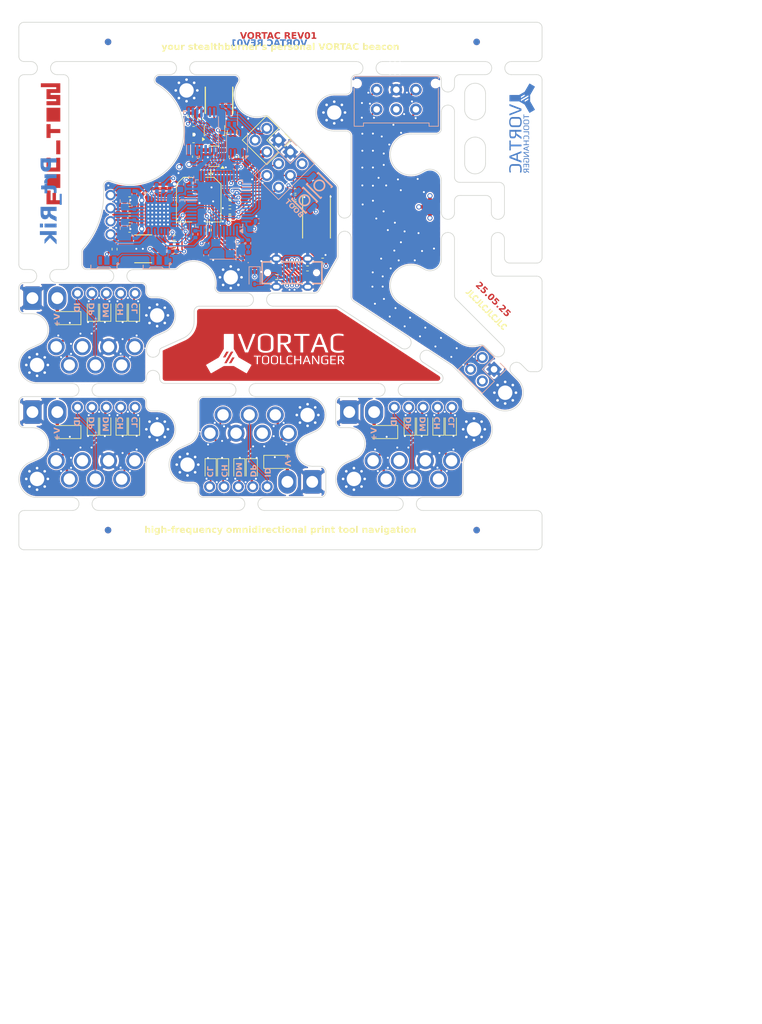
<source format=kicad_pcb>
(kicad_pcb (version 20241229) (generator "pcbnew") (generator_version "9.0")
  (layers (0 "F.Cu" signal) (4 "In1.Cu" signal) (6 "In2.Cu" signal) (2 "B.Cu" signal) (13 "F.Paste" user) (15 "B.Paste" user) (5 "F.SilkS" user "F.Silkscreen") (7 "B.SilkS" user "B.Silkscreen") (1 "F.Mask" user) (3 "B.Mask" user) (25 "Edge.Cuts" user))
  (net 0 "")
  (net 1 "GND")
  (net 2 "Net-(IC1-5VOUT)")
  (net 3 "Net-(IC1-CPI)")
  (net 4 "Net-(IC1-CPO)")
  (net 5 "Net-(IC1-VCP)")
  (net 6 "STEP_1_B2")
  (net 7 "STEP_1_B1")
  (net 8 "STEP_1_A2")
  (net 9 "STEP_1_A1")
  (net 10 "Net-(D5-A)")
  (net 11 "TMC_ENN")
  (net 12 "TMC_DIR")
  (net 13 "TMC_DIAG")
  (net 14 "TMC_UART")
  (net 15 "TMC_STEP")
  (net 21 "Net-(J14-CC2)")
  (net 22 "Net-(J14-CC1)")
  (net 23 "Net-(D6-A)")
  (net 24 "Net-(U2-PA2)")
  (net 26 "AS_SCK")
  (net 28 "DEBUG_SWO")
  (net 30 "TMC_BRB")
  (net 31 "TMC_BRA")
  (net 32 "USB_D-")
  (net 33 "USB_D+")
  (net 34 "CAN_TX")
  (net 35 "CAN_RX")
  (net 36 "CAN_H")
  (net 37 "CAN_L")
  (net 38 "VDC")
  (net 39 "+5V")
  (net 40 "+3V3")
  (net 42 "DEBUG_SWCLK")
  (net 43 "DEBUG_SWDIO")
  (net 44 "BOOT_0")
  (net 45 "BOOT_1")
  (net 46 "NRST")
  (net 47 "HSE_OSC_OUT")
  (net 48 "HSE_OSC_IN")
  (net 49 "AS_NSS")
  (net 50 "LED_0")
  (net 53 "Net-(U7-ANODE)")
  (net 54 "Net-(U3-ANODE)")
  (net 58 "ENDSTOP_Z")
  (net 59 "ENDSTOP_X")
  (net 63 "AS_MISO")
  (net 64 "AS_MOSI")
  (net 73 "LED_DIN")
  (net 74 "Net-(U3-OUTPUT)")
  (net 75 "Net-(U7-OUTPUT)")
  (net 76 "Net-(LED1-DOUT)")
  (net 77 "Net-(U2-PA4)")
  (net 79 "TOOL_ID")
  (net 81 "/MCU/CAN_H_CHOKE")
  (net 82 "/MCU/CAN_L_CHOKE")
  (net 83 "/MCU/DAMPEND_USB_D-")
  (net 84 "/MCU/DAMPEND_USB_D+")
  (net 85 "/Logic/+5V_OUT")
  (net 86 "/Logic/+5V_BST")
  (net 87 "USB_90_D+")
  (net 88 "USB_90_D-")
  (footprint "Diode_SMD:D_SOD-323" (layer "F.Cu") (at 88.798356 103.462246 90)
    (property "Reference" "D2" (hide yes))
    (property "Value" "UDD32C24L01" (hide yes))
  )
  (footprint "Vortac:Toolplate_Solderpoint_01x02_Power" (layer "F.Cu") (at 73.268356 101.532246 90)
    (property "Reference" "J2" (hide yes))
    (property "Value" "Conn_01x02" (hide yes))
  )
  (footprint "Vortac:SENSOR_EE-SX3350_OMR" (layer "F.Cu") (at 116.7 71.7 90)
    (property "Reference" "U7" (hide yes))
    (property "Value" "EE-SX4350" (hide yes))
  )
  (footprint "Vortac:mouse-bite-2mm-slot" (layer "F.Cu") (at 105.391554 98.1622)
    (property "Reference" "mouse-bite-2mm-slot" (hide yes))
    (property "Value" "VAL**" (hide yes))
  )
  (footprint "Diode_SMD:D_SOD-323" (layer "F.Cu") (at 84.408411 86.062258 90)
    (property "Reference" "D4" (hide yes))
    (property "Value" "SD05" (hide yes))
  )
  (footprint "Capacitor_SMD:C_0603_1608Metric" (layer "F.Cu") (at 97.915 58.42)
    (property "Reference" "C31" (hide yes))
    (property "Value" "22uF 16V" (hide yes))
  )
  (footprint "Vortac:mouse-bite-2mm-slot" (layer "F.Cu") (at 91.7084 94.162358 90)
    (property "Reference" "mouse-bite-2mm-slot" (hide yes))
    (property "Value" "VAL**" (hide yes))
  )
  (footprint "Vortac:Toolplate_Solderpoint_01x05_Data" (layer "F.Cu") (at 109.158345 112.922246 -90)
    (property "Reference" "J3" (hide yes))
    (property "Value" "Conn_01x05" (hide yes))
  )
  (footprint "Capacitor_SMD:C_0805_2012Metric" (layer "F.Cu") (at 103.8 58.75 90)
    (property "Reference" "C27" (hide yes))
    (property "Value" "10uF 50V" (hide yes))
  )
  (footprint "Vortac:SENSOR_EE-SX4320_OMR" (layer "F.Cu") (at 90.2 76.6)
    (property "Reference" "U3" (hide yes))
    (property "Value" "EE-SX4320" (hide yes))
  )
  (footprint "MountingHole:ToolingHole_1.152mm" (layer "F.Cu") (at 79.830638 119.562176)
    (property "Reference" "REF**" (hide yes))
    (property "Value" "ToolingHole_1.152mm")
  )
  (footprint "Vortac:MountingHole_2.2mm_M2_Pad_Via_NTR" (layer "F.Cu") (at 103.59 80.95)
    (property "Reference" "H1" (hide yes))
    (property "Value" "MountingHole_Pad" (hide yes))
  )
  (footprint "Vortac:mill-max-0881-1-15-20-82-14-11-0_LandingPads_ContactPad_PTH_2x1.5x1" (layer "F.Cu") (at 76.908356 108.962246 90)
    (property "Reference" "J1" (hide yes))
    (property "Value" "Conn_01x07" (hide yes))
  )
  (footprint "Vortac:mouse-bite-2mm-slot" (layer "F.Cu") (at 106.741854 115.5622)
    (property "Reference" "mouse-bite-2mm-slot" (hide yes))
    (property "Value" "VAL**" (hide yes))
  )
  (footprint "Vortac:mouse-bite-2mm-slot" (layer "F.Cu") (at 144.4933 49)
    (property "Reference" "mouse-bite-2mm-slot" (hide yes))
    (property "Value" "VAL**" (hide yes))
  )
  (footprint "Resistor_SMD:R_0402_1005Metric" (layer "F.Cu") (at 117.64 78.41 180)
    (property "Reference" "R5" (hide yes))
    (property "Value" "330R" (hide yes))
  )
  (footprint "" (layer "F.Cu") (at 146.186618 45)
    (property "Reference" "")
    (property "Value" "")
  )
  (footprint "Vortac:mouse-bite-2mm-slot" (layer "F.Cu") (at 145.863481 93.511298 135)
    (property "Reference" "mouse-bite-2mm-slot" (hide yes))
    (property "Value" "VAL**" (hide yes))
  )
  (footprint "Resistor_SMD:R_0402_1005Metric" (layer "F.Cu") (at 94.96 74.9)
    (property "Reference" "R2" (hide yes))
    (property "Value" "10K" (hide yes))
  )
  (footprint "Vortac:mouse-bite-2mm-slot" (layer "F.Cu") (at 96.3423 49)
    (property "Reference" "mouse-bite-2mm-slot" (hide yes))
    (property "Value" "VAL**" (hide yes))
  )
  (footprint "Package_TO_SOT_SMD:SOT-23-5" (layer "F.Cu") (at 101.0475 62.47 180)
    (property "Reference" "U1" (hide yes))
    (property "Value" "TLV73333PDBV" (hide yes))
  )
  (footprint "Vortac:MountingHole_2.2mm_M2_Pad_Via_NTR" (layer "F.Cu") (at 145.549993 98.575)
    (property "Reference" "H1" (hide yes))
    (property "Value" "MountingHole_Pad" (hide yes))
  )
  (footprint "Capacitor_SMD:C_0603_1608Metric" (layer "F.Cu") (at 103.8375 62.515 90)
    (property "Reference" "C3" (hide yes))
    (property "Value" "1uF 16V" (hide yes))
  )
  (footprint "Vortac:Toolplate_Solderpoint_01x02_Power" (layer "F.Cu") (at 73.268411 84.132258 90)
    (property "Reference" "J2" (hide yes))
    (property "Value" "Conn_01x02" (hide yes))
  )
  (footprint "Diode_SMD:D_SOD-323" (layer "F.Cu") (at 86.898356 103.462246 90)
    (property "Reference" "D1" (hide yes))
    (property "Value" "UDD32C24L01" (hide yes))
  )
  (footprint "Vortac:mill-max-0881-1-15-20-82-14-11-0_LandingPads_ContactPad_PTH_2x1.5x1" (layer "F.Cu") (at 76.908411 91.562258 90)
    (property "Reference" "J1" (hide yes))
    (property "Value" "Conn_01x07" (hide yes))
  )
  (footprint "Diode_SMD:D_SOD-123F" (layer "F.Cu") (at 78.468356 104.582246 180)
    (property "Reference" "D9" (hide yes))
    (property "Value" "PTVS26VS1UR,115-ES" (hide yes))
  )
  (footprint "Diode_SMD:D_SOD-123F" (layer "F.Cu") (at 78.468411 87.182258 180)
    (property "Reference" "D9" (hide yes))
    (property "Value" "PTVS26VS1UR,115-ES" (hide yes))
  )
  (footprint "Diode_SMD:D_SOD-323" (layer "F.Cu") (at 135.341283 103.462246 90)
    (property "Reference" "D1" (hide yes))
    (property "Value" "UDD32C24L01" (hide yes))
  )
  (footprint "Vortac:MountingHole_2.2mm_M2_Pad_Via_NTR" (layer "F.Cu") (at 119.413267 55.783274)
    (property "Reference" "H2" (hide yes))
    (property "Value" "MountingHole_Pad" (hide yes))
  )
  (footprint "Capacitor_SMD:CP_Elec_6.3x7.7" (layer "F.Cu") (at 98.69 69.09 -90)
    (property "Reference" "C34" (hide yes))
    (property "Value" "100uF 35V" (hide yes))
  )
  (footprint "Vortac:mouse-bite-2mm-slot" (layer "F.Cu") (at 81.380442 98.1623)
    (property "Reference" "mouse-bite-2mm-slot" (hide yes))
    (property "Value" "VAL**" (hide yes))
  )
  (footprint "Diode_SMD:D_SOD-323" (layer "F.Cu") (at 137.241283 103.462246 90)
    (property "Reference" "D2" (hide yes))
    (property "Value" "UDD32C24L01" (hide yes))
  )
  (footprint "Vortac:mouse-bite-2mm-slot" (layer "F.Cu") (at 86.704422 80.7622)
    (property "Reference" "mouse-bite-2mm-slot" (hide yes))
    (property "Value" "VAL**" (hide yes))
  )
  (footprint "Resistor_SMD:R_0402_1005Metric" (layer "F.Cu") (at 110.59 80.91)
    (property "Reference" "R4" (hide yes))
    (property "Value" "5.1K" (hide yes))
  )
  (footprint "Resistor_SMD:R_0402_1005Metric" (layer "F.Cu") (at 94.96 75.91 180)
    (property "Reference" "R1" (hide yes))
    (property "Value" "1K" (hide yes))
  )
  (footprint "Diode_SMD:D_SOD-323" (layer "F.Cu") (at 84.408356 103.462246 90)
    (property "Reference" "D4" (hide yes))
    (property "Value" "SD05" (hide yes))
  )
  (footprint "Capacitor_SMD:C_0603_1608Metric" (layer "F.Cu") (at 98.26 62.52 90)
    (property "Reference" "C8" (hide yes))
    (property "Value" "1uF 16V" (hide yes))
  )
  (footprint "Diode_SMD:D_SOD-323" (layer "F.Cu") (at 106.808345 110.262246 -90)
    (property "Reference" "D3" (hide yes))
    (property "Value" "SD05" (hide yes))
  )
  (footprint "Resistor_SMD:R_0402_1005Metric" (layer "F.Cu") (at 103.46 71.84)
    (property "Reference" "R8" (hide yes))
    (property "Value" "10K" (hide yes))
  )
  (footprint "Vortac:MountingHole_2.2mm_M2_Pad_Via_NTR" (layer "F.Cu") (at 96.83 52.41)
    (property "Reference" "H2" (hide yes))
    (property "Value" "MountingHole_Pad" (hide yes))
  )
  (footprint "Vortac:MountingHole_2.2mm_M2_Pad_Via_NTR" (layer "F.Cu") (at 115.338345 101.982246 -90)
    (property "Reference" "H1" (hide yes))
    (property "Value" "MountingHole_Pad" (hide yes))
  )
  (footprint "Vortac:mouse-bite-2mm-slot" (layer "F.Cu") (at 128.7044 49)
    (property "Reference" "mouse-bite-2mm-slot" (hide yes))
    (property "Value" "VAL**" (hide yes))
  )
  (footprint "Vortac:MountingHole_2.2mm_M2_Pad_Via_NTR" (layer "F.Cu") (at 96.978345 109.562246 -90)
    (property "Reference" "H2" (hide yes))
    (property "Value" "MountingHole_Pad" (hide yes))
  )
  (footprint "Capacitor_SMD:C_0603_1608Metric" (layer "F.Cu") (at 88.12 73.56)
    (property "Reference" "C1" (hide yes))
    (property "Value" "470pF 100V" (hide yes))
  )
  (footprint "Vortac:mouse-bite-2mm-slot" (layer "F.Cu") (at 81.386654 115.5622)
    (property "Reference" "mouse-bite-2mm-slot" (hide yes))
    (property "Value" "VAL**" (hide yes))
  )
  (footprint "" (layer "F.Cu") (at 84.830638 45)
    (property "Reference" "")
    (property "Value" "")
  )
  (footprint "Capacitor_SMD:C_0603_1608Metric" (layer "F.Cu") (at 88.12 72.1)
    (property "Reference" "C4" (hide yes))
    (property "Value" "470pF 100V" (hide yes))
  )
  (footprint "Vortac:MountingHole_2.2mm_M2_Pad_Via_NTR" (layer "F.Cu") (at 92.338411 86.762258 90)
    (property "Reference" "H2" (hide yes))
    (property "Value" "MountingHole_Pad" (hide yes))
  )
  (footprint "Vortac:IND-SMD_L4.0-W4.0_FNR40XXS" (layer "F.Cu") (at 101.8 53.91 90)
    (property "Reference" "L3" (hide yes))
    (property "Value" "4.7uH" (hide yes))
  )
  (footprint "MountingHole:ToolingHole_1.152mm" (layer "F.Cu") (at 146.186618 119.562176)
    (property "Reference" "REF**" (hide yes))
    (property "Value" "ToolingHole_1.152mm")
  )
  (footprint "Resistor_SMD:R_0402_1005Metric" (layer "F.Cu") (at 103.460026 68.67949)
    (property "Reference" "R36" (hide yes))
    (property "Value" "22R" (hide yes))
  )
  (footprint "Vortac:MountingHole_2.2mm_M2_Pad_Via_NTR" (layer "F.Cu") (at 140.781283 104.162246 90)
    (property "Reference" "H2" (hide yes))
    (property "Value" "MountingHole_Pad" (hide yes))
  )
  (footprint "Vortac:Toolplate_Solderpoint_01x02_Power" (layer "F.Cu") (at 121.711283 101.532246 90)
    (property "Reference" "J2" (hide yes))
    (property "Value" "Conn_01x02" (hide yes))
  )
  (footprint "Diode_SMD:D_SOD-323" (layer "F.Cu") (at 130.951283 103.462246 90)
    (property "Reference" "D3" (hide yes))
    (property "Value" "SD05" (hide yes))
  )
  (footprint "Diode_SMD:D_SOD-123F" (layer "F.Cu") (at 110.848345 109.142246)
    (property "Reference" "D9" (hide yes))
    (property "Value" "PTVS26VS1UR,115-ES" (hide yes))
  )
  (footprint "Vortac:mouse-bite-2mm-slot" (layer "F.Cu") (at 131.848177 91.986001 146.9)
    (property "Reference" "mouse-bite-2mm-slot" (hide yes))
    (property "Value" "VAL**" (hide yes))
  )
  (footprint "Diode_SMD:D_SOD-323" (layer "F.Cu") (at 82.508411 86.062258 90)
    (property "Reference" "D3" (hide yes))
    (property "Value" "SD05" (hide yes))
  )
  (footprint "Diode_SMD:D_SOD-323" (layer "F.Cu") (at 88.798411 86.062258 90)
    (property "Reference" "D2" (hide yes))
    (property "Value" "UDD32C24L01" (hide yes))
  )
  (footprint "Capacitor_SMD:C_0603_1608Metric" (layer "F.Cu") (at 88.125 69.18)
    (property "Reference" "C9" (hide yes))
    (property "Value" "470pF 100V" (hide yes))
  )
  (footprint "Capacitor_SMD:C_0402_1005Metric" (layer "F.Cu") (at 113.47 67.76)
    (property "Reference" "C13" (hide yes))
    (property "Value" "0.1uF 50V" (hide yes))
  )
  (footprint "Vortac:Toolplate_Solderpoint_01x02_Power" (layer "F.Cu") (at 116.048345 112.192246 -90)
    (property "Reference" "J2" (hide yes))
    (property "Value" "Conn_01x02" (hide yes))
  )
  (footprint "Vortac:MountingHole_2.2mm_M2_Pad_Via_NTR" (layer "F.Cu") (at 92.338356 104.162246 90)
    (property "Reference" "H2" (hide yes))
    (property "Value" "MountingHole_Pad" (hide yes))
  )
  (footprint "" (layer "F.Cu") (at 141.186618 45)
    (property "Reference" "")
    (property "Value" "")
  )
  (footprint "" (layer "F.Cu") (at 79.830638 45)
    (property "Reference" "")
    (property "Value" "")
  )
  (footprint "Capacitor_SMD:C_0402_1005Metric" (layer "F.Cu") (at 113.47 68.75 180)
    (property "Reference" "C25" (hide yes))
    (property "Value" "0.1uF 50V" (hide yes))
  )
  (footprint "Capacitor_SMD:C_0402_1005Metric" (layer "F.Cu") (at 94.94 76.91)
    (property "Reference" "C19" (hide yes))
    (property "Value" "0.1uF 50V" (hide yes))
  )
  (footprint "Resistor_SMD:R_0402_1005Metric" (layer "F.Cu") (at 103.460026 69.61949)
    (property "Reference" "R35" (hide yes))
    (property "Value" "22R" (hide yes))
  )
  (footprint "NetTie:NetTie-2_SMD_Pad0.5mm" (layer "F.Cu") (at 132.355988 73.01217 -38)
    (property "Reference" "NT1" (hide yes))
    (property "Value" "NetTie_2" (hide yes))
  )
  (footprint "Diode_SMD:D_SOD-123F" (layer "F.Cu") (at 126.911283 104.582246 180)
    (property "Reference" "D9" (hide yes))
    (property "Value" "PTVS26VS1UR,115-ES" (hide yes))
  )
  (footprint "Vortac:mouse-bite-2mm-slot" (layer "F.Cu") (at 128.190254 98.1622)
    (property "Reference" "mouse-bite-2mm-slot" (hide yes))
    (property "Value" "VAL**" (hide yes))
  )
  (footprint "Resistor_SMD:R_0402_1005Metric" (layer "F.Cu") (at 115.33 79.6 180)
    (property "Reference" "R3" (hide yes))
    (property "Value" "5.1K" (hide yes))
  )
  (footprint "Vortac:mouse-bite-2mm-slot" (layer "F.Cu") (at 74.923742 80.7623)
    (property "Reference" "mouse-bite-2mm-slot" (hide yes))
    (property "Value" "VAL**" (hide yes))
  )
  (footprint "Vortac:Motor_Hand_Wire_pads" (layer "F.Cu") (at 85.22 74.39 180)
    (property "Reference" "J15" (hide yes))
    (property "Value" "STEPPER" (hide yes))
  )
  (footprint "Resistor_SMD:R_0402_1005Metric" (layer "F.Cu") (at 97.46 56.39 -90)
    (property "Reference" "R14" (hide yes))
    (property "Value" "10K" (hide yes))
  )
  (footprint "" (layer "F.Cu") (at 141.186618 119.562176)
    (property "Reference" "")
    (property "Value" "")
  )
  (footprint "Vortac:mouse-bite-2mm-slot" (layer "F.Cu") (at 108.070822 84.3622)
    (property "Reference" "mouse-bite-2mm-slot" (hide yes))
    (property "Value" "VAL**" (hide yes))
  )
  (footprint "Vortac:Toolplate_Solderpoint_01x05_Data" (layer "F.Cu") (at 80.158411 83.402258 90)
    (property "Reference" "J3" (hide yes))
    (property "Value" "Conn_01x05" (hide yes))
  )
  (footprint "Vortac:mouse-bite-2mm-slot" (layer "F.Cu") (at 130.965154 115.5622)
    (property "Reference" "mouse-bite-2mm-slot" (hide yes))
    (property "Value" "VAL**" (hide yes))
  )
  (footprint "Vortac:mouse-bite-2mm-slot" (layer "F.Cu") (at 144.435918 73.097818 90)
    (property "Reference" "mouse-bite-2mm-slot" (hide yes))
    (property "Value" "VAL**" (hide yes))
  )
  (footprint "Vortac:Toolplate_Solderpoint_01x05_Data" (layer "F.Cu") (at 80.158356 100.802246 90)
    (property "Reference" "J3" (hide yes))
    (property "Value" "Conn_01x05" (hide yes))
  )
  (footprint "Capacitor_SMD:C_0402_1005Metric" (layer "F.Cu") (at 98.93 56.77 90)
    (property "Reference" "C28" (hide yes))
    (property "Value" "0.1uF 50V" (hide yes))
  )
  (footprint "Capacitor_SMD:C_0603_1608Metric" (layer "F.Cu") (at 97.915 59.89)
    (property "Reference" "C30" (hide yes))
    (property "Value" "22uF 16V" (hide yes))
  )
  (footprint "Vortac:mouse-bite-2mm-slot" (layer "F.Cu") (at 120.999999 72.909525 90)
    (property "Reference" "mouse-bite-2mm-slot" (hide yes))
    (property "Value" "VAL**" (hide yes))
  )
  (footprint "Vortac:MountingHole_2.2mm_M2_Pad_Via_NTR" (layer "F.Cu") (at 122.421283 111.742246 90)
    (property "Reference" "H1" (hide yes))
    (property "Value" "MountingHole_Pad" (hide yes))
  )
  (footprint "Connector_PinHeader_2.54mm:PinHeader_2x02_P2.54mm_Vertical" (layer "F.Cu") (at 110.9 60 -135)
    (property "Reference" "J3" (hide yes))
    (property "Value" "Conn_02x02_Odd_Even" (hide yes))
  )
  (footprint "Package_TO_SOT_SMD:TSOT-23-6" (layer "F.Cu") (at 101.1 58.5675 90)
    (property "Reference" "U6" (hide yes))
    (property "Value" "AP63205WU" (hide yes))
  )
  (footprint "Vortac:mouse-bite-2mm-slot" (layer "F.Cu") (at 136.799993 73.097786 90)
    (property "Reference" "mouse-bite-2mm-slot" (hide yes))
    (property "Value" "VAL**" (hide yes))
  )
  (footprint "Vortac:mill-max-0881-1-15-20-82-14-11-0_LandingPads_ContactPad_PTH_2x1.5x1" (layer "F.Cu") (at 112.408345 104.762246 -90)
    (property "Reference" "J1" (hide yes))
    (property "Value" "Conn_01x07" (hide yes))
  )
  (footprint "Vortac:mill-max-0881-1-15-20-82-14-11-0_LandingPads_ContactPad_PTH_2x1.5x1" (layer "F.Cu") (at 125.351283 108.962246 90)
    (property "Reference" "J1" (hide yes))
    (property "Value" "Conn_01x07" (hide yes))
  )
  (footprint "Diode_SMD:D_SOD-323" (layer "F.Cu") (at 100.518345 110.262246 -90)
    (property "Reference" "D2" (hide yes))
    (property "Value" "UDD32C24L01" (hide yes))
  )
  (footprint "Vortac:mill-max-0881-1-15-20-82-14-11-0_LandingPads_Simple" (layer "F.Cu") (at 134.049993 66.2)
    (property "Reference" "J3" (hide yes))
    (property "Value" "Conn_01x07" (hide yes))
  )
  (footprint "Resistor_SMD:R_0402_1005Metric" (layer "F.Cu") (at 103.46 70.89 180)
    (property "Reference" "R11" (hide yes))
    (property "Value" "10K" (hide yes))
  )
  (footprint "Vortac:mouse-bite-2mm-slot" (layer "F.Cu") (at 75.0353 49)
    (property "Reference" "mouse-bite-2mm-slot" (hide yes))
    (property "Value" "VAL**" (hide yes))
  )
  (footprint "Vortac:mouse-bite-2mm-slot" (layer "F.Cu") (at 136.799993 53.64983 90)
    (property "Reference" "mouse-bite-2mm-slot" (hide yes))
    (property "Value" "VAL**" (hide yes))
  )
  (footprint "Vortac:MountingHole_2.2mm_M2_Pad_Via_NTR" (layer "F.Cu") (at 73.978411 94.342258 90)
    (property "Reference" "H1" (hide yes))
    (property "Value" "MountingHole_Pad" (hide yes))
  )
  (footprint "Resistor_SMD:R_0402_1005Metric" (layer "F.Cu") (at 113.46 69.75)
    (property "Reference" "R15" (hide yes))
    (property "Value" "1K" (hide yes))
  )
  (footprint "Resistor_SMD:R_0402_1005Metric" (layer "F.Cu") (at 100.23 73.74 -90)
    (property "Reference" "R9" (hide yes))
    (property "Value" "10K" (hide yes))
  )
  (footprint "Vortac:Toolplate_Solderpoint_01x05_Data" (layer "F.Cu") (at 128.601283 100.802246 90)
    (property "Reference" "J3" (hide yes))
    (property "Value" "Conn_01x05" (hide yes))
  )
  (footprint "Diode_SMD:D_SOD-323" (layer "F.Cu") (at 132.851283 103.462246 90)
    (property "Reference" "D4" (hide yes))
    (property "Value" "SD05" (hide yes))
  )
  (footprint "Capacitor_SMD:C_0402_1005Metric" (layer "F.Cu") (at 105.13 62.56 90)
    (property "Reference" "C17" (hide yes))
    (property "Value" "0.1uF 50V" (hide yes))
  )
  (footprint "Diode_SMD:D_SOD-323" (layer "F.Cu") (at 82.508356 103.462246 90)
    (property "Reference" "D3" (hide yes))
    (property "Value" "SD05" (hide yes))
  )
  (footprint "Vortac:MountingHole_2.2mm_M2_Pad_Via_NTR" (layer "F.Cu") (at 73.978356 111.742246 90)
    (property "Reference" "H1" (hide yes))
    (property "Value" "MountingHole_Pad" (hide yes))
  )
  (footprint "Diode_SMD:D_SOD-323" (layer "F.Cu") (at 104.908345 110.262246 -90)
    (property "Reference" "D4" (hide yes))
    (property "Value" "SD05" (hide yes))
  )
  (footprint "Resistor_SMD:R_0402_1005Metric" (layer "F.Cu") (at 85.825 76.65 90)
    (property "Reference" "R6" (hide yes))
    (property "Value" "330R" (hide yes))
  )
  (footprint "Diode_SMD:D_SOD-323" (layer "F.Cu") (at 86.898411 86.062258 90)
    (property "Reference" "D1" (hide yes))
    (property "Value" "UDD32C24L01" (hide yes))
  )
  (footprint "Capacitor_SMD:C_0603_1608Metric" (layer "F.Cu") (at 88.12 70.64)
    (property "Reference" "C6" (hide yes))
    (property "Value" "470pF 100V" (hide yes))
  )
  (footprint "Fiducial:Fiducial_1mm_Mask2mm" (layer "F.Cu") (at 84.830638 119.562176)
    (property "Reference" "REF**" (hide yes))
    (property "Value" "Fiducial_1mm_Mask2mm" (hide yes))
  )
  (footprint "Diode_SMD:D_SOD-323" (layer "F.Cu") (at 102.418345 110.262246 -90)
    (property "Reference" "D1" (hide yes))
    (property "Value" "UDD32C24L01" (hide yes))
  )
  (footprint "Capacitor_SMD:C_0402_1005Metric" (layer "B.Cu") (at 88.85 70.08 90)
    (property "Reference" "C2" (hide yes))
    (property "Value" "0.1uF 50V" (hide yes))
  )
  (footprint "Connector_PinSocket_2.54mm:PinSocket_2x02_P2.54mm_Vertical" (layer "B.Cu") (at 143.849993 95 45)
    (property "Reference" "J1" (hide yes))
    (property "Value" "Conn_02x02_Odd_Even" (hide yes))
  )
  (footprint "Capacitor_SMD:C_0402_1005Metric" (layer "B.Cu") (at 92.78 67.8 180)
    (property "Reference" "C23" (hide yes))
    (property "Value" "22nF 50V" (hide yes))
  )
  (footprint "Vortac:KEY-SMD_B3U-1000PM" (layer "B.Cu") (at 114.867918 69.187918 -45)
    (property "Reference" "SW1" (hide yes))
    (property "Value" "Boot" (hide yes))
  )
  (footprint "Vortac:Molex_Micro-Fit_3.0_43045-0612_2x03_P3.00mm_Vertical" (layer "B.Cu") (at 125.899993 55.3)
    (property "Reference" "J2" (hide yes))
    (property "Value" "Conn_02x03_Odd_Even" (hide yes))
  )
  (footprint "Capacitor_SMD:C_0402_1005Metric" (layer "B.Cu") (at 88.85 74.51 -90)
    (property "Reference" "C26" (hide yes))
    (property "Value" "0.1uF 50V" (hide yes))
  )
  (footprint "Capacitor_SMD:C_0402_1005Metric" (layer "B.Cu") (at 105.32 77.59 90)
    (property "Reference" "C42" (hide yes))
    (property "Value" "16pF 50V" (hide yes))
  )
  (footprint "Resistor_SMD:R_0402_1005Metric" (layer "B.Cu") (at 92.76 66.87)
    (property "Reference" "R32" (hide yes))
    (property "Value" "10K" (hide yes))
  )
  (footprint "Capacitor_SMD:C_0402_1005Metric" (layer "B.Cu") (at 97.575 65.6 -90)
    (property "Reference" "C38" (hide yes))
    (property "Value" "0.1uF 50V" (hide yes))
  )
  (footprint "Capacitor_SMD:C_0402_1005Metric" (layer "B.Cu") (at 107.87 72.36 180)
    (property "Reference" "C37" (hide yes))
    (property "Value" "0.1uF 50V" (hide yes))
  )
  (footprint "Resistor_SMD:R_0402_1005Metric" (layer "B.Cu") (at 106.26 75.75 90)
    (property "Reference" "R38" (hide yes))
    (property "Value" "22R" (hide yes))
  )
  (footprint "" (layer "B.Cu") (at 141.186618 45)
    (property "Reference" "")
    (property "Value" "")
  )
  (footprint "Resistor_SMD:R_0805_2012Metric" (layer "B.Cu") (at 87.415 69.3075 -90)
    (property "Reference" "R30" (hide yes))
    (property "Value" "0.68R 1%" (hide yes))
  )
  (footprint "" (layer "B.Cu") (at 141.186618 119.562176)
    (property "Reference" "")
    (property "Value" "")
  )
  (footprint "Capacitor_SMD:C_0402_1005Metric" (layer "B.Cu") (at 94.71 74.98)
    (property "Reference" "C21" (hide yes))
    (property "Value" "0.1uF 50V" (hide yes))
  )
  (footprint "Vortac:USB-C-SMD_TYPEC-303-ACP16" (layer "B.Cu") (at 112.956 80.251)
    (property "Reference" "J14" (hide yes))
    (property "Value" "918-418K2023S40001" (hide yes))
  )
  (footprint "Capacitor_SMD:C_0402_1005Metric" (layer "B.Cu") (at 104.05 64.05)
    (property "Reference" "C36" (hide yes))
    (property "Value" "0.1uF 50V" (hide yes))
  )
  (footprint "Capacitor_SMD:C_0603_1608Metric" (layer "B.Cu") (at 107.31 73.56 180)
    (property "Reference" "C40" (hide yes))
    (property "Value" "4.7uF 50V" (hide yes))
  )
  (footprint "LED_SMD:LED_0402_1005Metric" (layer "B.Cu") (at 106.26 77.615 90)
    (property "Reference" "D6" (hide yes))
    (property "Value" "LED_Small" (hide yes))
  )
  (footprint "Capacitor_SMD:C_0402_1005Metric" (layer "B.Cu") (at 99.82 75.75 90)
    (property "Reference" "C33" (hide yes))
    (property "Value" "0.1uF 50V" (hide yes))
  )
  (footprint "" (layer "B.Cu") (at 84.830638 119.562176)
    (property "Reference" "")
    (property "Value" "")
  )
  (footprint "" (layer "B.Cu") (at 84.830638 45)
    (property "Reference" "")
    (property "Value" "")
  )
  (footprint "Connector_PinSocket_2.54mm:PinSocket_2x03_P2.54mm_Vertical" (layer "B.Cu") (at 112.703949 61.803949 135)
    (property "Reference" "J1" (hide yes))
    (property "Value" "DEBUG" (hide yes))
  )
  (footprint "Resistor_SMD:R_0402_1005Metric" (layer "B.Cu") (at 94.7 77.03)
    (property "Reference" "R7" (hide yes))
    (property "Value" "115R" (hide yes))
  )
  (footprint "Package_SO:TSSOP-14_4.4x5mm_P0.65mm" (layer "B.Cu") (at 99.11 58.6 -90)
    (property "Reference" "U5" (hide yes))
    (property "Value" "AS5047D" (hide yes))
  )
  (footprint "Vortac:tmc_2209_package" (layer "B.Cu") (at 92.49 71.38 -90)
    (property "Reference" "IC1" (hide yes))
    (property "Value" "TMC2209-LA" (hide yes))
  )
  (footprint "Resistor_SMD:R_0402_1005Metric" (layer "B.Cu") (at 102.81 54.78 180)
    (property "Reference" "R10" (hide yes))
    (property "Value" "115R" (hide yes))
  )
  (footprint "Capacitor_SMD:C_0402_1005Metric" (layer "B.Cu") (at 88.85 72.67 -90)
    (property "Reference" "C10" (hide yes))
    (property "Value" "0.1uF 50V" (hide yes))
  )
  (footprint "Vortac:KEY-SMD_B3U-1000PM" (layer "B.Cu") (at 117.14 66.92 -45)
    (property "Reference" "SW2" (hide yes))
    (property "Value" "Reset" (hide yes))
  )
  (footprint "Capacitor_SMD:C_0402_1005Metric" (layer "B.Cu") (at 102.32 58.42 90)
    (property "Reference" "C35" (hide yes))
    (property "Value" "0.1uF 50V" (hide yes))
  )
  (footprint "Vortac:LED-SMD_4P-L4.0-W1.6-L" (layer "B.Cu") (at 92.2 78.4 180)
    (property "Reference" "LED1" (hide yes))
    (property "Value" "SK6812SIDE-A-RVS" (hide yes))
  )
  (footprint "Capacitor_SMD:C_0603_1608Metric" (layer "B.Cu") (at 95.875 66.75 90)
    (property "Reference" "C22" (hide yes))
    (property "Value" "4.7uF 50V" (hide yes))
  )
  (footprint "Vortac:HVSON-8-1EP_3x3mm_P0.65mm_EP1.6x2.4mm" (layer "B.Cu") (at 104.545 60.35 90)
    (property "Reference" "U8" (hide yes))
    (property "Value" "TJA1044GTK/3Z" (hide yes))
  )
  (footprint "Diode_SMD:D_SOD-323" (layer "B.Cu") (at 107.24 80.9475 -90)
    (property "Reference" "D5" (hide yes))
    (property "Value" "D_Schottky" (hide yes))
  )
  (footprint "Capacitor_SMD:C_0402_1005Metric" (layer "B.Cu") (at 94.25 67.325 90)
    (property "Reference" "C24" (hide yes))
    (property "Value" "0.1uF 50V" (hide yes))
  )
  (footprint "Capacitor_SMD:C_0402_1005Metric" (layer "B.Cu") (at 105.32 75.76 90)
    (property "Reference" "C39" (hide yes))
    (property "Value" "0.1uF 50V" (hide yes))
  )
  (footprint "Capacitor_SMD:C_0402_1005Metric" (layer "B.Cu") (at 88.85 68.25 90)
    (property "Reference" "C29" (hide yes))
    (property "Value" "0.1uF 50V" (hide yes))
  )
  (footprint "Resistor_SMD:R_0402_1005Metric" (layer "B.Cu") (at 96.18 69.28 -90)
    (property "Reference" "R12" (hide yes))
    (property "Value" "10K" (hide yes))
  )
  (footprint "Resistor_SMD:R_0805_2012Metric" (layer "B.Cu") (at 87.42 73.4325 90)
    (property "Reference" "R34" (hide yes))
    (property "Value" "0.68R 1%" (hide yes))
  )
  (footprint "Capacitor_SMD:C_0402_1005Metric" (layer "B.Cu") (at 98.44 62.93)
    (property "Reference" "C15" (hide yes))
    (property "Value" "0.1uF 50V" (hide yes))
  )
  (footprint "Package_QFP:LQFP-48_7x7mm_P0.5mm" (layer "B.Cu") (at 101.8 69.675 90)
    (property "Reference" "U2" (hide yes))
    (property "Value" "STM32F103C8T6" (hide yes))
  )
  (footprint "Resistor_SMD:R_0402_1005Metric" (layer "B.Cu") (at 98.18 74.36 -90)
    (property "Reference" "R13" (hide yes))
    (property "Value" "1K" (hide yes))
  )
  (footprint "Vortac:LED-SMD_4P-L4.0-W1.6-L" (layer "B.Cu") (at 84.2 78.4 180)
    (property "Reference" "LED2" (hide yes))
    (property "Value" "SK6812SIDE-A-RVS" (hide yes))
  )
  (footprint "Crystal:Crystal_SMD_3225-4Pin_3.2x2.5mm" (layer "B.Cu") (at 102.4 76.53 180)
    (property "Reference" "Y1" (hide yes))
    (property "Value" "8MHz" (hide yes))
  )
  (footprint "Vortac:L_CommonModeChoke_Coilcraft_0805USB" (layer "B.Cu") (at 103.735 56.73)
    (property "Reference" "L1" (hide yes))
    (property "Value" "Common Choke" (hide yes))
  )
  (footprint "Capacitor_SMD:C_0402_1005Metric" (layer "B.Cu") (at 99.82 77.59 -90)
    (property "Reference" "C43" (hide yes))
    (property "Value" "16pF 50V" (hide yes))
  )
  (gr_poly (pts (xy 108.925859 89.826258) (xy 108.924169 89.82624) (xy 108.927701 89.82624)) (fill yes) (layer "F.Cu"))
  (gr_poly (pts (xy 108.972872 89.826756) (xy 109.020009 89.828301) (xy 109.065581 89.830877) (xy 109.109591 89.834481) (xy 109.152038 89.839114) (xy 109.192924 89.844774) (xy 109.232251 89.851462) (xy 109.27002 89.859176) (xy 109.306233 89.867916) (xy 109.340889 89.87768) (xy 109.373992 89.88847) (xy 109.405542 89.900283) (xy 109.43554 89.91312) (xy 109.463987 89.926979) (xy 109.490886 89.94186) (xy 109.516237 89.957762) (xy 109.540042 89.974685) (xy 109.562301 89.992627) (xy 109.583017 90.011589) (xy 109.60219 90.03157) (xy 109.619821 90.052569) (xy 109.635913 90.074585) (xy 109.650466 90.097618) (xy 109.663482 90.121667) (xy 109.674961 90.146732) (xy 109.684906 90.172811) (xy 109.693317 90.199904) (xy 109.700196 90.228011) (xy 109.705544 90.257131) (xy 109.709363 90.287263) (xy 109.711653 90.318406) (xy 109.712416 90.350561) (xy 109.712416 91.701839) (xy 109.709442 91.761266) (xy 109.705718 91.789527) (xy 109.700498 91.816821) (xy 109.693779 91.843148) (xy 109.685555 91.868509) (xy 109.675824 91.892905) (xy 109.664581 91.916336) (xy 109.651822 91.938804) (xy 109.637544 91.960308) (xy 109.621743 91.980849) (xy 109.604415 92.000428) (xy 109.585556 92.019046) (xy 109.565162 92.036703) (xy 109.543229 92.0534) (xy 109.519754 92.069137) (xy 109.494733 92.083916) (xy 109.468161 92.097737) (xy 109.410351 92.122506) (xy 109.346294 92.14345) (xy 109.275958 92.160575) (xy 109.199313 92.173885) (xy 109.116327 92.183386) (xy 109.02697 92.189082) (xy 108.931211 92.19098) (xy 108.882499 92.190506) (xy 108.835334 92.189082) (xy 108.789715 92.186709) (xy 108.745642 92.183385) (xy 108.703115 92.17911) (xy 108.662135 92.173884) (xy 108.622702 92.167705) (xy 108.584815 92.160573) (xy 108.548474 92.152488) (xy 108.513679 92.143448) (xy 108.480431 92.133453) (xy 108.44873 92.122503) (xy 108.418574 92.110597) (xy 108.389965 92.097733) (xy 108.362903 92.083913) (xy 108.337387 92.069134) (xy 108.313417 92.053396) (xy 108.290994 92.036699) (xy 108.270117 92.019042) (xy 108.250787 92.000424) (xy 108.233003 91.980844) (xy 108.216766 91.960303) (xy 108.202074 91.938799) (xy 108.18893 91.916332) (xy 108.177331 91.892901) (xy 108.16728 91.868505) (xy 108.158774 91.843144) (xy 108.151815 91.816818) (xy 108.146403 91.789524) (xy 108.142537 91.761264) (xy 108.140217 91.732036) (xy 108.139444 91.701839) (xy 108.139444 90.350561) (xy 108.140228 90.31559) (xy 108.142585 90.281935) (xy 108.144355 90.265598) (xy 108.146519 90.249588) (xy 108.14908 90.233904) (xy 108.152036 90.218546) (xy 108.15539 90.203513) (xy 108.159141 90.188803) (xy 108.163291 90.174417) (xy 108.167839 90.160354) (xy 108.172787 90.146613) (xy 108.178135 90.133194) (xy 108.183883 90.120096) (xy 108.190033 90.107317) (xy 108.196586 90.094859) (xy 108.20354 90.082719) (xy 108.210899 90.070897) (xy 108.218661 90.059393) (xy 108.226828 90.048206) (xy 108.2354 90.037336) (xy 108.244378 90.026781) (xy 108.253763 90.016541) (xy 108.263554 90.006615) (xy 108.273754 89.997004) (xy 108.284362 89.987705) (xy 108.29538 89.978719) (xy 108.306807 89.970044) (xy 108.318644 89.961681) (xy 108.330892 89.953628) (xy 108.343553 89.945885) (xy 108.369946 89.931202) (xy 108.397663 89.917504) (xy 108.426711 89.904786) (xy 108.457093 89.893042) (xy 108.488816 89.882268) (xy 108.521884 89.872458) (xy 108.556302 89.863606) (xy 108.592077 89.855709) (xy 108.629212 89.84876) (xy 108.667713 89.842754) (xy 108.707586 89.837686) (xy 108.748835 89.833552) (xy 108.791466 89.830345) (xy 108.835484 89.828061) (xy 108.880893 89.826695) (xy 108.925859 89.826258)) (fill yes) (layers "F.Cu" "F.Mask"))
  (gr_poly (pts (xy 117.644156 91.276057) (xy 116.644769 91.276057) (xy 117.126868 89.995159) (xy 117.162058 89.995159)) (fill yes) (layers "F.Cu" "F.Mask"))
  (gr_poly (pts (xy 119.660964 85.790247) (xy 119.675455 85.790989) (xy 119.689905 85.792226) (xy 119.704293 85.793958) (xy 119.718599 85.796184) (xy 119.732802 85.798905) (xy 119.746881 85.802121) (xy 119.760816 85.805832) (xy 119.774586 85.810038) (xy 119.788171 85.814738) (xy 119.801549 85.819934) (xy 119.814701 85.825625) (xy 119.827605 85.83181) (xy 119.84024 85.838491) (xy 119.852587 85.845667) (xy 119.864625 85.853338) (xy 135.443053 96.026643) (xy 135.472658 96.047628) (xy 135.499482 96.070236) (xy 135.523567 96.094318) (xy 135.544957 96.119722) (xy 135.563694 96.146299) (xy 135.579823 96.173898) (xy 135.593386 96.20237) (xy 135.604427 96.231565) (xy 135.612988 96.261331) (xy 135.619113 96.29152) (xy 135.622845 96.32198) (xy 135.624227 96.352563) (xy 135.623302 96.383117) (xy 135.620114 96.413492) (xy 135.614705 96.443539) (xy 135.607119 96.473107) (xy 135.597399 96.502047) (xy 135.585589 96.530207) (xy 135.57173 96.557438) (xy 135.555867 96.58359) (xy 135.538043 96.608513) (xy 135.5183 96.632056) (xy 135.496683 96.654069) (xy 135.473233 96.674403) (xy 135.447995 96.692906) (xy 135.421011 96.70943) (xy 135.392325 96.723823) (xy 135.36198 96.735937) (xy 135.330019 96.745619) (xy 135.296485 96.752721) (xy 135.261421 96.757093) (xy 135.224871 96.758583) (xy 93.581519 96.758583) (xy 93.561182 96.758072) (xy 93.541098 96.756553) (xy 93.521293 96.754051) (xy 93.501791 96.75059) (xy 93.48262 96.746193) (xy 93.463804 96.740884) (xy 93.44537 96.734687) (xy 93.427343 96.727627) (xy 93.409749 96.719726) (xy 93.392614 96.711009) (xy 93.375963 96.701499) (xy 93.359823 96.69122) (xy 93.344218 96.680197) (xy 93.329176 96.668453) (xy 93.314721 96.656011) (xy 93.30088 96.642896) (xy 93.287678 96.629132) (xy 93.27514 96.614742) (xy 93.263294 96.59975) (xy 93.252164 96.58418) (xy 93.241776 96.568056) (xy 93.232157 96.551402) (xy 93.223331 96.534241) (xy 93.215325 96.516598) (xy 93.208164 96.498496) (xy 93.201875 96.479959) (xy 93.196482 96.461011) (xy 93.192012 96.441675) (xy 93.18849 96.421977) (xy 93.185943 96.401938) (xy 93.184396 96.381585) (xy 93.183874 96.360939) (xy 93.183874 94.366631) (xy 99.8333 94.366631) (xy 99.833513 94.371187) (xy 99.833941 94.375745) (xy 99.834585 94.380298) (xy 99.835448 94.384839) (xy 99.83653 94.38936) (xy 99.837832 94.393855) (xy 99.839355 94.398316) (xy 99.841102 94.402737) (xy 99.843073 94.40711) (xy 99.845269 94.411428) (xy 100.506835 95.558618) (xy 100.509555 95.562814) (xy 100.512433 95.566822) (xy 100.515462 95.570643) (xy 100.518634 95.574274) (xy 100.521943 95.577714) (xy 100.525382 95.580963) (xy 100.528943 95.584018) (xy 100.53262 95.586879) (xy 100.536404 95.589544) (xy 100.54029 95.592012) (xy 100.54427 95.594281) (xy 100.548337 95.596351) (xy 100.552484 95.598219) (xy 100.556704 95.599885) (xy 100.560989 95.601348) (xy 100.565333 95.602606) (xy 100.569729 95.603657) (xy 100.574169 95.604501) (xy 100.578647 95.605137) (xy 100.583154 95.605562) (xy 100.587685 95.605776) (xy 100.592233 95.605777) (xy 100.596789 95.605564) (xy 100.601347 95.605136) (xy 100.6059 95.604492) (xy 100.610441 95.603629) (xy 100.614962 95.602548) (xy 100.619457 95.601246) (xy 100.623919 95.599722) (xy 100.62834 95.597976) (xy 100.632713 95.596005) (xy 100.637032 95.593808) (xy 102.533752 94.499414) (xy 104.046907 94.499414) (xy 105.943623 95.593808) (xy 105.947951 95.596005) (xy 105.952352 95.597976) (xy 105.956818 95.599722) (xy 105.96134 95.601246) (xy 105.965908 95.602548) (xy 105.970513 95.603629) (xy 105.975146 95.604492) (xy 105.979799 95.605136) (xy 105.984462 95.605564) (xy 105.989127 95.605777) (xy 105.993784 95.605776) (xy 105.998424 95.605562) (xy 106.003038 95.605137) (xy 106.007617 95.604501) (xy 106.012153 95.603657) (xy 106.016636 95.602606) (xy 106.021057 95.601348) (xy 106.025407 95.599885) (xy 106.029678 95.598219) (xy 106.033859 95.596351) (xy 106.037943 95.594281) (xy 106.041919 95.592012) (xy 106.04578 95.589544) (xy 106.049515 95.586879) (xy 106.053117 95.584018) (xy 106.056576 95.580963) (xy 106.059883 95.577714) (xy 106.063028 95.574274) (xy 106.066004 95.570643) (xy 106.0688 95.566822) (xy 106.071409 95.562814) (xy 106.07382 95.558618) (xy 106.73539 94.411428) (xy 106.737586 94.4071) (xy 106.739556 94.402698) (xy 106.741302 94.398232) (xy 106.742825 94.393711) (xy 106.744126 94.389143) (xy 106.745208 94.384538) (xy 106.74607 94.379904) (xy 106.746714 94.375252) (xy 106.747142 94.370588) (xy 106.747355 94.365924) (xy 106.747353 94.361267) (xy 106.747139 94.356627) (xy 106.746714 94.352013) (xy 106.746079 94.347433) (xy 106.745235 94.342898) (xy 106.744184 94.338415) (xy 106.742927 94.333994) (xy 106.741464 94.329644) (xy 106.739798 94.325373) (xy 106.73793 94.321192) (xy 106.735861 94.317108) (xy 106.733592 94.313132) (xy 106.731124 94.309271) (xy 106.72846 94.305535) (xy 106.725599 94.301934) (xy 106.722544 94.298475) (xy 106.719296 94.295168) (xy 106.715856 94.292023) (xy 106.712225 94.289047) (xy 106.708404 94.286251) (xy 106.704396 94.283642) (xy 106.7002 94.281231) (xy 104.803475 93.186846) (xy 104.730268 93.06018) (xy 107.111908 93.06018) (xy 107.551785 93.06018) (xy 107.551785 94.224945) (xy 107.748842 94.224945) (xy 107.748842 93.271301) (xy 108.371701 93.271301) (xy 108.371701 93.887118) (xy 108.372237 93.908871) (xy 108.373844 93.929925) (xy 108.376523 93.950278) (xy 108.380271 93.969932) (xy 108.38509 93.988888) (xy 108.390977 94.007146) (xy 108.397933 94.024707) (xy 108.405956 94.041571) (xy 108.415047 94.057739) (xy 108.425204 94.073212) (xy 108.436426 94.08799) (xy 108.448714 94.102075) (xy 108.462066 94.115466) (xy 108.476482 94.128164) (xy 108.491961 94.14017) (xy 108.508503 94.151485) (xy 108.526106 94.162109) (xy 108.54477 94.172043) (xy 108.585281 94.189843) (xy 108.630028 94.204891) (xy 108.679007 94.217191) (xy 108.732212 94.226748) (xy 108.78964 94.233569) (xy 108.851283 94.237657) (xy 108.917137 94.239019) (xy 108.947158 94.238728) (xy 108.976514 94.23785) (xy 109.0052 94.236374) (xy 109.03321 94.23429) (xy 109.06054 94.231586) (xy 109.087184 94.228254) (xy 109.113137 94.224283) (xy 109.138395 94.219662) (xy 109.162951 94.214381) (xy 109.186801 94.20843) (xy 109.20994 94.201799) (xy 109.232362 94.194477) (xy 109.254062 94.186454) (xy 109.275036 94.17772) (xy 109.295277 94.168264) (xy 109.314782 94.158076) (xy 109.332718 94.147145) (xy 109.349572 94.135463) (xy 109.365333 94.123018) (xy 109.379991 94.109799) (xy 109.393536 94.095798) (xy 109.405957 94.081002) (xy 109.417244 94.065403) (xy 109.427387 94.048989) (xy 109.436375 94.031751) (xy 109.444198 94.013677) (xy 109.450846 93.994758) (xy 109.456308 93.974983) (xy 109.460574 93.954341) (xy 109.463635 93.932824) (xy 109.465478 93.910419) (xy 109.466095 93.887118) (xy 109.466095 93.271301) (xy 109.72651 93.271301) (xy 109.72651 93.887118) (xy 109.727046 93.908871) (xy 109.728654 93.929925) (xy 109.731332 93.950278) (xy 109.735081 93.969932) (xy 109.739899 93.988888) (xy 109.745786 94.007146) (xy 109.752741 94.024707) (xy 109.760764 94.041571) (xy 109.769855 94.057739) (xy 109.780011 94.073212) (xy 109.791233 94.08799) (xy 109.80352 94.102075) (xy 109.816872 94.115466) (xy 109.831287 94.128164) (xy 109.846766 94.14017) (xy 109.863307 94.151485) (xy 109.88091 94.162109) (xy 109.899574 94.172043) (xy 109.940083 94.189843) (xy 109.98483 94.204891) (xy 110.033808 94.217191) (xy 110.087013 94.226748) (xy 110.14444 94.233569) (xy 110.206083 94.237657) (xy 110.271937 94.239019) (xy 110.301958 94.238728) (xy 110.331314 94.23785) (xy 110.36 94.236374) (xy 110.38801 94.23429) (xy 110.41534 94.231586) (xy 110.441984 94.228254) (xy 110.467937 94.224283) (xy 110.493194 94.219662) (xy 110.517751 94.214381) (xy 110.541601 94.20843) (xy 110.564739 94.201799) (xy 110.587161 94.194477) (xy 110.608862 94.186454) (xy 110.629835 94.17772) (xy 110.650077 94.168264) (xy 110.669581 94.158076) (xy 110.688098 94.147145) (xy 110.705382 94.135463) (xy 110.72144 94.123018) (xy 110.736276 94.109799) (xy 110.749896 94.095798) (xy 110.762304 94.081002) (xy 110.773506 94.065403) (xy 110.783506 94.048989) (xy 110.792312 94.031751) (xy 110.799926 94.013677) (xy 110.806354 93.994758) (xy 110.811603 93.974983) (xy 110.815676 93.954341) (xy 110.818579 93.932824) (xy 110.820317 93.910419) (xy 110.820895 93.887118) (xy 110.820895 93.271301) (xy 110.820359 93.248569) (xy 110.81875 93.226559) (xy 110.81607 93.20527) (xy 110.812317 93.184703) (xy 110.807493 93.164858) (xy 110.801596 93.145734) (xy 110.794627 93.127332) (xy 110.786585 93.109652) (xy 110.777472 93.092693) (xy 110.767286 93.076456) (xy 110.756028 93.06094) (xy 110.743698 93.046146) (xy 110.730296 93.032074) (xy 110.715822 93.018724) (xy 110.700275 93.006095) (xy 110.683657 92.994187) (xy 110.665966 92.983002) (xy 110.647202 92.972537) (xy 110.627367 92.962795) (xy 110.60646 92.953774) (xy 110.561428 92.937898) (xy 110.517969 92.926452) (xy 111.123522 92.926452) (xy 111.123522 94.224945) (xy 111.957511 94.224945) (xy 111.957511 94.087705) (xy 111.317057 94.087705) (xy 111.317057 93.278343) (xy 112.122909 93.278343) (xy 112.122909 93.89416) (xy 112.125014 93.936965) (xy 112.127647 93.957318) (xy 112.131335 93.976971) (xy 112.13608 93.995926) (xy 112.141883 94.014184) (xy 112.148745 94.031744) (xy 112.156668 94.048607) (xy 112.165653 94.064775) (xy 112.175701 94.080247) (xy 112.186813 94.095025) (xy 112.198991 94.109109) (xy 112.212236 94.1225) (xy 112.226549 94.135198) (xy 112.241932 94.147204) (xy 112.258385 94.158518) (xy 112.275911 94.169142) (xy 112.294511 94.179076) (xy 112.334935 94.196876) (xy 112.379668 94.211923) (xy 112.428721 94.224223) (xy 112.482104 94.23378) (xy 112.539827 94.240601) (xy 112.601901 94.244689) (xy 112.668336 94.246051) (xy 112.716827 94.245398) (xy 112.764616 94.243468) (xy 112.811663 94.240302) (xy 112.857925 94.235939) (xy 112.903363 94.230422) (xy 112.947934 94.223791) (xy 112.961347 94.221424) (xy 113.294726 94.221424) (xy 113.488262 94.221424) (xy 113.488262 93.619691) (xy 114.17798 93.619691) (xy 114.17798 94.221424) (xy 114.371515 94.221424) (xy 114.575624 94.221424) (xy 114.76916 94.221424) (xy 114.916962 93.827311) (xy 115.472952 93.827311) (xy 115.620755 94.221424) (xy 115.821332 94.221424) (xy 116.018399 94.221424) (xy 116.187308 94.221424) (xy 116.187308 93.13055) (xy 116.894621 94.221424) (xy 117.130399 94.221424) (xy 117.130399 93.278343) (xy 117.425963 93.278343) (xy 117.425963 93.89416) (xy 117.426089 93.904634) (xy 117.426472 93.914948) (xy 117.427124 93.925108) (xy 117.428054 93.935118) (xy 117.429272 93.944985) (xy 117.43079 93.954712) (xy 117.432617 93.964305) (xy 117.434763 93.97377) (xy 117.43724 93.983111) (xy 117.440056 93.992334) (xy 117.443223 94.001443) (xy 117.446751 94.010445) (xy 117.45065 94.019344) (xy 117.45493 94.028144) (xy 117.459601 94.036852) (xy 117.464675 94.045473) (xy 117.469416 94.053307) (xy 117.474394 94.06097) (xy 117.4796 94.068458) (xy 117.485021 94.075766) (xy 117.490649 94.082889) (xy 117.496472 94.089821) (xy 117.502481 94.096557) (xy 117.508665 94.103092) (xy 117.515014 94.109421) (xy 117.521517 94.115539) (xy 117.528164 94.121441) (xy 117.534945 94.127121) (xy 117.54185 94.132574) (xy 117.548868 94.137796) (xy 117.555989 94.14278) (xy 117.563203 94.147523) (xy 117.570585 94.152061) (xy 117.578214 94.156445) (xy 117.586091 94.160685) (xy 117.594215 94.16479) (xy 117.611205 94.17264) (xy 117.629186 94.180077) (xy 117.648156 94.187184) (xy 117.668115 94.194043) (xy 117.689065 94.200738) (xy 117.711005 94.20735) (xy 117.729624 94.212309) (xy 117.748449 94.216692) (xy 117.767357 94.220582) (xy 117.786223 94.224061) (xy 117.804926 94.22721) (xy 117.823339 94.230111) (xy 117.858808 94.235498) (xy 117.876443 94.237819) (xy 117.894984 94.239563) (xy 117.914351 94.240813) (xy 117.93446 94.241651) (xy 117.955229 94.242159) (xy 117.976576 94.24242) (xy 118.020674 94.24253) (xy 118.075585 94.241546) (xy 118.132064 94.238624) (xy 118.19003 94.233804) (xy 118.249399 94.227129) (xy 118.310088 94.218639) (xy 118.372013 94.208378) (xy 118.435092 94.196385) (xy 118.499242 94.182702) (xy 118.499242 93.482431) (xy 118.013632 93.482431) (xy 118.013632 93.619681) (xy 118.31978 93.619681) (xy 118.31978 94.073631) (xy 118.28285 94.082214) (xy 118.246043 94.089519) (xy 118.209485 94.095588) (xy 118.173298 94.100462) (xy 118.137607 94.104181) (xy 118.102534 94.106786) (xy 118.068203 94.10832) (xy 118.034738 94.108822) (xy 117.995869 94.108711) (xy 117.977031 94.10845) (xy 117.958645 94.107941) (xy 117.940755 94.107102) (xy 117.9234 94.105851) (xy 117.906624 94.104104) (xy 117.890467 94.101779) (xy 117.87463 94.100129) (xy 117.858794 94.09782) (xy 117.842959 94.094851) (xy 117.827124 94.091223) (xy 117.811289 94.086934) (xy 117.795453 94.081986) (xy 117.779617 94.076378) (xy 117.76378 94.07011) (xy 117.755908 94.067349) (xy 117.748133 94.064344) (xy 117.740471 94.061103) (xy 117.732939 94.057629) (xy 117.725551 94.053929) (xy 117.718322 94.050007) (xy 117.711269 94.045868) (xy 117.704406 94.041518) (xy 117.697749 94.036962) (xy 117.691314 94.032205) (xy 117.685116 94.027252) (xy 117.67917 94.022108) (xy 117.673492 94.016779) (xy 117.668098 94.011269) (xy 117.663002 94.005585) (xy 117.65822 93.99973) (xy 117.653727 93.99371) (xy 117.649487 93.987531) (xy 117.645504 93.981197) (xy 117.641784 93.974713) (xy 117.638332 93.968085) (xy 117.635153 93.961317) (xy 117.632252 93.954416) (xy 117.629635 93.947385) (xy 117.627306 93.940231) (xy 117.625271 93.932958) (xy 117.623535 93.925571) (xy 117.622103 93.918077) (xy 117.62098 93.910479) (xy 117.620172 93.902783) (xy 117.619683 93.894994) (xy 117.619519 93.887118) (xy 117.619519 93.274832) (xy 117.619921 93.260222) (xy 117.621128 93.246086) (xy 117.623138 93.232423) (xy 117.625952 93.219232) (xy 117.629571 93.206514) (xy 117.633994 93.194266) (xy 117.639221 93.182488) (xy 117.645252 93.171181) (xy 117.652087 93.160343) (xy 117.659726 93.149973) (xy 117.66817 93.140071) (xy 117.677417 93.130636) (xy 117.687469 93.121668) (xy 117.698325 93.113165) (xy 117.709985 93.105128) (xy 117.722449 93.097556) (xy 117.74979 93.083802) (xy 117.780347 93.071899) (xy 117.814121 93.061841) (xy 117.851111 93.053624) (xy 117.891318 93.047242) (xy 117.934741 93.04269) (xy 117.981381 93.039962) (xy 118.031238 93.039054) (xy 118.054343 93.039226) (xy 118.078853 93.039769) (xy 118.104847 93.040724) (xy 118.132409 93.042134) (xy 118.161621 93.044037) (xy 118.192564 93.046477) (xy 118.225321 93.049493) (xy 118.259973 93.053128) (xy 118.294605 93.056075) (xy 118.327215 93.059559) (xy 118.357764 93.063456) (xy 118.38621 93.067642) (xy 118.412512 93.071993) (xy 118.436629 93.076386) (xy 118.458521 93.080695) (xy 118.478146 93.084797) (xy 118.478146 92.933484) (xy 118.454033 92.929973) (xy 118.801889 92.929973) (xy 118.801889 94.228476) (xy 119.695706 94.228476) (xy 119.695706 94.091226) (xy 118.995445 94.091226) (xy 118.995445 93.623212) (xy 119.607741 93.623212) (xy 119.607741 93.485962) (xy 118.995445 93.485962) (xy 118.995445 93.06018) (xy 119.6746 93.06018) (xy 119.6746 92.926452) (xy 119.959622 92.926452) (xy 119.959622 94.224945) (xy 120.153157 94.224945) (xy 120.153157 93.668955) (xy 120.343192 93.668955) (xy 120.716199 94.224945) (xy 120.955478 94.224945) (xy 120.540249 93.644328) (xy 120.558517 93.644081) (xy 120.576373 93.643338) (xy 120.593816 93.642101) (xy 120.610848 93.640369) (xy 120.627467 93.638142) (xy 120.643673 93.63542) (xy 120.659468 93.632204) (xy 120.67485 93.628492) (xy 120.68982 93.624286) (xy 120.704377 93.619585) (xy 120.718522 93.614389) (xy 120.732254 93.608699) (xy 120.745574 93.602514) (xy 120.758482 93.595834) (xy 120.770976 93.588659) (xy 120.783059 93.58099) (xy 120.794563 93.572865) (xy 120.805326 93.564328) (xy 120.815346 93.555379) (xy 120.824624 93.546017) (xy 120.83316 93.536243) (xy 120.840954 93.526056) (xy 120.848005 93.515458) (xy 120.854314 93.504447) (xy 120.859881 93.493023) (xy 120.864706 93.481188) (xy 120.868788 93.46894) (xy 120.872128 93.45628) (xy 120.874726 93.443208) (xy 120.876581 93.429724) (xy 120.877695 93.415827) (xy 120.878066 93.401518) (xy 120.878066 93.176293) (xy 120.877861 93.163303) (xy 120.877254 93.150726) (xy 120.876256 93.13856) (xy 120.874875 93.126807) (xy 120.873124 93.115467) (xy 120.871011 93.104538) (xy 120.868548 93.094023) (xy 120.865745 93.083919) (xy 120.862612 93.074228) (xy 120.859159 93.06495) (xy 120.855397 93.056083) (xy 120.851337 93.047629) (xy 120.846987 93.039588) (xy 120.84236 93.031959) (xy 120.837465 93.024742) (xy 120.832313 93.017938) (xy 120.82683 93.011463) (xy 120.820928 93.005237) (xy 120.814604 92.999257) (xy 120.807852 92.993526) (xy 120.800666 92.988041) (xy 120.793042 92.982805) (xy 120.784974 92.977815) (xy 120.776458 92.973074) (xy 120.767488 92.968579) (xy 120.758059 92.964332) (xy 120.748166 92.960333) (xy 120.737804 92.956581) (xy 120.726968 92.953076) (xy 120.715652 92.949819) (xy 120.703852 92.946809) (xy 120.691562 92.944047) (xy 120.665487 92.939096) (xy 120.637349 92.934806) (xy 120.607067 92.931176) (xy 120.574557 92.928207) (xy 120.539739 92.925898) (xy 120.502529 92.924249) (xy 120.462845 92.92326) (xy 120.420604 92.922931) (xy 119.963143 92.922931) (xy 119.959622 92.926452) (xy 119.6746 92.926452) (xy 119.6746 92.922931) (xy 118.801889 92.922931) (xy 118.801889 92.929973) (xy 118.454033 92.929973) (xy 118.427181 92.926063) (xy 118.374609 92.919631) (xy 118.320471 92.914188) (xy 118.264807 92.909734) (xy 118.207659 92.90627) (xy 118.149068 92.903795) (xy 118.089073 92.90231) (xy 118.027717 92.901814) (xy 118.027706 92.905325) (xy 118.00164 92.905498) (xy 117.976192 92.906042) (xy 117.951321 92.906999) (xy 117.926985 92.90841) (xy 117.903143 92.910316) (xy 117.879755 92.912757) (xy 117.856778 92.915774) (xy 117.834171 92.91941) (xy 117.811722 92.923693) (xy 117.789192 92.928595) (xy 117.766498 92.934074) (xy 117.743556 92.940089) (xy 117.720285 92.946599) (xy 117.696601 92.953562) (xy 117.647667 92.968684) (xy 117.634676 92.973465) (xy 117.622093 92.978576) (xy 117.609911 92.984018) (xy 117.598126 92.98979) (xy 117.586733 92.995893) (xy 117.575727 93.002325) (xy 117.565102 93.009088) (xy 117.554853 93.016181) (xy 117.544976 93.023604) (xy 117.535464 93.031357) (xy 117.526313 93.039439) (xy 117.517518 93.047852) (xy 117.509073 93.056594) (xy 117.500974 93.065665) (xy 117.493215 93.075066) (xy 117.485791 93.084797) (xy 117.478739 93.095436) (xy 117.472106 93.106245) (xy 117.465895 93.11723) (xy 117.460111 93.128396) (xy 117.454761 93.139748) (xy 117.449849 93.15129) (xy 117.445381 93.163028) (xy 117.44136 93.174968) (xy 117.437794 93.187114) (xy 117.434686 93.199471) (xy 117.432042 93.212045) (xy 117.429868 93.224841) (xy 117.428167 93.237863) (xy 117.426946 93.251118) (xy 117.42621 93.264609) (xy 117.425963 93.278343) (xy 117.130399 93.278343) (xy 117.130399 92.922931) (xy 116.96148 92.922931) (xy 116.96148 93.996209) (xy 116.254167 92.922931) (xy 116.018399 92.922931) (xy 116.018399 94.221424) (xy 115.821332 94.221424) (xy 115.318128 92.922931) (xy 115.092913 92.922931) (xy 114.575624 94.221424) (xy 114.371515 94.221424) (xy 114.371515 92.922931) (xy 114.17798 92.922931) (xy 114.17798 93.482441) (xy 113.488262 93.482441) (xy 113.488262 92.922931) (xy 113.294726 92.922931) (xy 113.294726 94.221424) (xy 112.961347 94.221424) (xy 112.991597 94.216086) (xy 113.034311 94.20735) (xy 113.034311 94.059547) (xy 112.98715 94.07076) (xy 112.940731 94.080611) (xy 112.895135 94.089059) (xy 112.850447 94.096064) (xy 112.806748 94.101584) (xy 112.764122 94.105577) (xy 112.722652 94.108004) (xy 112.68242 94.108822) (xy 112.637058 94.107955) (xy 112.615489 94.10687) (xy 112.59466 94.10535) (xy 112.574571 94.103395) (xy 112.555221 94.101003) (xy 112.536609 94.098175) (xy 112.518735 94.094909) (xy 112.501599 94.091204) (xy 112.485198 94.087061) (xy 112.469534 94.082479) (xy 112.454604 94.077456) (xy 112.440409 94.071993) (xy 112.426948 94.066088) (xy 112.414221 94.059741) (xy 112.402226 94.052952) (xy 112.390962 94.045719) (xy 112.380431 94.038042) (xy 112.370629 94.029921) (xy 112.361558 94.021354) (xy 112.353216 94.012342) (xy 112.345603 94.002883) (xy 112.338718 93.992977) (xy 112.332561 93.982623) (xy 112.32713 93.971821) (xy 112.322426 93.96057) (xy 112.318447 93.948869) (xy 112.315193 93.936718) (xy 112.312663 93.924116) (xy 112.310857 93.911062) (xy 112.309774 93.897556) (xy 112.309413 93.883597) (xy 112.309413 93.274812) (xy 112.309866 93.256709) (xy 112.310433 93.247938) (xy 112.311227 93.239355) (xy 112.312247 93.230959) (xy 112.313495 93.222753) (xy 112.314969 93.214735) (xy 112.316669 93.206908) (xy 112.318597 93.199272) (xy 112.320751 93.191827) (xy 112.323133 93.184574) (xy 112.325741 93.177513) (xy 112.328576 93.170646) (xy 112.331637 93.163973) (xy 112.334926 93.157494) (xy 112.338441 93.151211) (xy 112.342183 93.145124) (xy 112.346152 93.139233) (xy 112.350348 93.133539) (xy 112.35477 93.128043) (xy 112.35942 93.122745) (xy 112.364296 93.117647) (xy 112.369399 93.112748) (xy 112.374729 93.10805) (xy 112.380286 93.103553) (xy 112.38607 93.099257) (xy 112.39208 93.095164) (xy 112.398318 93.091273) (xy 112.404782 93.087587) (xy 112.411473 93.084104) (xy 112.418391 93.080827) (xy 112.425536 93.077755) (xy 112.43889 93.072642) (xy 112.452534 93.067858) (xy 112.466424 93.063404) (xy 112.480521 93.05928) (xy 112.494782 93.055485) (xy 112.509166 93.052022) (xy 112.523632 93.048888) (xy 112.538138 93.046086) (xy 112.545481 93.044228) (xy 112.552988 93.042603) (xy 112.56066 93.041193) (xy 112.568496 93.039985) (xy 112.584663 93.038109) (xy 112.601489 93.036852) (xy 112.618974 93.036089) (xy 112.637119 93.035698) (xy 112.675388 93.035533) (xy 112.71562 93.036351) (xy 112.75709 93.038777) (xy 112.799716 93.04277) (xy 112.843415 93.048289) (xy 112.888103 93.055292) (xy 112.933699 93.063739) (xy 112.980118 93.073588) (xy 113.027279 93.084797) (xy 113.027279 92.940526) (xy 112.98473 92.931792) (xy 112.941562 92.924087) (xy 112.897816 92.917455) (xy 112.853534 92.911935) (xy 112.808757 92.907569) (xy 112.763526 92.9044) (xy 112.717882 92.902468) (xy 112.671867 92.901814) (xy 112.670101 92.903574) (xy 112.668336 92.905325) (xy 112.602481 92.90677) (xy 112.571133 92.908576) (xy 112.540838 92.911106) (xy 112.511598 92.91436) (xy 112.483412 92.918339) (xy 112.456281 92.923043) (xy 112.430207 92.928474) (xy 112.405189 92.934631) (xy 112.381228 92.941516) (xy 112.358326 92.94913) (xy 112.336482 92.957471) (xy 112.315698 92.966543) (xy 112.295973 92.976344) (xy 112.277309 92.986876) (xy 112.259706 92.99814) (xy 112.243165 93.010135) (xy 112.227686 93.022863) (xy 112.213271 93.036324) (xy 112.199919 93.050519) (xy 112.187632 93.065449) (xy 112.17641 93.081114) (xy 112.166253 93.097515) (xy 112.157163 93.114652) (xy 112.14914 93.132527) (xy 112.142185 93.151139) (xy 112.136298 93.17049) (xy 112.131479 93.19058) (xy 112.127731 93.211409) (xy 112.125053 93.232979) (xy 112.123445 93.25529) (xy 112.122909 93.278343) (xy 111.317057 93.278343) (xy 111.317057 92.922931) (xy 111.123522 92.922931) (xy 111.123522 92.926452) (xy 110.517969 92.926452) (xy 110.512107 92.924908) (xy 110.458498 92.914804) (xy 110.4006 92.907588) (xy 110.338413 92.903258) (xy 110.271937 92.901814) (xy 110.271937 92.898293) (xy 110.206083 92.899738) (xy 110.174734 92.901544) (xy 110.14444 92.904074) (xy 110.115199 92.907328) (xy 110.087013 92.911307) (xy 110.059882 92.916011) (xy 110.033808 92.921442) (xy 110.00879 92.927599) (xy 109.98483 92.934484) (xy 109.961927 92.942097) (xy 109.940083 92.950439) (xy 109.919299 92.95951) (xy 109.899574 92.969311) (xy 109.88091 92.979843) (xy 109.863307 92.991106) (xy 109.846766 93.003101) (xy 109.831287 93.015829) (xy 109.816872 93.02929) (xy 109.80352 93.043485) (xy 109.791233 93.058414) (xy 109.780011 93.074079) (xy 109.769855 93.090479) (xy 109.760764 93.107616) (xy 109.752741 93.12549) (xy 109.745786 93.144102) (xy 109.739899 93.163452) (xy 109.735081 93.183541) (xy 109.731332 93.20437) (xy 109.728654 93.225939) (xy 109.727046 93.248249) (xy 109.72651 93.271301) (xy 109.466095 93.271301) (xy 109.465549 93.248569) (xy 109.463911 93.226559) (xy 109.461183 93.20527) (xy 109.457367 93.184703) (xy 109.452462 93.164858) (xy 109.446471 93.145734) (xy 109.439395 93.127332) (xy 109.431236 93.109652) (xy 109.421993 93.092693) (xy 109.41167 93.076456) (xy 109.400267 93.06094) (xy 109.387785 93.046146) (xy 109.374226 93.032074) (xy 109.35959 93.018724) (xy 109.34388 93.006095) (xy 109.327097 92.994187) (xy 109.309241 92.983002) (xy 109.290314 92.972537) (xy 109.249253 92.953774) (xy 109.203924 92.937898) (xy 109.154337 92.924908) (xy 109.100502 92.914804) (xy 109.042431 92.907588) (xy 108.980132 92.903258) (xy 108.913616 92.901814) (xy 108.915377 92.900058) (xy 108.917137 92.898293) (xy 108.851283 92.899738) (xy 108.819935 92.901544) (xy 108.78964 92.904074) (xy 108.760399 92.907328) (xy 108.732212 92.911307) (xy 108.705082 92.916011) (xy 108.679007 92.921442) (xy 108.653989 92.927599) (xy 108.630028 92.934484) (xy 108.607125 92.942097) (xy 108.585281 92.950439) (xy 108.564496 92.95951) (xy 108.54477 92.969311) (xy 108.526106 92.979843) (xy 108.508503 92.991106) (xy 108.491961 93.003101) (xy 108.476482 93.015829) (xy 108.462066 93.02929) (xy 108.448714 93.043485) (xy 108.436426 93.058414) (xy 108.425204 93.074079) (xy 108.415047 93.090479) (xy 108.405956 93.107616) (xy 108.397933 93.12549) (xy 108.390977 93.144102) (xy 108.38509 93.163452) (xy 108.380271 93.183541) (xy 108.376523 93.20437) (xy 108.373844 93.225939) (xy 108.372237 93.248249) (xy 108.371701 93.271301) (xy 107.748842 93.271301) (xy 107.748842 93.06018) (xy 108.188718 93.06018) (xy 108.188718 92.922931) (xy 107.111908 92.922931) (xy 107.111908 93.06018) (xy 104.730268 93.06018) (xy 104.046907 91.87779) (xy 104.046907 89.689001) (xy 104.046785 89.684084) (xy 104.04642 89.679235) (xy 104.04582 89.674459) (xy 104.04499 89.669763) (xy 104.043935 89.665152) (xy 104.042662 89.660632) (xy 104.041176 89.656208) (xy 104.039484 89.651887) (xy 104.03759 89.647674) (xy 104.035501 89.643575) (xy 104.033223 89.639596) (xy 104.030761 89.635743) (xy 104.028122 89.632021) (xy 104.02531 89.628437) (xy 104.022332 89.624995) (xy 104.019193 89.621703) (xy 104.0159 89.618565) (xy 104.012458 89.615587) (xy 104.008873 89.612776) (xy 104.005151 89.610136) (xy 104.001297 89.607675) (xy 103.997318 89.605397) (xy 103.993218 89.603309) (xy 103.989005 89.601415) (xy 103.984684 89.599723) (xy 103.98026 89.598238) (xy 103.975739 89.596965) (xy 103.971128 89.595911) (xy 103.966431 89.595081) (xy 103.961656 89.594481) (xy 103.956807 89.594116) (xy 103.95189 89.593993) (xy 104.662724 89.593993) (xy 105.764161 92.430269) (xy 106.253292 92.430269) (xy 107.071996 90.368156) (xy 107.738289 90.368156) (xy 107.738289 91.708871) (xy 107.739453 91.756284) (xy 107.742948 91.802192) (xy 107.74877 91.846595) (xy 107.756921 91.889493) (xy 107.767399 91.930886) (xy 107.780204 91.970773) (xy 107.795335 92.009156) (xy 107.812792 92.046033) (xy 107.832573 92.081405) (xy 107.854678 92.115272) (xy 107.879107 92.147634) (xy 107.905859 92.17849) (xy 107.934933 92.207842) (xy 107.966329 92.235688) (xy 108.000045 92.262029) (xy 108.036082 92.286865) (xy 108.074438 92.310196) (xy 108.115113 92.332021) (xy 108.203418 92.371157) (xy 108.300992 92.404272) (xy 108.407828 92.431366) (xy 108.523922 92.452439) (xy 108.649269 92.467491) (xy 108.783864 92.476522) (xy 108.927701 92.479533) (xy 108.994175 92.478832) (xy 109.059005 92.476729) (xy 109.122197 92.473223) (xy 109.183755 92.468315) (xy 109.243684 92.462006) (xy 109.30199 92.454294) (xy 109.358677 92.44518) (xy 109.413751 92.434664) (xy 109.467217 92.422746) (xy 109.51908 92.409425) (xy 109.569345 92.394703) (xy 109.618018 92.378579) (xy 109.665102 92.361052) (xy 109.710604 92.342124) (xy 109.754528 92.321794) (xy 109.79688 92.300061) (xy 109.836549 92.276721) (xy 109.873733 92.251565) (xy 109.908423 92.224596) (xy 109.940607 92.195811) (xy 109.970276 92.165213) (xy 109.99742 92.132799) (xy 110.022027 92.098571) (xy 110.044088 92.062529) (xy 110.063592 92.024672) (xy 110.080529 91.985001) (xy 110.094889 91.943516) (xy 110.106661 91.900215) (xy 110.115835 91.855101) (xy 110.122401 91.808172) (xy 110.126348 91.759429) (xy 110.127666 91.708871) (xy 110.127666 90.361124) (xy 110.12649 90.311123) (xy 110.122964 90.26273) (xy 110.117088 90.215941) (xy 110.108861 90.170758) (xy 110.098284 90.127177) (xy 110.085356 90.085198) (xy 110.070078 90.04482) (xy 110.052449 90.00604) (xy 110.032469 89.968859) (xy 110.010139 89.933274) (xy 109.985458 89.899285) (xy 109.958427 89.86689) (xy 109.929045 89.836088) (xy 109.897313 89.806877) (xy 109.86323 89.779256) (xy 109.826797 89.753224) (xy 109.788012 89.72878) (xy 109.746878 89.705922) (xy 109.703393 89.68465) (xy 109.657557 89.664961) (xy 109.558833 89.630329) (xy 109.450707 89.602017) (xy 109.407902 89.594004) (xy 110.775141 89.594004) (xy 110.775141 92.430279) (xy 111.200934 92.430279) (xy 111.200934 91.219761) (xy 111.612652 91.219761) (xy 112.425536 92.430279) (xy 112.946346 92.430279) (xy 112.038455 91.166976) (xy 112.078249 91.16644) (xy 112.117135 91.164831) (xy 112.155115 91.162149) (xy 112.192188 91.158396) (xy 112.228354 91.15357) (xy 112.263613 91.147672) (xy 112.297965 91.140701) (xy 112.331409 91.132658) (xy 112.363946 91.123544) (xy 112.395576 91.113357) (xy 112.426298 91.102098) (xy 112.456113 91.089767) (xy 112.48502 91.076365) (xy 112.51302 91.06189) (xy 112.540112 91.046344) (xy 112.566297 91.029726) (xy 112.591245 91.012119) (xy 112.61462 90.993604) (xy 112.636419 90.974182) (xy 112.656635 90.953853) (xy 112.675263 90.932617) (xy 112.692299 90.910473) (xy 112.707737 90.887422) (xy 112.721571 90.863464) (xy 112.733797 90.838598) (xy 112.74441 90.812825) (xy 112.753404 90.786145) (xy 112.760775 90.758557) (xy 112.766517 90.730062) (xy 112.770624 90.70066) (xy 112.773092 90.670351) (xy 112.773916 90.639134) (xy 112.773916 90.149993) (xy 112.773506 90.122072) (xy 112.77228 90.095048) (xy 112.770251 90.068911) (xy 112.767428 90.043651) (xy 112.763822 90.019256) (xy 112.759442 89.995717) (xy 112.754299 89.973024) (xy 112.748404 89.951166) (xy 112.741766 89.930133) (xy 112.734397 89.909914) (xy 112.72739 89.893099) (xy 113.280642 89.893099) (xy 114.241328 89.893099) (xy 114.241328 92.43379) (xy 114.670642 92.43379) (xy 114.670642 92.430269) (xy 115.800226 92.430269) (xy 116.218977 92.430269) (xy 116.539209 91.568121) (xy 117.753248 91.568121) (xy 118.077001 92.430269) (xy 118.516867 92.430269) (xy 117.711982 90.357633) (xy 118.861696 90.357633) (xy 118.861696 91.705381) (xy 118.862861 91.752794) (xy 118.866356 91.798702) (xy 118.872181 91.843105) (xy 118.880336 91.886003) (xy 118.89082 91.927395) (xy 118.903635 91.967283) (xy 118.91878 92.005665) (xy 118.936254 92.042542) (xy 118.956059 92.077914) (xy 118.978194 92.111781) (xy 119.002658 92.144143) (xy 119.029452 92.175) (xy 119.058577 92.204351) (xy 119.090031 92.232197) (xy 119.123815 92.258538) (xy 119.159929 92.283374) (xy 119.198374 92.306705) (xy 119.239148 92.328531) (xy 119.327686 92.367666) (xy 119.425543 92.400781) (xy 119.532721 92.427875) (xy 119.649218 92.448948) (xy 119.775035 92.464) (xy 119.910172 92.473032) (xy 120.054629 92.476042) (xy 120.159526 92.474723) (xy 120.263019 92.470764) (xy 120.365028 92.464167) (xy 120.46547 92.45493) (xy 120.564262 92.443054) (xy 120.661322 92.428538) (xy 120.756568 92.411383) (xy 120.849918 92.391588) (xy 120.849918 92.067835) (xy 120.745505 92.092578) (xy 120.643401 92.114022) (xy 120.543605 92.132167) (xy 120.446118 92.147013) (xy 120.35094 92.158559) (xy 120.258072 92.166807) (xy 120.167514 92.171756) (xy 120.079266 92.173405) (xy 120.029255 92.172931) (xy 119.980831 92.171507) (xy 119.933994 92.169134) (xy 119.888746 92.16581) (xy 119.845085 92.161535) (xy 119.803012 92.156308) (xy 119.762526 92.150129) (xy 119.723628 92.142997) (xy 119.686318 92.134911) (xy 119.650596 92.125871) (xy 119.616461 92.115876) (xy 119.583914 92.104926) (xy 119.552954 92.093019) (xy 119.523583 92.080155) (xy 119.495799 92.066334) (xy 119.469602 92.051555) (xy 119.444994 92.035817) (xy 119.421972 92.01912) (xy 119.400539 92.001462) (xy 119.380693 91.982845) (xy 119.362435 91.963265) (xy 119.345765 91.942724) (xy 119.330682 91.92122) (xy 119.317187 91.898753) (xy 119.30528 91.875322) (xy 119.29496 91.850927) (xy 119.286228 91.825566) (xy 119.279084 91.79924) (xy 119.273527 91.771947) (xy 119.269558 91.743688) (xy 119.267176 91.71446) (xy 119.266383 91.684265) (xy 119.266383 90.354092) (xy 119.267372 90.314707) (xy 119.268609 90.295661) (xy 119.270341 90.277045) (xy 119.272568 90.258856) (xy 119.27529 90.241094) (xy 119.278506 90.223757) (xy 119.282218 90.206844) (xy 119.286424 90.190354) (xy 119.291125 90.174285) (xy 119.296321 90.158636) (xy 119.302012 90.143406) (xy 119.308198 90.128594) (xy 119.314879 90.114198) (xy 119.322054 90.100217) (xy 119.329725 90.08665) (xy 119.33789 90.073495) (xy 119.34655 90.060751) (xy 119.355705 90.048417) (xy 119.365355 90.036492) (xy 119.3755 90.024974) (xy 119.386139 90.013861) (xy 119.397274 90.003154) (xy 119.408903 89.992849) (xy 119.421028 89.982947) (xy 119.433647 89.973445) (xy 119.446761 89.964343) (xy 119.46037 89.955639) (xy 119.474474 89.947332) (xy 119.489073 89.93942) (xy 119.504167 89.931903) (xy 119.519756 89.924779) (xy 119.550113 89.913391) (xy 119.580512 89.902952) (xy 119.610994 89.89342) (xy 119.641601 89.884755) (xy 119.672372 89.876913) (xy 119.703349 89.869854) (xy 119.734574 89.863537) (xy 119.766086 89.857919) (xy 119.798571 89.852972) (xy 119.832621 89.848684) (xy 119.868154 89.845056) (xy 119.905089 89.842089) (xy 119.943343 89.839781) (xy 119.982835 89.838132) (xy 120.023482 89.837143) (xy 120.065202 89.836813) (xy 120.154605 89.838463) (xy 120.245988 89.84341) (xy 120.33935 89.851656) (xy 120.434691 89.863201) (xy 120.532012 89.878045) (xy 120.631313 89.896188) (xy 120.732594 89.917631) (xy 120.835854 89.942374) (xy 120.835854 89.629184) (xy 120.74283 89.609389) (xy 120.648526 89.592233) (xy 120.552984 89.577718) (xy 120.456246 89.565842) (xy 120.358353 89.556605) (xy 120.259346 89.550007) (xy 120.159268 89.546049) (xy 120.05816 89.544729) (xy 120.054629 89.54475) (xy 119.981236 89.545543) (xy 119.910172 89.547925) (xy 119.841439 89.551894) (xy 119.775035 89.557451) (xy 119.710962 89.564595) (xy 119.649218 89.573327) (xy 119.589805 89.583647) (xy 119.532721 89.595554) (xy 119.477967 89.609049) (xy 119.425543 89.624132) (xy 119.37545 89.640802) (xy 119.327686 89.659061) (xy 119.282252 89.678906) (xy 119.239148 89.70034) (xy 119.198374 89.723361) (xy 119.159929 89.747969) (xy 119.123815 89.774166) (xy 119.090031 89.80195) (xy 119.058577 89.831321) (xy 119.029452 89.862281) (xy 119.002658 89.894828) (xy 118.978194 89.928963) (xy 118.956059 89.964685) (xy 118.936254 90.001995) (xy 118.91878 90.040893) (xy 118.903635 90.081379) (xy 118.89082 90.123452) (xy 118.880336 90.167113) (xy 118.872181 90.212361) (xy 118.866356 90.259198) (xy 118.862861 90.307622) (xy 118.861696 90.357633) (xy 117.711982 90.357633) (xy 117.415431 89.593993) (xy 116.929801 89.593993) (xy 115.800226 92.430269) (xy 114.670642 92.430269) (xy 114.670642 89.893099) (xy 115.627797 89.893099) (xy 115.627797 89.593993) (xy 113.280642 89.593993) (xy 113.280642 89.893099) (xy 112.72739 89.893099) (xy 112.726306 89.890499) (xy 112.717504 89.871878) (xy 112.708 89.85404) (xy 112.697807 89.836976) (xy 112.686932 89.820674) (xy 112.675388 89.805124) (xy 112.663019 89.790277) (xy 112.64967 89.77608) (xy 112.635352 89.762522) (xy 112.620074 89.749592) (xy 112.603849 89.737281) (xy 112.586684 89.725578) (xy 112.568592 89.714473) (xy 112.549583 89.703956) (xy 112.529666 89.694016) (xy 112.508853 89.684643) (xy 112.487153 89.675827) (xy 112.464577 89.667558) (xy 112.441135 89.659824) (xy 112.416838 89.652616) (xy 112.391696 89.645924) (xy 112.365719 89.639737) (xy 112.310298 89.628679) (xy 112.249642 89.619229) (xy 112.18379 89.611346) (xy 112.112785 89.604989) (xy 112.036666 89.600117) (xy 111.955475 89.596687) (xy 111.869253 89.59466) (xy 111.77804 89.593993) (xy 110.782184 89.593993) (xy 110.775141 89.594004) (xy 109.407902 89.594004) (xy 109.333179 89.580015) (xy 109.206248 89.564312) (xy 109.069915 89.554897) (xy 108.924179 89.551761) (xy 108.925936 89.553521) (xy 108.927701 89.555272) (xy 108.854627 89.556066) (xy 108.783864 89.558447) (xy 108.715411 89.562417) (xy 108.649269 89.567973) (xy 108.585439 89.575118) (xy 108.523922 89.58385) (xy 108.464718 89.59417) (xy 108.407828 89.606077) (xy 108.353252 89.619572) (xy 108.300992 89.634655) (xy 108.251047 89.651325) (xy 108.203418 89.669583) (xy 108.158107 89.689429) (xy 108.115113 89.710862) (xy 108.074438 89.733883) (xy 108.036082 89.758492) (xy 108.000045 89.784688) (xy 107.966329 89.812472) (xy 107.934933 89.841844) (xy 107.905859 89.872803) (xy 107.879107 89.90535) (xy 107.854678 89.939485) (xy 107.832573 89.975208) (xy 107.812792 90.012518) (xy 107.795335 90.051416) (xy 107.780204 90.091901) (xy 107.767399 90.133974) (xy 107.756921 90.177635) (xy 107.74877 90.222884) (xy 107.742948 90.26972) (xy 107.739453 90.318144) (xy 107.738289 90.368156) (xy 107.071996 90.368156) (xy 107.379355 89.593993) (xy 106.960605 89.593993) (xy 106.052704 92.029114) (xy 106.014003 92.029114) (xy 105.106112 89.593993) (xy 104.662724 89.593993) (xy 103.95189 89.593993) (xy 102.628765 89.593993) (xy 102.625249 89.590462) (xy 102.620332 89.590585) (xy 102.615482 89.590949) (xy 102.610706 89.59155) (xy 102.606009 89.59238) (xy 102.601398 89.593435) (xy 102.596877 89.594708) (xy 102.592453 89.596193) (xy 102.588131 89.597886) (xy 102.583918 89.599779) (xy 102.579819 89.601868) (xy 102.575839 89.604146) (xy 102.571986 89.606608) (xy 102.568264 89.609248) (xy 102.564679 89.612059) (xy 102.561237 89.615037) (xy 102.557944 89.618175) (xy 102.554805 89.621468) (xy 102.551827 89.62491) (xy 102.549016 89.628495) (xy 102.546376 89.632216) (xy 102.543914 89.63607) (xy 102.541636 89.640049) (xy 102.539548 89.644147) (xy 102.537654 89.64836) (xy 102.535962 89.652681) (xy 102.534476 89.657104) (xy 102.533203 89.661624) (xy 102.532149 89.666235) (xy 102.531319 89.670931) (xy 102.530718 89.675705) (xy 102.530354 89.680554) (xy 102.530231 89.68547) (xy 102.530231 91.874269) (xy 101.773659 93.186846) (xy 99.88046 94.281231) (xy 99.876264 94.283951) (xy 99.872255 94.286829) (xy 99.868434 94.289858) (xy 99.864802 94.293031) (xy 99.861361 94.29634) (xy 99.858113 94.299779) (xy 99.855057 94.30334) (xy 99.852196 94.307016) (xy 99.849532 94.310801) (xy 99.847064 94.314687) (xy 99.844794 94.318668) (xy 99.842725 94.322735) (xy 99.840856 94.326882) (xy 99.83919 94.331102) (xy 99.837728 94.335387) (xy 99.83647 94.339731) (xy 99.835419 94.344127) (xy 99.834575 94.348567) (xy 99.83394 94.353045) (xy 99.833514 94.357553) (xy 99.833301 94.362084) (xy 99.8333 94.366631) (xy 93.183874 94.366631) (xy 93.183874 92.173385) (xy 93.183905 92.171416) (xy 93.183997 92.169469) (xy 93.18415 92.167544) (xy 93.184362 92.165645) (xy 93.184634 92.163771) (xy 93.184965 92.161924) (xy 93.185353 92.160105) (xy 93.185799 92.158317) (xy 93.186301 92.156559) (xy 93.18686 92.154833) (xy 93.187474 92.15314) (xy 93.188143 92.151483) (xy 93.188866 92.149862) (xy 93.189642 92.148278) (xy 93.190471 92.146732) (xy 93.191353 92.145227) (xy 93.192286 92.143763) (xy 93.193269 92.142341) (xy 93.194304 92.140963) (xy 93.195387 92.139631) (xy 93.19652 92.138345) (xy 93.197701 92.137106) (xy 93.19893 92.135917) (xy 93.200206 92.134778) (xy 93.201528 92.13369) (xy 93.202896 92.132656) (xy 93.204309 92.131675) (xy 93.205766 92.13075) (xy 93.207267 92.129882) (xy 93.208812 92.129072) (xy 93.210399 92.128322) (xy 93.212027 92.127632) (xy 96.562081 90.614487) (xy 96.772271 90.510279) (xy 96.972333 90.392139) (xy 97.161786 90.260813) (xy 97.340152 90.117048) (xy 97.50695 89.961593) (xy 97.661703 89.795195) (xy 97.803929 89.6186) (xy 97.93315 89.432557) (xy 98.048886 89.237813) (xy 98.150658 89.035115) (xy 98.237987 88.825211) (xy 98.310393 88.608848) (xy 98.367397 88.386774) (xy 98.408519 88.159736) (xy 98.43328 87.928481) (xy 98.441201 87.693757) (xy 98.441201 86.187644) (xy 98.441712 86.167307) (xy 98.443231 86.147223) (xy 98.445733 86.127417) (xy 98.449194 86.107916) (xy 98.453591 86.088744) (xy 98.458899 86.069928) (xy 98.465096 86.051494) (xy 98.472156 86.033466) (xy 98.480057 86.015872) (xy 98.488774 85.998737) (xy 98.498284 85.982086) (xy 98.508562 85.965946) (xy 98.519585 85.950342) (xy 98.53133 85.935299) (xy 98.543771 85.920845) (xy 98.556886 85.907003) (xy 98.57065 85.893801) (xy 98.58504 85.881264) (xy 98.600032 85.869418) (xy 98.615602 85.858288) (xy 98.631726 85.847901) (xy 98.64838 85.838281) (xy 98.665541 85.829456) (xy 98.683184 85.82145) (xy 98.701286 85.814289) (xy 98.719823 85.808) (xy 98.738771 85.802607) (xy 98.758107 85.798137) (xy 98.777806 85.794616) (xy 98.797844 85.792069) (xy 98.818199 85.790521) (xy 98.838845 85.79) (xy 98.842371 85.79) (xy 119.646452 85.79)) (fill yes) (layers "F.Cu" "F.Mask"))
  (gr_poly (pts (xy 77.53 60.051313) (xy 77.53 62.162687) (xy 76.910877 62.162687) (xy 76.910877 60.051313)) (fill yes) (layers "F.Cu" "F.Mask"))
  (gr_poly (pts (xy 103.666858 94.073631) (xy 103.311441 94.073631) (xy 103.821693 93.186856) (xy 104.177105 93.186856)) (fill yes) (layers "F.Cu" "F.Mask"))
  (gr_poly (pts (xy 76.03775 62.694499) (xy 76.03775 64.186749) (xy 76.902937 64.186749) (xy 76.902937 62.694499) (xy 77.52206 62.694499) (xy 77.52206 64.805874) (xy 75.418625 64.805874) (xy 75.418625 62.694499)) (fill yes) (layers "F.Cu" "F.Mask") (net 79))
  (gr_poly (pts (xy 115.420167 93.693582) (xy 114.962705 93.693582) (xy 115.184409 93.105913) (xy 115.198473 93.105913)) (fill yes) (layers "F.Cu" "F.Mask"))
  (gr_poly (pts (xy 111.829739 89.868782) (xy 111.862741 89.869739) (xy 111.894651 89.871333) (xy 111.92547 89.873562) (xy 111.955199 89.876425) (xy 111.983839 89.879922) (xy 112.011389 89.884049) (xy 112.037851 89.888807) (xy 112.063225 89.894193) (xy 112.087513 89.900208) (xy 112.110714 89.906848) (xy 112.132829 89.914114) (xy 112.153859 89.922003) (xy 112.173805 89.930515) (xy 112.192667 89.939648) (xy 112.210445 89.949401) (xy 112.227142 89.959772) (xy 112.242756 89.970761) (xy 112.257289 89.982365) (xy 112.270742 89.994584) (xy 112.283114 90.007417) (xy 112.294408 90.020862) (xy 112.304623 90.034918) (xy 112.313759 90.049583) (xy 112.321819 90.064857) (xy 112.328802 90.080737) (xy 112.334708 90.097223) (xy 112.33954 90.114314) (xy 112.343296 90.132008) (xy 112.345979 90.150303) (xy 112.347588 90.169199) (xy 112.348124 90.188694) (xy 112.348124 90.582818) (xy 112.347588 90.607435) (xy 112.34598 90.631134) (xy 112.344773 90.642636) (xy 112.343299 90.653905) (xy 112.341557 90.66494) (xy 112.339547 90.675738) (xy 112.337269 90.6863) (xy 112.334722 90.696623) (xy 112.331908 90.706707) (xy 112.328825 90.716549) (xy 112.325475 90.72615) (xy 112.321856 90.735506) (xy 112.31797 90.744618) (xy 112.313815 90.753484) (xy 112.309393 90.762103) (xy 112.304702 90.770472) (xy 112.299743 90.778592) (xy 112.294516 90.786461) (xy 112.289021 90.794077) (xy 112.283258 90.801439) (xy 112.277227 90.808546) (xy 112.270928 90.815397) (xy 112.264361 90.82199) (xy 112.257526 90.828324) (xy 112.250422 90.834398) (xy 112.243051 90.84021) (xy 112.235411 90.845759) (xy 112.227504 90.851045) (xy 112.219328 90.856064) (xy 112.210884 90.860818) (xy 112.193067 90.870386) (xy 112.173921 90.879299) (xy 112.153434 90.887563) (xy 112.131596 90.895182) (xy 112.108398 90.902162) (xy 112.083829 90.908508) (xy 112.057879 90.914225) (xy 112.030536 90.919318) (xy 112.001792 90.923793) (xy 111.971635 90.927654) (xy 111.940055 90.930907) (xy 111.907043 90.933557) (xy 111.836677 90.937069) (xy 111.760455 90.93823) (xy 111.204465 90.93823) (xy 111.204465 89.871993) (xy 111.202701 89.870228) (xy 111.200944 89.868462) (xy 111.795645 89.868462)) (fill yes) (layers "F.Cu" "F.Mask"))
  (gr_poly (pts (xy 77.529998 51.320066) (xy 77.529998 52.796441) (xy 76.03775 52.796441) (xy 76.03775 53.098064) (xy 77.529998 53.098064) (xy 77.53 54.669688) (xy 75.418625 54.669688) (xy 75.418625 54.050565) (xy 76.910875 54.050565) (xy 76.910875 53.741002) (xy 75.418625 53.741002) (xy 75.418625 52.217001) (xy 76.910875 52.217001) (xy 76.910875 51.915379) (xy 74.553436 51.915379) (xy 74.553436 51.320066)) (fill yes) (layers "F.Cu" "F.Mask") (net 1))
  (gr_poly (pts (xy 76.03775 67.687188) (xy 76.03775 69.179437) (xy 76.347311 69.179437) (xy 76.347311 68.068187) (xy 76.863249 68.068187) (xy 76.863249 69.179437) (xy 77.529998 69.179437) (xy 77.53 69.798562) (xy 75.418625 69.798562) (xy 75.418625 67.687188)) (fill yes) (layers "F.Cu" "F.Mask"))
  (gr_poly (pts (xy 110.318921 93.0294) (xy 110.339601 93.030538) (xy 110.35958 93.032134) (xy 110.378858 93.034188) (xy 110.397434 93.036703) (xy 110.41531 93.039679) (xy 110.432485 93.043117) (xy 110.448959 93.04702) (xy 110.464732 93.051387) (xy 110.479804 93.056222) (xy 110.494175 93.061524) (xy 110.507845 93.067295) (xy 110.520814 93.073536) (xy 110.533082 93.080249) (xy 110.544649 93.087435) (xy 110.555515 93.095096) (xy 110.56568 93.103231) (xy 110.575144 93.111844) (xy 110.583907 93.120934) (xy 110.591968 93.130504) (xy 110.599329 93.140555) (xy 110.605989 93.151088) (xy 110.611948 93.162103) (xy 110.617206 93.173604) (xy 110.621762 93.18559) (xy 110.625618 93.198063) (xy 110.628773 93.211024) (xy 110.631226 93.224475) (xy 110.632979 93.238417) (xy 110.63403 93.252852) (xy 110.634381 93.26778) (xy 110.634381 93.887118) (xy 110.633018 93.914584) (xy 110.63131 93.927639) (xy 110.628917 93.940242) (xy 110.625836 93.952393) (xy 110.622064 93.964095) (xy 110.6176 93.975346) (xy 110.612443 93.986149) (xy 110.60659 93.996503) (xy 110.600038 94.006409) (xy 110.592788 94.015868) (xy 110.584835 94.02488) (xy 110.576179 94.033446) (xy 110.566817 94.041567) (xy 110.556748 94.049244) (xy 110.545969 94.056476) (xy 110.534479 94.063266) (xy 110.522276 94.069612) (xy 110.495723 94.08098) (xy 110.466293 94.090584) (xy 110.433971 94.098431) (xy 110.398742 94.104525) (xy 110.360591 94.108872) (xy 110.319501 94.111476) (xy 110.275458 94.112343) (xy 110.231374 94.111476) (xy 110.210412 94.110391) (xy 110.190171 94.108871) (xy 110.170648 94.106916) (xy 110.151844 94.104524) (xy 110.133758 94.101696) (xy 110.116389 94.09843) (xy 110.099737 94.094725) (xy 110.0838 94.090582) (xy 110.068578 94.086) (xy 110.054072 94.080977) (xy 110.040279 94.075514) (xy 110.027199 94.069609) (xy 110.014832 94.063262) (xy 110.003177 94.056473) (xy 109.992234 94.04924) (xy 109.982001 94.041563) (xy 109.972478 94.033442) (xy 109.963664 94.024875) (xy 109.95556 94.015863) (xy 109.948163 94.006404) (xy 109.941474 93.996498) (xy 109.935492 93.986144) (xy 109.930216 93.975342) (xy 109.925646 93.964091) (xy 109.92178 93.95239) (xy 109.918619 93.940239) (xy 109.916161 93.927637) (xy 109.914407 93.914583) (xy 109.913354 93.901077) (xy 109.913004 93.887118) (xy 109.913004 93.26778) (xy 109.913375 93.251574) (xy 109.914488 93.235951) (xy 109.915323 93.228359) (xy 109.916344 93.220915) (xy 109.91755 93.213619) (xy 109.918942 93.206472) (xy 109.920519 93.199475) (xy 109.922282 93.192628) (xy 109.92423 93.185931) (xy 109.926364 93.179386) (xy 109.928684 93.172993) (xy 109.931189 93.166753) (xy 109.933879 93.160666) (xy 109.936756 93.154733) (xy 109.939817 93.148955) (xy 109.943065 93.143332) (xy 109.946498 93.137865) (xy 109.950116 93.132555) (xy 109.95392 93.127401) (xy 109.95791 93.122406) (xy 109.962085 93.117569) (xy 109.966445 93.112891) (xy 109.970992 93.108374) (xy 109.975723 93.104016) (xy 109.980641 93.09982) (xy 109.985744 93.095785) (xy 109.991032 93.091912) (xy 109.996506 93.088203) (xy 110.002166 93.084657) (xy 110.008011 93.081276) (xy 110.020178 93.074884) (xy 110.032928 93.068904) (xy 110.046265 93.063337) (xy 110.060195 93.058182) (xy 110.074722 93.05344) (xy 110.089853 93.04911) (xy 110.105592 93.045192) (xy 110.121944 93.041687) (xy 110.138914 93.038594) (xy 110.156508 93.035914) (xy 110.174731 93.033646) (xy 110.193588 93.03179) (xy 110.213084 93.030347) (xy 110.233224 93.029316) (xy 110.254014 93.028697) (xy 110.275458 93.028491)) (fill yes) (layers "F.Cu" "F.Mask"))
  (gr_poly (pts (xy 77.53 55.058624) (xy 77.53 57.17) (xy 75.418625 57.17) (xy 75.418625 55.058624)) (fill yes) (layers "F.Cu" "F.Mask"))
  (gr_poly (pts (xy 102.762483 93.186846) (xy 102.407066 93.186846) (xy 102.917318 92.300071) (xy 103.27273 92.300071)) (fill yes) (layers "F.Cu" "F.Mask"))
  (gr_poly (pts (xy 108.957081 93.0294) (xy 108.977762 93.030538) (xy 108.997741 93.032134) (xy 109.01702 93.034188) (xy 109.035598 93.036703) (xy 109.053474 93.039679) (xy 109.07065 93.043117) (xy 109.087124 93.04702) (xy 109.102898 93.051387) (xy 109.11797 93.056222) (xy 109.132341 93.061524) (xy 109.146012 93.067295) (xy 109.158981 93.073536) (xy 109.171249 93.080249) (xy 109.182816 93.087435) (xy 109.193682 93.095096) (xy 109.203847 93.103231) (xy 109.213312 93.111844) (xy 109.222075 93.120934) (xy 109.230137 93.130504) (xy 109.237497 93.140555) (xy 109.244157 93.151088) (xy 109.250116 93.162103) (xy 109.255374 93.173604) (xy 109.259931 93.18559) (xy 109.263787 93.198063) (xy 109.266941 93.211024) (xy 109.269395 93.224475) (xy 109.271147 93.238417) (xy 109.272199 93.252852) (xy 109.27255 93.26778) (xy 109.27255 93.887118) (xy 109.271186 93.914584) (xy 109.269479 93.927639) (xy 109.267086 93.940242) (xy 109.264004 93.952393) (xy 109.260233 93.964095) (xy 109.255769 93.975346) (xy 109.250611 93.986149) (xy 109.244758 93.996503) (xy 109.238207 94.006409) (xy 109.230956 94.015868) (xy 109.223003 94.02488) (xy 109.214347 94.033446) (xy 109.204985 94.041567) (xy 109.194915 94.049244) (xy 109.184137 94.056476) (xy 109.172646 94.063266) (xy 109.160443 94.069612) (xy 109.133889 94.08098) (xy 109.104458 94.090584) (xy 109.072135 94.098431) (xy 109.036905 94.104525) (xy 108.998752 94.108872) (xy 108.957661 94.111476) (xy 108.913616 94.112343) (xy 108.869532 94.111476) (xy 108.848571 94.110391) (xy 108.828329 94.108871) (xy 108.808807 94.106916) (xy 108.790003 94.104524) (xy 108.771917 94.101696) (xy 108.754548 94.09843) (xy 108.737895 94.094725) (xy 108.721958 94.090582) (xy 108.706737 94.086) (xy 108.69223 94.080977) (xy 108.678437 94.075514) (xy 108.665358 94.069609) (xy 108.652991 94.063262) (xy 108.641336 94.056473) (xy 108.630392 94.04924) (xy 108.620159 94.041563) (xy 108.610636 94.033442) (xy 108.601823 94.024875) (xy 108.593718 94.015863) (xy 108.586322 94.006404) (xy 108.579633 93.996498) (xy 108.57365 93.986144) (xy 108.568375 93.975342) (xy 108.563804 93.964091) (xy 108.559939 93.95239) (xy 108.556777 93.940239) (xy 108.55432 93.927637) (xy 108.552565 93.914583) (xy 108.551513 93.901077) (xy 108.551162 93.887118) (xy 108.551162 93.26778) (xy 108.551533 93.251574) (xy 108.552647 93.235951) (xy 108.553482 93.228359) (xy 108.554503 93.220915) (xy 108.55571 93.213619) (xy 108.557102 93.206472) (xy 108.558679 93.199475) (xy 108.560443 93.192628) (xy 108.562391 93.185931) (xy 108.564526 93.179386) (xy 108.566846 93.172993) (xy 108.569351 93.166753) (xy 108.572042 93.160666) (xy 108.574919 93.154733) (xy 108.577981 93.148955) (xy 108.581229 93.143332) (xy 108.584662 93.137865) (xy 108.588281 93.132555) (xy 108.592086 93.127401) (xy 108.596076 93.122406) (xy 108.600251 93.117569) (xy 108.604612 93.112891) (xy 108.609159 93.108374) (xy 108.613891 93.104016) (xy 108.618809 93.09982) (xy 108.623912 93.095785) (xy 108.6292 93.091912) (xy 108.634675 93.088203) (xy 108.640334 93.084657) (xy 108.64618 93.081276) (xy 108.658345 93.074884) (xy 108.671093 93.068904) (xy 108.684429 93.063337) (xy 108.698357 93.058182) (xy 108.712884 93.05344) (xy 108.728014 93.04911) (xy 108.743752 93.045192) (xy 108.760104 93.041687) (xy 108.777074 93.038594) (xy 108.794667 93.035914) (xy 108.81289 93.033646) (xy 108.831747 93.03179) (xy 108.851243 93.030347) (xy 108.871383 93.029316) (xy 108.892172 93.028697) (xy 108.913616 93.028491)) (fill yes) (layers "F.Cu" "F.Mask"))
  (gr_poly (pts (xy 102.956019 94.073631) (xy 102.600606 94.073631) (xy 103.624626 92.300071) (xy 103.980038 92.300071)) (fill yes) (layers "F.Cu" "F.Mask"))
  (gr_poly (pts (xy 120.446756 93.049751) (xy 120.46185 93.050184) (xy 120.476449 93.050906) (xy 120.490553 93.051917) (xy 120.504162 93.053216) (xy 120.517276 93.054804) (xy 120.529895 93.05668) (xy 120.54202 93.058845) (xy 120.553649 93.061299) (xy 120.564784 93.064042) (xy 120.575423 93.067073) (xy 120.585568 93.070393) (xy 120.595218 93.074002) (xy 120.604373 93.077899) (xy 120.613033 93.082085) (xy 120.621199 93.08656) (xy 120.628869 93.091323) (xy 120.636044 93.096375) (xy 120.642725 93.101716) (xy 120.648911 93.107345) (xy 120.654602 93.113263) (xy 120.659798 93.11947) (xy 120.664499 93.125965) (xy 120.668705 93.132749) (xy 120.672417 93.139821) (xy 120.675633 93.147182) (xy 120.678355 93.154832) (xy 120.680582 93.16277) (xy 120.682314 93.170997) (xy 120.683551 93.179513) (xy 120.684293 93.188317) (xy 120.684541 93.197409) (xy 120.684541 93.376881) (xy 120.684293 93.387891) (xy 120.683551 93.398488) (xy 120.682994 93.403632) (xy 120.682314 93.408673) (xy 120.681509 93.41361) (xy 120.680581 93.418445) (xy 120.67953 93.423177) (xy 120.678354 93.427805) (xy 120.677055 93.432331) (xy 120.675633 93.436753) (xy 120.674086 93.441072) (xy 120.672416 93.445289) (xy 120.670622 93.449402) (xy 120.668705 93.453412) (xy 120.666663 93.457319) (xy 120.664499 93.461123) (xy 120.66221 93.464824) (xy 120.659798 93.468422) (xy 120.657262 93.471916) (xy 120.654602 93.475308) (xy 120.651818 93.478597) (xy 120.648911 93.481782) (xy 120.645881 93.484865) (xy 120.642726 93.487844) (xy 120.639448 93.490721) (xy 120.636046 93.493494) (xy 120.632521 93.496165) (xy 120.628872 93.498732) (xy 120.625099 93.501196) (xy 120.621202 93.503557) (xy 120.612955 93.508013) (xy 120.604053 93.512143) (xy 120.594501 93.515954) (xy 120.584305 93.51945) (xy 120.573471 93.522636) (xy 120.562002 93.525519) (xy 120.549904 93.528102) (xy 120.537183 93.530391) (xy 120.523844 93.532392) (xy 120.509891 93.534109) (xy 120.480166 93.536714) (xy 120.448049 93.538246) (xy 120.413583 93.538748) (xy 120.16022 93.538748) (xy 120.16022 93.049607) (xy 120.431168 93.049607)) (fill yes) (layers "F.Cu" "F.Mask"))
  (gr_poly (pts (xy 77.53 65.194812) (xy 77.53 67.306187) (xy 75.418625 67.306187) (xy 75.418625 65.194812)) (fill yes) (layers "F.Cu" "F.Mask") (net 79))
  (gr_poly (pts (xy 76.03775 57.558936) (xy 76.03775 58.305063) (xy 77.529998 58.305063) (xy 77.53 58.924188) (xy 76.037753 58.924188) (xy 76.037753 59.670312) (xy 75.418625 59.670312) (xy 75.418625 57.558936)) (fill yes) (layers "F.Cu" "F.Mask"))
  (gr_poly (pts (xy 149.106824 58.786202) (xy 149.106824 59.20033) (xy 149.195572 59.20033) (xy 149.195572 58.661058) (xy 148.355938 58.661058) (xy 148.353661 58.661058) (xy 148.353661 58.786202)) (fill yes) (layer "B.Cu"))
  (gr_poly (pts (xy 146.199974 53.167066) (xy 146.201115 53.168205) (xy 146.201115 54.023756) (xy 146.201195 54.026935) (xy 146.20143 54.030071) (xy 146.201818 54.033159) (xy 146.202355 54.036196) (xy 146.203037 54.039177) (xy 146.20386 54.0421) (xy 146.20482 54.044961) (xy 146.205914 54.047755) (xy 146.207139 54.05048) (xy 146.208489 54.05313) (xy 146.209962 54.055703) (xy 146.211554 54.058195) (xy 146.21326 54.060602) (xy 146.215078 54.06292) (xy 146.217003 54.065146) (xy 146.219032 54.067275) (xy 146.221162 54.069305) (xy 146.223387 54.07123) (xy 146.225705 54.073049) (xy 146.228111 54.074756) (xy 146.230603 54.076347) (xy 146.233176 54.077821) (xy 146.235826 54.079171) (xy 146.23855 54.080396) (xy 146.241344 54.08149) (xy 146.244205 54.082451) (xy 146.247128 54.083274) (xy 146.250109 54.083956) (xy 146.253146 54.084493) (xy 146.256234 54.084881) (xy 146.259369 54.085116) (xy 146.262549 54.085196) (xy 147.677856 54.085196) (xy 148.524313 54.574411) (xy 149.23196 55.800859) (xy 149.23352 55.803572) (xy 149.235206 55.806164) (xy 149.237015 55.808634) (xy 149.238939 55.810982) (xy 149.240973 55.813206) (xy 149.243111 55.815307) (xy 149.245347 55.817282) (xy 149.247676 55.819132) (xy 149.250092 55.820855) (xy 149.252588 55.82245) (xy 149.25516 55.823918) (xy 149.2578 55.825256) (xy 149.260504 55.826464) (xy 149.263265 55.827541) (xy 149.266078 55.828486) (xy 149.268937 55.8293) (xy 149.271836 55.829979) (xy 149.274769 55.830525) (xy 149.277731 55.830936) (xy 149.280715 55.831211) (xy 149.283715 55.831349) (xy 149.286727 55.83135) (xy 149.289743 55.831212) (xy 149.292759 55.830935) (xy 149.295768 55.830519) (xy 149.298764 55.829961) (xy 149.301742 55.829262) (xy 149.304696 55.828421) (xy 149.307621 55.827436) (xy 149.310509 55.826307) (xy 149.313356 55.825033) (xy 149.316155 55.823613) (xy 150.05794 55.395838) (xy 150.060653 55.394278) (xy 150.063245 55.392592) (xy 150.065716 55.390783) (xy 150.068064 55.388859) (xy 150.070288 55.386825) (xy 150.072389 55.384687) (xy 150.074364 55.38245) (xy 150.076214 55.380121) (xy 150.077937 55.377705) (xy 150.079533 55.375209) (xy 150.081 55.372637) (xy 150.082339 55.369996) (xy 150.083547 55.367292) (xy 150.084624 55.364531) (xy 150.08557 55.361717) (xy 150.086383 55.358858) (xy 150.087063 55.355959) (xy 150.087609 55.353026) (xy 150.08802 55.350065) (xy 150.088295 55.347081) (xy 150.088433 55.34408) (xy 150.088434 55.341069) (xy 150.088296 55.338052) (xy 150.08802 55.335037) (xy 150.087603 55.332028) (xy 150.087045 55.329032) (xy 150.086346 55.326054) (xy 150.085504 55.3231) (xy 150.084519 55.320176) (xy 150.083389 55.317288) (xy 150.082115 55.314442) (xy 150.080695 55.311643) (xy 149.373048 54.085196) (xy 149.373048 53.106765) (xy 150.080695 51.880317) (xy 150.082115 51.877525) (xy 150.083389 51.874697) (xy 150.084519 51.871838) (xy 150.085504 51.868953) (xy 150.086346 51.866047) (xy 150.087045 51.863123) (xy 150.087603 51.860187) (xy 150.08802 51.857243) (xy 150.088296 51.854295) (xy 150.088434 51.851349) (xy 150.088433 51.848409) (xy 150.088295 51.845479) (xy 150.08802 51.842564) (xy 150.087609 51.839669) (xy 150.087063 51.836798) (xy 150.086383 51.833955) (xy 150.08557 51.831146) (xy 150.084624 51.828375) (xy 150.083547 51.825647) (xy 150.082339 51.822965) (xy 150.081 51.820335) (xy 150.079533 51.817761) (xy 150.077937 51.815249) (xy 150.076214 51.812801) (xy 150.074364 51.810424) (xy 150.072389 51.808121) (xy 150.070288 51.805897) (xy 150.068064 51.803757) (xy 150.065716 51.801706) (xy 150.063245 51.799747) (xy 150.060653 51.797885) (xy 150.05794 51.796126) (xy 149.316155 51.368347) (xy 149.313362 51.366927) (xy 149.310534 51.365653) (xy 149.307675 51.364524) (xy 149.304789 51.363539) (xy 149.301883 51.362697) (xy 149.298959 51.361998) (xy 149.296022 51.361441) (xy 149.293078 51.361024) (xy 149.29013 51.360747) (xy 149.287184 51.36061) (xy 149.284243 51.36061) (xy 149.281313 51.360749) (xy 149.278398 51.361024) (xy 149.275503 51.361435) (xy 149.272631 51.36198) (xy 149.269789 51.36266) (xy 149.266979 51.363474) (xy 149.264208 51.364419) (xy 149.261479 51.365497) (xy 149.258798 51.366705) (xy 149.256168 51.368043) (xy 149.253594 51.369511) (xy 149.251081 51.371106) (xy 149.248634 51.37283) (xy 149.246257 51.37468) (xy 149.243954 51.376655) (xy 149.24173 51.378756) (xy 149.23959 51.380981) (xy 149.237539 51.383329) (xy 149.23558 51.3858) (xy 149.233719 51.388392) (xy 149.23196 51.391105) (xy 149.1 51.619386) (xy 149.1 53.15) (xy 149.1 53.379816) (xy 149.099993 53.379819) (xy 149.099993 53.609634) (xy 149.099993 53.83945) (xy 148.52659 54.169384) (xy 148.52659 53.939568) (xy 149.099993 53.609634) (xy 149.099993 53.379819) (xy 147.953187 54.041964) (xy 147.953187 53.812148) (xy 149.1 53.15) (xy 149.1 51.619386) (xy 148.52659 52.61134) (xy 148.52659 53.022577) (xy 148.52659 53.252392) (xy 147.953187 53.582326) (xy 147.953187 53.352511) (xy 148.52659 53.022577) (xy 148.52659 52.61134) (xy 148.524313 52.615279) (xy 147.675579 53.104491) (xy 146.260272 53.104491) (xy 146.257093 53.104571) (xy 146.253957 53.104806) (xy 146.250869 53.105194) (xy 146.247832 53.105731) (xy 146.244851 53.106413) (xy 146.241928 53.107236) (xy 146.239068 53.108197) (xy 146.236273 53.109291) (xy 146.233549 53.110515) (xy 146.230899 53.111866) (xy 146.228326 53.113339) (xy 146.225835 53.114931) (xy 146.223428 53.116637) (xy 146.22111 53.118455) (xy 146.218885 53.120381) (xy 146.216756 53.12241) (xy 146.214727 53.124539) (xy 146.212801 53.126765) (xy 146.210983 53.129083) (xy 146.209277 53.13149) (xy 146.207685 53.133981) (xy 146.206212 53.136554) (xy 146.204862 53.139205) (xy 146.203638 53.141929) (xy 146.202543 53.144723) (xy 146.201583 53.147584) (xy 146.20076 53.150507) (xy 146.200078 53.153488) (xy 146.199541 53.156525) (xy 146.199153 53.159613) (xy 146.198918 53.162749) (xy 146.198838 53.165928)) (fill yes) (layers "B.Cu" "B.Mask"))
  (gr_poly (pts (xy 148.035098 63.441711) (xy 148.035098 63.157286) (xy 147.477619 62.947949) (xy 147.477619 62.162925) (xy 148.035098 61.955864) (xy 148.035098 61.685086) (xy 147.291042 61.981416) (xy 147.291042 62.231182) (xy 147.291042 62.877402) (xy 146.462786 62.565669) (xy 146.462786 62.542915) (xy 147.291042 62.231182) (xy 147.291042 61.981416) (xy 146.201115 62.415494) (xy 146.201115 62.729511)) (fill yes) (layers "B.Cu" "B.Mask"))
  (gr_poly (pts (xy 148.340423 59.691998) (xy 148.341672 59.721512) (xy 148.343722 59.75076) (xy 148.346545 59.779714) (xy 148.350114 59.808348) (xy 148.354403 59.836636) (xy 148.359384 59.864551) (xy 148.365032 59.892066) (xy 148.45832 59.892066) (xy 148.451072 59.861571) (xy 148.444704 59.831555) (xy 148.439242 59.802072) (xy 148.434713 59.773175) (xy 148.431145 59.744918) (xy 148.428563 59.717355) (xy 148.426994 59.690537) (xy 148.426465 59.664521) (xy 148.426572 59.639776) (xy 148.426825 59.628043) (xy 148.427318 59.616737) (xy 148.428131 59.605858) (xy 148.429344 59.595405) (xy 148.430125 59.590339) (xy 148.431036 59.585379) (xy 148.432088 59.580526) (xy 148.433289 59.575779) (xy 148.435101 59.566397) (xy 148.437127 59.557041) (xy 148.439367 59.547739) (xy 148.44182 59.538517) (xy 148.444487 59.529402) (xy 148.447367 59.520419) (xy 148.45046 59.511598) (xy 148.453766 59.502962) (xy 148.455753 59.498342) (xy 148.457872 59.493869) (xy 148.460124 59.489542) (xy 148.462508 59.485362) (xy 148.465023 59.481329) (xy 148.46767 59.477443) (xy 148.470448 59.473703) (xy 148.473356 59.47011) (xy 148.476394 59.466663) (xy 148.479561 59.463364) (xy 148.482858 59.46021) (xy 148.486284 59.457204) (xy 148.489838 59.454344) (xy 148.493519 59.451631) (xy 148.497329 59.449065) (xy 148.501265 59.446645) (xy 148.505328 59.444372) (xy 148.509518 59.442246) (xy 148.513833 59.440266) (xy 148.518273 59.438433) (xy 148.522839 59.436747) (xy 148.527529 59.435207) (xy 148.532344 59.433814) (xy 148.537282 59.432567) (xy 148.542343 59.431468) (xy 148.547528 59.430514) (xy 148.552835 59.429708) (xy 148.558264 59.429048) (xy 148.563815 59.428535) (xy 148.569487 59.428168) (xy 148.581193 59.427875) (xy 148.974837 59.427875) (xy 148.983863 59.428108) (xy 148.992596 59.428809) (xy 149.001037 59.429977) (xy 149.009186 59.431613) (xy 149.017043 59.433717) (xy 149.024609 59.43629) (xy 149.031885 59.439332) (xy 149.038869 59.442843) (xy 149.045564 59.446825) (xy 149.05197 59.451277) (xy 149.058086 59.456199) (xy 149.063913 59.461593) (xy 149.069453 59.467459) (xy 149.074704 59.473796) (xy 149.079668 59.480606) (xy 149.084345 59.487889) (xy 149.088735 59.495646) (xy 149.092839 59.503876) (xy 149.096657 59.51258) (xy 149.10019 59.521758) (xy 149.103437 59.531412) (xy 149.106401 59.541541) (xy 149.10908 59.552146) (xy 149.111475 59.563227) (xy 149.113587 59.574784) (xy 149.115416 59.586819) (xy 149.116962 59.599331) (xy 149.118227 59.612321) (xy 149.119209 59.625789) (xy 149.119911 59.639736) (xy 149.120471 59.669068) (xy 149.119942 59.695084) (xy 149.118373 59.721902) (xy 149.115791 59.749465) (xy 149.112222 59.777722) (xy 149.107693 59.806619) (xy 149.10223 59.836102) (xy 149.09586 59.866118) (xy 149.08861 59.896613) (xy 149.184181 59.896613) (xy 149.18983 59.868991) (xy 149.194812 59.840756) (xy 149.1991 59.811935) (xy 149.202668 59.782554) (xy 149.205488 59.75264) (xy 149.207536 59.72222) (xy 149.208784 59.69132) (xy 149.209206 59.659967) (xy 149.208325 59.617008) (xy 149.205682 59.576869) (xy 149.201272 59.539544) (xy 149.195091 59.505025) (xy 149.187138 59.473306) (xy 149.177408 59.44438) (xy 149.165899 59.41824) (xy 149.159475 59.406213) (xy 149.152606 59.394881) (xy 149.14529 59.384241) (xy 149.137526 59.374294) (xy 149.129316 59.365039) (xy 149.120657 59.356475) (xy 149.11155 59.3486) (xy 149.101995 59.341415) (xy 149.09199 59.334918) (xy 149.081536 59.329108) (xy 149.070631 59.323985) (xy 149.059277 59.319548) (xy 149.047471 59.315795) (xy 149.035215 59.312727) (xy 149.022506 59.310342) (xy 149.009346 59.30864) (xy 148.981667 59.307279) (xy 148.58347 59.307279) (xy 148.568564 59.307625) (xy 148.554138 59.308665) (xy 148.540191 59.310397) (xy 148.526723 59.31282) (xy 148.513733 59.315936) (xy 148.501221 59.319743) (xy 148.489186 59.32424) (xy 148.477629 59.329428) (xy 148.466548 59.335306) (xy 148.455943 59.341873) (xy 148.445814 59.34913) (xy 148.436161 59.357075) (xy 148.426982 59.365709) (xy 148.418278 59.37503) (xy 148.410048 59.385039) (xy 148.402292 59.395735) (xy 148.395009 59.407117) (xy 148.388199 59.419186) (xy 148.381861 59.43194) (xy 148.375995 59.44538) (xy 148.370601 59.459505) (xy 148.365679 59.474314) (xy 148.361227 59.489808) (xy 148.357245 59.505985) (xy 148.353734 59.522846) (xy 148.350692 59.540389) (xy 148.348119 59.558615) (xy 148.346015 59.577523) (xy 148.344379 59.597113) (xy 148.343211 59.617383) (xy 148.342277 59.659967) (xy 148.34 59.662244)) (fill yes) (layers "B.Cu" "B.Mask"))
  (gr_poly (pts (xy 149.047661 62.435979) (xy 148.353661 62.435979) (xy 148.353661 62.545198) (xy 149.193295 62.545198) (xy 149.193295 62.392747) (xy 148.487911 61.935386) (xy 149.193295 61.935386) (xy 149.193295 61.82616) (xy 148.353661 61.82616) (xy 148.353661 61.978618)) (fill yes) (layers "B.Cu" "B.Mask"))
  (gr_poly (pts (xy 147.775704 55.354876) (xy 147.775704 55.379907) (xy 146.201115 55.966964) (xy 146.201115 56.237735) (xy 148.035098 55.509604) (xy 148.035098 55.193324) (xy 146.201115 54.481117) (xy 146.201115 54.767818)) (fill yes) (layers "B.Cu" "B.Mask"))
  (gr_poly (pts (xy 148.342284 58.110409) (xy 148.343217 58.153394) (xy 148.346017 58.193605) (xy 148.350683 58.231043) (xy 148.357216 58.265708) (xy 148.365616 58.297599) (xy 148.375882 58.326717) (xy 148.381715 58.340237) (xy 148.388014 58.353062) (xy 148.394781 58.365195) (xy 148.402014 58.376634) (xy 148.409713 58.38738) (xy 148.417879 58.397433) (xy 148.426512 58.406792) (xy 148.435611 58.415458) (xy 148.445177 58.423431) (xy 148.45521 58.430711) (xy 148.465709 58.437297) (xy 148.476675 58.44319) (xy 148.488107 58.448389) (xy 148.500006 58.452896) (xy 148.512372 58.456709) (xy 148.525204 58.459828) (xy 148.538503 58.462255) (xy 148.552269 58.463988) (xy 148.566501 58.465028) (xy 148.5812 58.465375) (xy 148.979397 58.465375) (xy 148.994463 58.465001) (xy 149.00895 58.463877) (xy 149.022863 58.461999) (xy 149.036209 58.459365) (xy 149.048996 58.455971) (xy 149.061229 58.451814) (xy 149.072916 58.44689) (xy 149.084063 58.441196) (xy 149.094676 58.434729) (xy 149.104763 58.427486) (xy 149.11433 58.419463) (xy 149.123383 58.410656) (xy 149.13193 58.401063) (xy 149.139977 58.390681) (xy 149.14753 58.379505) (xy 149.154596 58.367533) (xy 149.161184 58.35492) (xy 149.167299 58.34183) (xy 149.172946 58.328268) (xy 149.178134 58.314235) (xy 149.182869 58.299736) (xy 149.187157 58.284774) (xy 149.191005 58.269352) (xy 149.194419 58.253473) (xy 149.197407 58.237142) (xy 149.199975 58.22036) (xy 149.20213 58.203132) (xy 149.203878 58.18546) (xy 149.205226 58.167349) (xy 149.20618 58.148801) (xy 149.206748 58.12982) (xy 149.206936 58.110409) (xy 149.206055 58.067826) (xy 149.203412 58.027965) (xy 149.199001 57.990832) (xy 149.192821 57.956428) (xy 149.184868 57.924757) (xy 149.175138 57.895823) (xy 149.163629 57.869628) (xy 149.157205 57.857559) (xy 149.150336 57.846177) (xy 149.143019 57.835481) (xy 149.135256 57.825472) (xy 149.127046 57.816151) (xy 149.118387 57.807517) (xy 149.10928 57.799572) (xy 149.099724 57.792316) (xy 149.08972 57.785748) (xy 149.079265 57.77987) (xy 149.068361 57.774683) (xy 149.057007 57.770185) (xy 149.045201 57.766378) (xy 149.032944 57.763263) (xy 149.020236 57.760839) (xy 149.007076 57.759107) (xy 148.993463 57.758068) (xy 148.979397 57.757721) (xy 148.5812 57.757721) (xy 148.578929 57.757774) (xy 148.578929 57.878311) (xy 148.979404 57.878311) (xy 148.98843 57.878538) (xy 148.997163 57.879218) (xy 149.005604 57.880353) (xy 149.013752 57.881942) (xy 149.021609 57.883986) (xy 149.029175 57.886485) (xy 149.03645 57.889441) (xy 149.043435 57.892852) (xy 149.05013 57.89672) (xy 149.056535 57.901046) (xy 149.062651 57.905828) (xy 149.068478 57.911069) (xy 149.074017 57.916768) (xy 149.079268 57.922925) (xy 149.084232 57.929542) (xy 149.088908 57.936618) (xy 149.093298 57.944155) (xy 149.097402 57.952151) (xy 149.101219 57.960609) (xy 149.104752 57.969528) (xy 149.107999 57.978908) (xy 149.110962 57.98875) (xy 149.113641 57.999055) (xy 149.116036 58.009823) (xy 149.118148 58.021054) (xy 149.119976 58.032749) (xy 149.121523 58.044908) (xy 149.122787 58.057532) (xy 149.123769 58.07062) (xy 149.124471 58.084174) (xy 149.125031 58.11268) (xy 149.124471 58.14116) (xy 149.122787 58.16773) (xy 149.119977 58.1924) (xy 149.116037 58.215181) (xy 149.110964 58.236081) (xy 149.104754 58.255111) (xy 149.097404 58.272282) (xy 149.0933 58.280173) (xy 149.088911 58.287603) (xy 149.084234 58.294572) (xy 149.079271 58.301083) (xy 149.07402 58.307137) (xy 149.068481 58.312734) (xy 149.062654 58.317877) (xy 149.056538 58.322565) (xy 149.050133 58.326801) (xy 149.043438 58.330586) (xy 149.036453 58.333921) (xy 149.029178 58.336807) (xy 149.021612 58.339246) (xy 149.013754 58.341239) (xy 149.005605 58.342786) (xy 148.997164 58.34389) (xy 148.979404 58.344772) (xy 148.578929 58.344772) (xy 148.569276 58.344545) (xy 148.559942 58.343865) (xy 148.550927 58.342732) (xy 148.542229 58.341145) (xy 148.533847 58.339106) (xy 148.525782 58.336612) (xy 148.518031 58.333666) (xy 148.510595 58.330266) (xy 148.503472 58.326413) (xy 148.496661 58.322107) (xy 148.490162 58.317347) (xy 148.483974 58.312134) (xy 148.478096 58.306468) (xy 148.472527 58.300348) (xy 148.467266 58.293775) (xy 148.462313 58.286749) (xy 148.457667 58.279269) (xy 148.453326 58.271336) (xy 148.449291 58.26295) (xy 148.445559 58.254111) (xy 148.442131 58.244818) (xy 148.439005 58.235072) (xy 148.436181 58.224873) (xy 148.433658 58.21422) (xy 148.431435 58.203114) (xy 148.429511 58.191555) (xy 148.427885 58.179542) (xy 148.426557 58.167076) (xy 148.425525 58.154157) (xy 148.424789 58.140785) (xy 148.424201 58.11268) (xy 148.424335 58.098814) (xy 148.424734 58.085371) (xy 148.425401 58.072348) (xy 148.426334 58.059741) (xy 148.427533 58.047548) (xy 148.428999 58.035765) (xy 148.430732 58.024388) (xy 148.432731 58.013415) (xy 148.434997 58.002841) (xy 148.43753 57.992664) (xy 148.440329 57.982881) (xy 148.443395 57.973487) (xy 148.446728 57.96448) (xy 148.450327 57.955856) (xy 148.454193 57.947612) (xy 148.458327 57.939744) (xy 148.460514 57.935964) (xy 148.462807 57.932305) (xy 148.465206 57.928765) (xy 148.46771 57.925346) (xy 148.47032 57.922046) (xy 148.473034 57.918866) (xy 148.475852 57.915807) (xy 148.478773 57.912867) (xy 148.481798 57.910047) (xy 148.484926 57.907348) (xy 148.488157 57.904768) (xy 148.491489 57.902308) (xy 148.494923 57.899968) (xy 148.498459 57.897749) (xy 148.502095 57.895649) (xy 148.505831 57.893669) (xy 148.509667 57.891809) (xy 148.513603 57.89007) (xy 148.517639 57.88845) (xy 148.521773 57.88695) (xy 148.526005 57.88557) (xy 148.530335 57.88431) (xy 148.534762 57.88317) (xy 148.539287 57.88215) (xy 148.543908 57.88125) (xy 148.548626 57.880471) (xy 148.553439 57.879811) (xy 148.558348 57.879271) (xy 148.568451 57.878551) (xy 148.578929 57.878311) (xy 148.578929 57.757774) (xy 148.566293 57.758068) (xy 148.551867 57.759107) (xy 148.537919 57.760839) (xy 148.524451 57.763263) (xy 148.51146 57.766378) (xy 148.498948 57.770185) (xy 148.486913 57.774683) (xy 148.475355 57.77987) (xy 148.464274 57.785748) (xy 148.453668 57.792316) (xy 148.443539 57.799572) (xy 148.433885 57.807517) (xy 148.424707 57.816151) (xy 148.416002 57.825472) (xy 148.407772 57.835481) (xy 148.400016 57.846177) (xy 148.392733 57.857559) (xy 148.385922 57.869628) (xy 148.379585 57.882383) (xy 148.373719 57.895823) (xy 148.368325 57.909947) (xy 148.363402 57.924757) (xy 148.35895 57.94025) (xy 148.354969 57.956428) (xy 148.351457 57.973288) (xy 148.348415 57.990832) (xy 148.345842 58.009057) (xy 148.343738 58.027965) (xy 148.342102 58.047555) (xy 148.340934 58.067826) (xy 148.34 58.110409)) (fill yes) (layers "B.Cu" "B.Mask"))
  (gr_poly (pts (xy 148.442409 56.763359) (xy 148.442409 56.478934) (xy 149.195572 56.478934) (xy 149.195572 56.351508) (xy 148.442409 56.351508) (xy 148.442409 56.067083) (xy 148.353661 56.067083) (xy 148.353661 56.763359)) (fill yes) (layers "B.Cu" "B.Mask"))
  (gr_poly (pts (xy 148.342284 57.22982) (xy 148.343217 57.27283) (xy 148.346017 57.313114) (xy 148.350683 57.350664) (xy 148.357216 57.385474) (xy 148.365616 57.417538) (xy 148.375882 57.446848) (xy 148.388014 57.473399) (xy 148.394781 57.485637) (xy 148.402014 57.497183) (xy 148.409713 57.508036) (xy 148.417879 57.518194) (xy 148.426512 57.527658) (xy 148.435611 57.536425) (xy 148.445177 57.544496) (xy 148.45521 57.55187) (xy 148.465709 57.558545) (xy 148.476675 57.564521) (xy 148.488107 57.569798) (xy 148.500006 57.574373) (xy 148.512372 57.578247) (xy 148.525204 57.581418) (xy 148.538503 57.583886) (xy 148.552269 57.58565) (xy 148.566501 57.586709) (xy 148.5812 57.587062) (xy 148.979397 57.587062) (xy 148.994463 57.586663) (xy 149.00895 57.585471) (xy 149.022863 57.583493) (xy 149.036209 57.580735) (xy 149.048996 57.577203) (xy 149.061229 57.572905) (xy 149.072916 57.567847) (xy 149.084063 57.562036) (xy 149.094676 57.555478) (xy 149.104763 57.54818) (xy 149.11433 57.540149) (xy 149.123383 57.531391) (xy 149.13193 57.521914) (xy 149.139977 57.511723) (xy 149.14753 57.500825) (xy 149.154596 57.489227) (xy 149.161184 57.476614) (xy 149.167299 57.463524) (xy 149.172946 57.449962) (xy 149.178134 57.435929) (xy 149.182869 57.42143) (xy 149.187157 57.406468) (xy 149.191005 57.391046) (xy 149.194419 57.375167) (xy 149.197407 57.358836) (xy 149.199975 57.342054) (xy 149.20213 57.324826) (xy 149.203878 57.307155) (xy 149.205226 57.289043) (xy 149.20618 57.270495) (xy 149.206748 57.251514) (xy 149.206936 57.232104) (xy 149.206055 57.18952) (xy 149.203412 57.149659) (xy 149.199001 57.112526) (xy 149.192821 57.078122) (xy 149.184868 57.046451) (xy 149.175138 57.017517) (xy 149.163629 56.991322) (xy 149.157205 56.979253) (xy 149.150336 56.967871) (xy 149.143019 56.957175) (xy 149.135256 56.947166) (xy 149.127046 56.937845) (xy 149.118387 56.929211) (xy 149.10928 56.921266) (xy 149.099724 56.91401) (xy 149.08972 56.907442) (xy 149.079265 56.901565) (xy 149.068361 56.896377) (xy 149.057007 56.891879) (xy 149.045201 56.888072) (xy 149.032944 56.884957) (xy 149.020236 56.882533) (xy 149.007076 56.880801) (xy 148.993463 56.879762) (xy 148.979397 56.879415) (xy 148.5812 56.879415) (xy 148.578929 56.879468) (xy 148.578929 56.997728) (xy 148.979404 56.997728) (xy 148.98843 56.997955) (xy 148.997163 56.998635) (xy 149.005604 56.99977) (xy 149.013752 57.001359) (xy 149.021609 57.003403) (xy 149.029175 57.005903) (xy 149.03645 57.008858) (xy 149.043435 57.012269) (xy 149.05013 57.016138) (xy 149.056535 57.020463) (xy 149.062651 57.025246) (xy 149.068478 57.030486) (xy 149.074017 57.036185) (xy 149.079268 57.042343) (xy 149.084232 57.048959) (xy 149.088908 57.056036) (xy 149.093298 57.063572) (xy 149.097402 57.071569) (xy 149.101219 57.080026) (xy 149.104752 57.088945) (xy 149.107999 57.098325) (xy 149.110962 57.108168) (xy 149.113641 57.118473) (xy 149.116036 57.12924) (xy 149.118148 57.140472) (xy 149.119976 57.152166) (xy 149.121523 57.164325) (xy 149.122787 57.176949) (xy 149.123769 57.190037) (xy 149.124471 57.203591) (xy 149.125031 57.232097) (xy 149.124471 57.260576) (xy 149.122787 57.287145) (xy 149.119977 57.311814) (xy 149.116037 57.334594) (xy 149.110964 57.355494) (xy 149.104754 57.374524) (xy 149.097404 57.391694) (xy 149.0933 57.399585) (xy 149.088911 57.407014) (xy 149.084234 57.413984) (xy 149.079271 57.420495) (xy 149.07402 57.426548) (xy 149.068481 57.432145) (xy 149.062654 57.437288) (xy 149.056538 57.441976) (xy 149.050133 57.446212) (xy 149.043438 57.449997) (xy 149.036453 57.453332) (xy 149.029178 57.456218) (xy 149.021612 57.458657) (xy 149.013754 57.460649) (xy 149.005605 57.462197) (xy 148.997164 57.463301) (xy 148.979404 57.464183) (xy 148.578929 57.464183) (xy 148.569276 57.463956) (xy 148.559942 57.463276) (xy 148.550927 57.462143) (xy 148.542229 57.460556) (xy 148.533847 57.458516) (xy 148.525782 57.456023) (xy 148.518031 57.453077) (xy 148.510595 57.449677) (xy 148.503472 57.445824) (xy 148.496661 57.441517) (xy 148.490162 57.436758) (xy 148.483974 57.431545) (xy 148.478096 57.425879) (xy 148.472527 57.419759) (xy 148.467266 57.413186) (xy 148.462313 57.40616) (xy 148.457667 57.398681) (xy 148.453326 57.390748) (xy 148.449291 57.382362) (xy 148.445559 57.373523) (xy 148.442131 57.364231) (xy 148.439005 57.354485) (xy 148.436181 57.344286) (xy 148.433658 57.333633) (xy 148.431435 57.322528) (xy 148.429511 57.310969) (xy 148.427885 57.298957) (xy 148.426557 57.286491) (xy 148.425525 57.273573) (xy 148.424789 57.260201) (xy 148.424201 57.232097) (xy 148.424335 57.218231) (xy 148.424734 57.204788) (xy 148.425401 57.191765) (xy 148.426334 57.179159) (xy 148.427533 57.166965) (xy 148.428999 57.155182) (xy 148.430732 57.143806) (xy 148.432731 57.132832) (xy 148.434997 57.122259) (xy 148.43753 57.112082) (xy 148.440329 57.102298) (xy 148.443395 57.092904) (xy 148.446728 57.083897) (xy 148.450327 57.075273) (xy 148.454193 57.067029) (xy 148.458327 57.059161) (xy 148.460514 57.055382) (xy 148.462807 57.051722) (xy 148.465206 57.048183) (xy 148.46771 57.044763) (xy 148.47032 57.041463) (xy 148.473034 57.038284) (xy 148.475852 57.035224) (xy 148.478773 57.032284) (xy 148.481798 57.029465) (xy 148.484926 57.026765) (xy 148.488157 57.024185) (xy 148.491489 57.021725) (xy 148.494923 57.019386) (xy 148.498459 57.017166) (xy 148.502095 57.015066) (xy 148.505831 57.013086) (xy 148.509667 57.011227) (xy 148.513603 57.009487) (xy 148.517639 57.007867) (xy 148.521773 57.006367) (xy 148.526005 57.004987) (xy 148.530335 57.003727) (xy 148.534762 57.002588) (xy 148.539287 57.001568) (xy 148.543908 57.000668) (xy 148.548626 56.999888) (xy 148.553439 56.999228) (xy 148.558348 56.998688) (xy 148.568451 56.997968) (xy 148.578929 56.997728) (xy 148.578929 56.879468) (xy 148.566293 56.879762) (xy 148.551867 56.880801) (xy 148.537919 56.882533) (xy 148.524451 56.884957) (xy 148.51146 56.888072) (xy 148.498948 56.891879) (xy 148.486913 56.896377) (xy 148.475355 56.901565) (xy 148.464274 56.907442) (xy 148.453668 56.91401) (xy 148.443539 56.921266) (xy 148.433885 56.929211) (xy 148.424707 56.937845) (xy 148.416002 56.947166) (xy 148.407772 56.957175) (xy 148.400016 56.967871) (xy 148.392733 56.979253) (xy 148.385922 56.991322) (xy 148.379585 57.004077) (xy 148.373719 57.017517) (xy 148.368325 57.031641) (xy 148.363402 57.046451) (xy 148.35895 57.061944) (xy 148.354969 57.078122) (xy 148.351457 57.094982) (xy 148.348415 57.112526) (xy 148.345842 57.130751) (xy 148.343738 57.149659) (xy 148.342102 57.169249) (xy 148.340934 57.18952) (xy 148.34 57.232104)) (fill yes) (layers "B.Cu" "B.Mask"))
  (gr_poly (pts (xy 148.353874 64.700019) (xy 148.354514 64.72568) (xy 148.35558 64.74974) (xy 148.357073 64.772254) (xy 148.358993 64.793275) (xy 148.36134 64.812856) (xy 148.364114 64.831051) (xy 148.367315 64.847912) (xy 148.369101 64.855858) (xy 148.371048 64.863488) (xy 148.373154 64.870805) (xy 148.37542 64.877812) (xy 148.377846 64.884513) (xy 148.380432 64.89091) (xy 148.383178 64.897007) (xy 148.386084 64.902807) (xy 148.389151 64.908315) (xy 148.392377 64.913532) (xy 148.395763 64.918462) (xy 148.399309 64.923109) (xy 148.403015 64.927476) (xy 148.406882 64.931566) (xy 148.410908 64.935383) (xy 148.415094 64.93893) (xy 148.419494 64.942261) (xy 148.424161 64.945426) (xy 148.429094 64.948418) (xy 148.434293 64.95123) (xy 148.43976 64.953855) (xy 148.445493 64.956287) (xy 148.451493 64.958519) (xy 148.457759 64.960544) (xy 148.464292 64.962356) (xy 148.471092 64.963948) (xy 148.478158 64.965314) (xy 148.485491 64.966446) (xy 148.493091 64.967338) (xy 148.500957 64.967984) (xy 148.50909 64.968376) (xy 148.51749 64.968508) (xy 148.663124 64.968508) (xy 148.672376 64.968268) (xy 148.681362 64.967548) (xy 148.690081 64.966348) (xy 148.698534 64.964668) (xy 148.70672 64.962509) (xy 148.714639 64.959869) (xy 148.722292 64.956749) (xy 148.729679 64.95315) (xy 148.736799 64.94907) (xy 148.743652 64.944511) (xy 148.750239 64.939471) (xy 148.756559 64.933952) (xy 148.762612 64.927952) (xy 148.768399 64.921473) (xy 148.77392 64.914514) (xy 148.779173 64.907075) (xy 148.784132 64.899262) (xy 148.788771 64.891183) (xy 148.793091 64.882837) (xy 148.79709 64.874225) (xy 148.80077 64.865346) (xy 148.804129 64.8562) (xy 148.807169 64.846787) (xy 148.809889 64.837108) (xy 148.812289 64.827162) (xy 148.814369 64.816949) (xy 148.816129 64.806469) (xy 148.817569 64.795723) (xy 148.818689 64.78471) (xy 148.819489 64.77343) (xy 148.819969 64.761883) (xy 148.820129 64.75007) (xy 149.195572 65.018571) (xy 149.195572 64.863842) (xy 148.836059 64.62265) (xy 148.836059 64.499777) (xy 149.195572 64.499777) (xy 149.195572 64.374627) (xy 148.754135 64.374627) (xy 148.754135 64.502053) (xy 148.754135 64.665882) (xy 148.753811 64.688169) (xy 148.75282 64.708937) (xy 148.751136 64.728158) (xy 148.750026 64.737181) (xy 148.748732 64.745807) (xy 148.747252 64.754033) (xy 148.745581 64.761855) (xy 148.743717 64.769271) (xy 148.741657 64.776277) (xy 148.739396 64.782869) (xy 148.736932 64.789045) (xy 148.734262 64.7948) (xy 148.731381 64.800132) (xy 148.729854 64.802652) (xy 148.72826 64.805091) (xy 148.7266 64.807451) (xy 148.724874 64.809731) (xy 148.72308 64.81193) (xy 148.72122 64.81405) (xy 148.719294 64.81609) (xy 148.717301 64.818049) (xy 148.715241 64.819929) (xy 148.713114 64.821729) (xy 148.710921 64.823449) (xy 148.708661 64.825089) (xy 148.706335 64.826649) (xy 148.703942 64.828128) (xy 148.701482 64.829528) (xy 148.698956 64.830848) (xy 148.696363 64.832088) (xy 148.693703 64.833248) (xy 148.690977 64.834328) (xy 148.688184 64.835328) (xy 148.685324 64.836248) (xy 148.682398 64.837088) (xy 148.679405 64.837848) (xy 148.676346 64.838528) (xy 148.673219 64.839128) (xy 148.670027 64.839648) (xy 148.666767 64.840088) (xy 148.663441 64.840448) (xy 148.656589 64.840928) (xy 148.64947 64.841088) (xy 148.53342 64.841088) (xy 148.527541 64.840928) (xy 148.521848 64.840448) (xy 148.516342 64.839648) (xy 148.511022 64.838528) (xy 148.505889 64.837088) (xy 148.500943 64.835328) (xy 148.496183 64.833248) (xy 148.49161 64.830849) (xy 148.487223 64.828129) (xy 148.483023 64.825089) (xy 148.47901 64.821729) (xy 148.475183 64.818049) (xy 148.471543 64.81405) (xy 148.46809 64.80973) (xy 148.464823 64.80509) (xy 148.461743 64.800131) (xy 148.45885 64.794851) (xy 148.456143 64.789252) (xy 148.453623 64.783332) (xy 148.45129 64.777092) (xy 148.449143 64.770533) (xy 148.447183 64.763653) (xy 148.445409 64.756454) (xy 148.443823 64.748934) (xy 148.442423 64.741095) (xy 148.441209 64.732935) (xy 148.440182 64.724456) (xy 148.439342 64.715657) (xy 148.438689 64.706537) (xy 148.438222 64.697098) (xy 148.437942 64.687339) (xy 148.437849 64.677259) (xy 148.437849 64.502053) (xy 148.754135 64.502053) (xy 148.754135 64.374627) (xy 148.355938 64.374627) (xy 148.354802 64.375769) (xy 148.353661 64.37691) (xy 148.353661 64.672706)) (fill yes) (layers "B.Cu" "B.Mask"))
  (gr_poly (pts (xy 148.340321 63.162823) (xy 148.341281 63.201617) (xy 148.342881 63.239504) (xy 148.345122 63.276457) (xy 148.348001 63.312451) (xy 148.351521 63.347457) (xy 148.35568 63.38145) (xy 148.360478 63.414403) (xy 148.45832 63.414403) (xy 148.455668 63.401714) (xy 148.452882 63.387558) (xy 148.450043 63.371963) (xy 148.44723 63.354956) (xy 148.444523 63.336562) (xy 148.442003 63.316809) (xy 148.43975 63.295722) (xy 148.437842 63.273329) (xy 148.435492 63.250922) (xy 148.433542 63.229741) (xy 148.431964 63.209733) (xy 148.430733 63.190845) (xy 148.429822 63.173024) (xy 148.429204 63.156216) (xy 148.428853 63.14037) (xy 148.428742 63.125431) (xy 148.429329 63.093193) (xy 148.431093 63.063035) (xy 148.434036 63.034956) (xy 148.438163 63.008957) (xy 148.443476 62.985038) (xy 148.44998 62.963199) (xy 148.457677 62.94344) (xy 148.46657 62.92576) (xy 148.471466 62.9177) (xy 148.476663 62.910161) (xy 148.482161 62.903141) (xy 148.48796 62.896641) (xy 148.494061 62.890661) (xy 148.500464 62.885201) (xy 148.507169 62.880261) (xy 148.514177 62.875841) (xy 148.521489 62.871941) (xy 148.529104 62.868561) (xy 148.537024 62.865701) (xy 148.545248 62.863361) (xy 148.553777 62.861541) (xy 148.562612 62.860241) (xy 148.571753 62.859461) (xy 148.5812 62.859201) (xy 148.97712 62.859201) (xy 148.982212 62.859307) (xy 148.987248 62.859623) (xy 148.992223 62.860146) (xy 148.997135 62.860873) (xy 149.001981 62.861799) (xy 149.006756 62.862922) (xy 149.011459 62.864238) (xy 149.016085 62.865744) (xy 149.02063 62.867437) (xy 149.025093 62.869313) (xy 149.029469 62.871368) (xy 149.033754 62.8736) (xy 149.037947 62.876005) (xy 149.042043 62.87858) (xy 149.046038 62.881322) (xy 149.049931 62.884226) (xy 149.053717 62.887318) (xy 149.057392 62.890613) (xy 149.060955 62.894101) (xy 149.064401 62.897773) (xy 149.067727 62.901617) (xy 149.07093 62.905625) (xy 149.074006 62.909786) (xy 149.076953 62.914091) (xy 149.079766 62.918529) (xy 149.082442 62.92309) (xy 149.084979 62.927765) (xy 149.087372 62.932543) (xy 149.089619 62.937414) (xy 149.091716 62.942369) (xy 149.093659 62.947397) (xy 149.095446 62.952489) (xy 149.099497 62.962727) (xy 149.103122 62.972965) (xy 149.106321 62.983204) (xy 149.109093 62.993442) (xy 149.11144 63.003681) (xy 149.11336 63.01392) (xy 149.114855 63.02416) (xy 149.115924 63.0344) (xy 149.117425 63.044848) (xy 149.118553 63.055696) (xy 149.119361 63.066917) (xy 149.119903 63.078486) (xy 149.120231 63.090375) (xy 149.1204 63.102558) (xy 149.120471 63.127695) (xy 149.120147 63.149332) (xy 149.119155 63.17153) (xy 149.11747 63.194208) (xy 149.115066 63.217287) (xy 149.111914 63.240686) (xy 149.10799 63.264325) (xy 149.103266 63.288123) (xy 149.097717 63.312001) (xy 148.804185 63.312001) (xy 148.804185 63.114041) (xy 148.715437 63.114041) (xy 148.715437 63.428051) (xy 149.168244 63.428051) (xy 149.177091 63.386569) (xy 149.184846 63.34578) (xy 149.191481 63.305737) (xy 149.196971 63.266495) (xy 149.201287 63.228106) (xy 149.204404 63.190624) (xy 149.206293 63.154102) (xy 149.206929 63.118595) (xy 149.206858 63.09008) (xy 149.206689 63.076276) (xy 149.206361 63.062847) (xy 149.205819 63.049844) (xy 149.205011 63.037321) (xy 149.203883 63.025332) (xy 149.202382 63.013929) (xy 149.198899 62.990995) (xy 149.197023 62.97909) (xy 149.194987 62.966997) (xy 149.192738 62.954798) (xy 149.190222 62.942572) (xy 149.187388 62.930398) (xy 149.184181 62.918357) (xy 149.179906 62.904171) (xy 149.175577 62.890624) (xy 149.171142 62.877718) (xy 149.166546 62.865451) (xy 149.161737 62.853825) (xy 149.156661 62.842839) (xy 149.154007 62.837586) (xy 149.151265 62.832493) (xy 149.148431 62.827559) (xy 149.145496 62.822786) (xy 149.142429 62.818121) (xy 149.139206 62.813517) (xy 149.13583 62.808979) (xy 149.132304 62.804514) (xy 149.128631 62.800129) (xy 149.124815 62.795831) (xy 149.120859 62.791626) (xy 149.116767 62.787521) (xy 149.112541 62.783522) (xy 149.108185 62.779637) (xy 149.103703 62.775871) (xy 149.099097 62.772232) (xy 149.094372 62.768727) (xy 149.08953 62.765361) (xy 149.084574 62.762142) (xy 149.079509 62.759076) (xy 149.073935 62.755795) (xy 149.068304 62.752775) (xy 149.062614 62.750008) (xy 149.05686 62.747487) (xy 149.05104 62.745207) (xy 149.04515 62.743159) (xy 149.039187 62.741339) (xy 149.033147 62.739738) (xy 149.027027 62.738351) (xy 149.020824 62.73717) (xy 149.014534 62.736189) (xy 149.008155 62.735402) (xy 149.001681 62.734801) (xy 148.995111 62.73438) (xy 148.988441 62.734132) (xy 148.981667 62.734051) (xy 148.58347 62.734051) (xy 148.574589 62.734211) (xy 148.565866 62.734686) (xy 148.557295 62.735476) (xy 148.548875 62.736575) (xy 148.540601 62.737981) (xy 148.53247 62.73969) (xy 148.52448 62.741699) (xy 148.516626 62.744005) (xy 148.508906 62.746604) (xy 148.501315 62.749493) (xy 148.493852 62.752669) (xy 148.486512 62.756129) (xy 148.479292 62.759869) (xy 148.472189 62.763886) (xy 148.465199 62.768176) (xy 148.45832 62.772736) (xy 148.452028 62.777536) (xy 148.445949 62.782552) (xy 148.440083 62.787789) (xy 148.43443 62.793249) (xy 148.428991 62.798936) (xy 148.423765 62.804853) (xy 148.418752 62.811003) (xy 148.413952 62.81739) (xy 148.409365 62.824017) (xy 148.404993 62.830887) (xy 148.400833 62.838004) (xy 148.396887 62.845371) (xy 148.393155 62.852991) (xy 148.389636 62.860867) (xy 148.386331 62.869003) (xy 148.383239 62.877402) (xy 148.373461 62.909044) (xy 148.368959 62.924358) (xy 148.36475 62.939405) (xy 148.36086 62.95424) (xy 148.357318 62.968914) (xy 148.354148 62.983483) (xy 148.351378 62.997998) (xy 148.349028 63.012616) (xy 148.347077 63.027474) (xy 148.3455 63.042597) (xy 148.344269 63.058014) (xy 148.343357 63.073749) (xy 148.34274 63.089832) (xy 148.342388 63.106287) (xy 148.342277 63.123142) (xy 148.34 63.123148)) (fill yes) (layers "B.Cu" "B.Mask"))
  (gr_poly (pts (xy 146.172384 64.501443) (xy 146.174943 64.566153) (xy 146.179209 64.630171) (xy 146.185182 64.69347) (xy 146.192861 64.756022) (xy 146.202247 64.817801) (xy 146.21334 64.878779) (xy 146.22614 64.93893) (xy 146.428654 64.93893) (xy 146.412655 64.87216) (xy 146.39879 64.80667) (xy 146.387058 64.742461) (xy 146.377459 64.679531) (xy 146.369994 64.617882) (xy 146.364662 64.557512) (xy 146.361463 64.498423) (xy 146.360397 64.440614) (xy 146.36061 64.413637) (xy 146.36125 64.387354) (xy 146.362315 64.361817) (xy 146.363808 64.337082) (xy 146.365727 64.313199) (xy 146.368073 64.290222) (xy 146.370845 64.268205) (xy 146.374044 64.2472) (xy 146.377677 64.226824) (xy 146.381763 64.206634) (xy 146.386328 64.186605) (xy 146.3914 64.166708) (xy 146.397004 64.146918) (xy 146.403169 64.127208) (xy 146.409919 64.10755) (xy 146.417283 64.087919) (xy 146.421889 64.077839) (xy 146.42675 64.068079) (xy 146.431865 64.058639) (xy 146.437236 64.049519) (xy 146.442864 64.04072) (xy 146.448749 64.03224) (xy 146.454893 64.02408) (xy 146.461296 64.016241) (xy 146.467959 64.008721) (xy 146.474883 64.001522) (xy 146.482068 63.994642) (xy 146.489516 63.988083) (xy 146.497227 63.981843) (xy 146.505203 63.975924) (xy 146.513443 63.970324) (xy 146.52195 63.965045) (xy 146.530723 63.960085) (xy 146.539763 63.955446) (xy 146.549072 63.951126) (xy 146.55865 63.947127) (xy 146.568498 63.943447) (xy 146.578617 63.940088) (xy 146.589007 63.937048) (xy 146.59967 63.934328) (xy 146.610607 63.931929) (xy 146.621817 63.929849) (xy 146.633303 63.928089) (xy 146.645064 63.92665) (xy 146.657102 63.92553) (xy 146.669417 63.92473) (xy 146.694884 63.92409) (xy 147.554989 63.92409) (xy 147.574515 63.924603) (xy 147.593414 63.926143) (xy 147.611688 63.92871) (xy 147.629336 63.932303) (xy 147.64636 63.936922) (xy 147.662758 63.942568) (xy 147.678533 63.949241) (xy 147.693684 63.95694) (xy 147.708212 63.965666) (xy 147.722116 63.975419) (xy 147.735399 63.986198) (xy 147.748059 63.998003) (xy 147.760098 64.010836) (xy 147.771515 64.024694) (xy 147.782312 64.03958) (xy 147.792488 64.055492) (xy 147.802044 64.072431) (xy 147.810981 64.090396) (xy 147.819299 64.109388) (xy 147.826998 64.129407) (xy 147.834078 64.150452) (xy 147.840541 64.172524) (xy 147.846386 64.195622) (xy 147.851614 64.219747) (xy 147.856226 64.244899) (xy 147.860221 64.271077) (xy 147.863601 64.298282) (xy 147.866365 64.326514) (xy 147.868514 64.355772) (xy 147.870049 64.386058) (xy 147.870969 64.417369) (xy 147.871276 64.449708) (xy 147.870209 64.506772) (xy 147.867009 64.565329) (xy 147.861676 64.625379) (xy 147.85421 64.686922) (xy 147.84461 64.749958) (xy 147.832878 64.814487) (xy 147.819012 64.880509) (xy 147.803012 64.948024) (xy 148.012356 64.948024) (xy 148.025156 64.887662) (xy 148.036249 64.826075) (xy 148.045635 64.763315) (xy 148.053314 64.699436) (xy 148.059287 64.634489) (xy 148.063553 64.568528) (xy 148.066113 64.501606) (xy 148.066966 64.433777) (xy 148.065019 64.340369) (xy 148.059179 64.252987) (xy 148.049446 64.171631) (xy 148.03582 64.096302) (xy 148.018301 64.027) (xy 147.996889 63.963723) (xy 147.971583 63.906473) (xy 147.95747 63.880108) (xy 147.942384 63.855249) (xy 147.926325 63.831897) (xy 147.909293 63.810052) (xy 147.891287 63.789713) (xy 147.872308 63.770881) (xy 147.852356 63.753555) (xy 147.831431 63.737736) (xy 147.809532 63.723423) (xy 147.78666 63.710617) (xy 147.762815 63.699318) (xy 147.737997 63.689525) (xy 147.712206 63.681239) (xy 147.685441 63.674459) (xy 147.657703 63.669186) (xy 147.628992 63.66542) (xy 147.599307 63.66316) (xy 147.56865 63.662407) (xy 146.697168 63.662407) (xy 146.664829 63.66316) (xy 146.633518 63.66542) (xy 146.603232 63.669186) (xy 146.573974 63.674459) (xy 146.545742 63.681239) (xy 146.518537 63.689525) (xy 146.492358 63.699318) (xy 146.467206 63.710617) (xy 146.443081 63.723423) (xy 146.419982 63.737736) (xy 146.39791 63.753555) (xy 146.376865 63.770881) (xy 146.356846 63.789713) (xy 146.337853 63.810052) (xy 146.319888 63.831897) (xy 146.302949 63.855249) (xy 146.287036 63.880108) (xy 146.272151 63.906473) (xy 146.258291 63.934345) (xy 146.245459 63.963723) (xy 146.233653 63.994608) (xy 146.222874 64.027) (xy 146.213121 64.060898) (xy 146.204395 64.096302) (xy 146.196695 64.133214) (xy 146.190022 64.171631) (xy 146.184376 64.211556) (xy 146.179756 64.252987) (xy 146.176163 64.295925) (xy 146.173597 64.340369) (xy 146.172057 64.386319) (xy 146.171544 64.433777) (xy 146.17153 64.436067)) (fill yes) (layers "B.Cu" "B.Mask"))
  (gr_poly (pts (xy 149.193295 61.69647) (xy 149.193295 61.566767) (xy 148.938448 61.471195) (xy 148.938448 61.111683) (xy 149.193295 61.016111) (xy 149.193295 60.890968) (xy 148.854254 61.026033) (xy 148.854254 61.141255) (xy 148.854254 61.437057) (xy 148.474257 61.293706) (xy 148.474257 61.284612) (xy 148.854254 61.141255) (xy 148.854254 61.026033) (xy 148.353661 61.225456) (xy 148.353661 61.371083)) (fill yes) (layers "B.Cu" "B.Mask"))
  (gr_poly (pts (xy 146.201546 59.140988) (xy 146.202857 59.196739) (xy 146.205075 59.249237) (xy 146.208225 59.298456) (xy 146.212336 59.344369) (xy 146.217433 59.38695) (xy 146.223543 59.426171) (xy 146.230694 59.462007) (xy 146.234694 59.478804) (xy 146.239022 59.495061) (xy 146.243682 59.510772) (xy 146.248683 59.52593) (xy 146.254031 59.540528) (xy 146.259731 59.55456) (xy 146.265792 59.568018) (xy 146.27222 59.580896) (xy 146.279021 59.593188) (xy 146.286202 59.604887) (xy 146.29377 59.615985) (xy 146.301731 59.626477) (xy 146.310092 59.636356) (xy 146.31886 59.645614) (xy 146.328041 59.654246) (xy 146.337642 59.662244) (xy 146.347696 59.669709) (xy 146.358236 59.67674) (xy 146.369269 59.683332) (xy 146.380803 59.689477) (xy 146.392843 59.695168) (xy 146.405396 59.7004) (xy 146.41847 59.705165) (xy 146.43207 59.709457) (xy 146.446203 59.713269) (xy 146.460877 59.716594) (xy 146.476097 59.719427) (xy 146.491871 59.721759) (xy 146.508205 59.723584) (xy 146.525106 59.724896) (xy 146.54258 59.725688) (xy 146.560634 59.725954) (xy 146.87692 59.725954) (xy 146.897106 59.725421) (xy 146.916705 59.723825) (xy 146.935717 59.721169) (xy 146.954142 59.717457) (xy 146.971981 59.712691) (xy 146.989234 59.706875) (xy 147.0059 59.700012) (xy 147.021979 59.692107) (xy 147.037471 59.683161) (xy 147.052377 59.673179) (xy 147.066696 59.662163) (xy 147.080429 59.650118) (xy 147.093574 59.637046) (xy 147.106133 59.622951) (xy 147.118105 59.607835) (xy 147.12949 59.591704) (xy 147.140235 59.574772) (xy 147.150286 59.557254) (xy 147.159644 59.539149) (xy 147.16831 59.520457) (xy 147.176283 59.501178) (xy 147.183562 59.481313) (xy 147.190149 59.46086) (xy 147.196042 59.439821) (xy 147.201242 59.418196) (xy 147.20575 59.395983) (xy 147.209563 59.373185) (xy 147.212684 59.349799) (xy 147.215111 59.325827) (xy 147.216845 59.301269) (xy 147.217885 59.276124) (xy 147.218232 59.250392) (xy 148.035104 59.83745) (xy 148.035104 59.500686) (xy 147.252363 58.975061) (xy 147.252363 58.708838) (xy 148.035104 58.708838) (xy 148.035104 58.433513) (xy 146.380875 58.433513) (xy 146.380875 58.711114) (xy 146.383151 58.713391) (xy 147.072604 58.713391) (xy 147.072604 59.072903) (xy 147.071853 59.12219) (xy 147.069582 59.167689) (xy 147.067868 59.189036) (xy 147.065764 59.209456) (xy 147.063266 59.228956) (xy 147.060372 59.247542) (xy 147.057078 59.265222) (xy 147.053381 59.282002) (xy 147.049277 59.297889) (xy 147.044763 59.31289) (xy 147.039836 59.32701) (xy 147.034492 59.340257) (xy 147.028728 59.352638) (xy 147.022541 59.364158) (xy 147.019468 59.369618) (xy 147.016222 59.374905) (xy 147.012804 59.380018) (xy 147.009216 59.384958) (xy 147.005458 59.389724) (xy 147.00153 59.394317) (xy 146.997435 59.398737) (xy 146.993172 59.402984) (xy 146.988742 59.407057) (xy 146.984146 59.410957) (xy 146.979386 59.414683) (xy 146.974461 59.418236) (xy 146.969373 59.421616) (xy 146.964123 59.424822) (xy 146.958711 59.427855) (xy 146.953138 59.430715) (xy 146.947405 59.433402) (xy 146.941513 59.435915) (xy 146.935463 59.438255) (xy 146.929255 59.440421) (xy 146.922891 59.442414) (xy 146.916371 59.444234) (xy 146.909696 59.445881) (xy 146.902866 59.447354) (xy 146.895884 59.448654) (xy 146.888748 59.44978) (xy 146.881462 59.450733) (xy 146.874024 59.451513) (xy 146.8587 59.452553) (xy 146.842782 59.4529) (xy 146.587935 59.4529) (xy 146.57533 59.452553) (xy 146.563111 59.451513) (xy 146.551281 59.449778) (xy 146.53984 59.447349) (xy 146.528789 59.444225) (xy 146.518129 59.440406) (xy 146.507861 59.435891) (xy 146.497985 59.43068) (xy 146.488502 59.424772) (xy 146.479414 59.418167) (xy 146.47072 59.410865) (xy 146.462423 59.402865) (xy 146.454522 59.394167) (xy 146.447019 59.384769) (xy 146.439913 59.374673) (xy 146.433207 59.363877) (xy 146.426901 59.352381) (xy 146.420996 59.340185) (xy 146.415493 59.327288) (xy 146.410392 59.313689) (xy 146.405694 59.299389) (xy 146.4014 59.284387) (xy 146.397512 59.268683) (xy 146.394029 59.252275) (xy 146.390953 59.235164) (xy 146.388284 59.217349) (xy 146.386023 59.19883) (xy 146.384172 59.179607) (xy 146.382731 59.159678) (xy 146.3817 59.139044) (xy 146.381081 59.117704) (xy 146.380875 59.095658) (xy 146.380875 58.711114) (xy 146.380875 58.433513) (xy 146.201122 58.433513) (xy 146.201115 58.438067) (xy 146.201115 59.08201)) (fill yes) (layers "B.Cu" "B.Mask"))
  (gr_poly (pts (xy 148.71545 60.190138) (xy 148.71545 60.636115) (xy 148.353661 60.636115) (xy 148.353661 60.761258) (xy 149.193295 60.761258) (xy 149.193295 60.636115) (xy 148.804198 60.636115) (xy 148.804198 60.190138) (xy 149.193295 60.190138) (xy 149.193295 60.064988) (xy 148.353661 60.064988) (xy 148.353661 60.190138)) (fill yes) (layers "B.Cu" "B.Mask"))
  (gr_poly (pts (xy 148.442409 64.188044) (xy 148.442409 63.748891) (xy 148.717733 63.748891) (xy 148.717733 64.144811) (xy 148.806475 64.144811) (xy 148.806475 63.748891) (xy 149.1091 63.748891) (xy 149.1091 64.201698) (xy 149.197848 64.201698) (xy 149.197848 63.623741) (xy 148.358215 63.623741) (xy 148.353661 63.623741) (xy 148.353661 64.188044)) (fill yes) (layers "B.Cu" "B.Mask"))
  (gr_poly (pts (xy 146.394522 61.57359) (xy 146.394522 60.954678) (xy 148.037375 60.954678) (xy 148.037375 60.677077) (xy 146.394522 60.677077) (xy 146.394522 60.055888) (xy 146.201115 60.055888) (xy 146.201115 61.57359)) (fill yes) (layers "B.Cu" "B.Mask"))
  (gr_poly (pts (xy 146.175835 57.330885) (xy 146.181922 57.419039) (xy 146.192076 57.501114) (xy 146.206304 57.577109) (xy 146.224611 57.647025) (xy 146.247004 57.710861) (xy 146.259735 57.7405) (xy 146.27349 57.768618) (xy 146.288271 57.795217) (xy 146.304076 57.820295) (xy 146.320909 57.843854) (xy 146.338769 57.865893) (xy 146.357657 57.886411) (xy 146.377575 57.90541) (xy 146.398522 57.922889) (xy 146.4205 57.938849) (xy 146.44351 57.953288) (xy 146.467552 57.966207) (xy 146.492627 57.977606) (xy 146.518736 57.987486) (xy 146.54588 57.995845) (xy 146.57406 58.002685) (xy 146.603277 58.008005) (xy 146.633531 58.011805) (xy 146.664823 58.014085) (xy 146.697155 58.014844) (xy 147.568637 58.014844) (xy 147.601328 58.013992) (xy 147.632846 58.01144) (xy 147.663191 58.007195) (xy 147.692362 58.001263) (xy 147.72036 57.99365) (xy 147.747185 57.984365) (xy 147.772836 57.973413) (xy 147.797315 57.960802) (xy 147.82062 57.946537) (xy 147.842751 57.930625) (xy 147.86371 57.913074) (xy 147.883495 57.893889) (xy 147.902107 57.873078) (xy 147.919546 57.850648) (xy 147.935811 57.826604) (xy 147.950903 57.800953) (xy 147.964956 57.773568) (xy 147.978102 57.745166) (xy 147.990341 57.715744) (xy 148.001674 57.685299) (xy 148.0121 57.653827) (xy 148.02162 57.621325) (xy 148.030233 57.58779) (xy 148.03794 57.553218) (xy 148.04474 57.517607) (xy 148.050633 57.480952) (xy 148.055619 57.44325) (xy 148.059699 57.404499) (xy 148.062873 57.364694) (xy 148.065139 57.323833) (xy 148.066499 57.281912) (xy 148.066953 57.238927) (xy 148.065006 57.14592) (xy 148.059166 57.058889) (xy 148.049433 56.977837) (xy 148.035807 56.902769) (xy 148.018288 56.833687) (xy 147.996875 56.770594) (xy 147.97157 56.713495) (xy 147.957457 56.687194) (xy 147.942371 56.662392) (xy 147.926312 56.63909) (xy 147.90928 56.617288) (xy 147.891274 56.596987) (xy 147.872295 56.578188) (xy 147.852343 56.56089) (xy 147.831418 56.545093) (xy 147.809519 56.5308) (xy 147.786647 56.518009) (xy 147.762802 56.506721) (xy 147.737984 56.496937) (xy 147.712192 56.488657) (xy 147.685428 56.481882) (xy 147.65769 56.476612) (xy 147.628979 56.472846) (xy 147.599294 56.470587) (xy 147.568637 56.469834) (xy 146.701702 56.469834) (xy 146.690324 56.470099) (xy 146.690324 56.731504) (xy 147.564083 56.731504) (xy 147.583609 56.732004) (xy 147.602508 56.733504) (xy 147.620782 56.736004) (xy 147.63843 56.739504) (xy 147.655453 56.744004) (xy 147.671852 56.749503) (xy 147.687627 56.756003) (xy 147.702778 56.763503) (xy 147.717305 56.772002) (xy 147.73121 56.781502) (xy 147.744493 56.792001) (xy 147.757153 56.803501) (xy 147.769192 56.816) (xy 147.780609 56.829499) (xy 147.791406 56.843998) (xy 147.801582 56.859497) (xy 147.811138 56.875997) (xy 147.820075 56.893496) (xy 147.828393 56.911995) (xy 147.836091 56.931493) (xy 147.843172 56.951992) (xy 147.849635 56.973491) (xy 147.85548 56.99599) (xy 147.860708 57.019488) (xy 147.86532 57.043987) (xy 147.869315 57.069485) (xy 147.872695 57.095984) (xy 147.875459 57.123482) (xy 147.877608 57.15198) (xy 147.879143 57.181478) (xy 147.880063 57.211976) (xy 147.88037 57.243474) (xy 147.879143 57.305394) (xy 147.875459 57.363173) (xy 147.869316 57.416834) (xy 147.860709 57.466394) (xy 147.849636 57.511875) (xy 147.836093 57.553296) (xy 147.820077 57.590677) (xy 147.81114 57.607859) (xy 147.801584 57.624039) (xy 147.791408 57.639219) (xy 147.780612 57.653401) (xy 147.769194 57.666588) (xy 147.757156 57.678783) (xy 147.744495 57.689988) (xy 147.731213 57.700206) (xy 147.717308 57.709438) (xy 147.702781 57.717688) (xy 147.68763 57.724958) (xy 147.671855 57.731251) (xy 147.655456 57.736569) (xy 147.638432 57.740914) (xy 147.620783 57.744289) (xy 147.602509 57.746697) (xy 147.564083 57.748621) (xy 146.690324 57.748621) (xy 146.669533 57.748127) (xy 146.649395 57.746646) (xy 146.629911 57.744177) (xy 146.611082 57.740719) (xy 146.592907 57.736271) (xy 146.575388 57.730832) (xy 146.558525 57.724401) (xy 146.542318 57.716978) (xy 146.526767 57.708562) (xy 146.511874 57.699151) (xy 146.497638 57.688746) (xy 146.48406 57.677345) (xy 146.47114 57.664947) (xy 146.458879 57.651552) (xy 146.447276 57.637158) (xy 146.436334 57.621766) (xy 146.426051 57.605373) (xy 146.416429 57.58798) (xy 146.407467 57.569585) (xy 146.399167 57.550188) (xy 146.391529 57.529787) (xy 146.384552 57.508382) (xy 146.378238 57.485973) (xy 146.372587 57.462557) (xy 146.367599 57.438136) (xy 146.363274 57.412706) (xy 146.359614 57.386269) (xy 146.356618 57.358822) (xy 146.354288 57.330365) (xy 146.352623 57.300898) (xy 146.351623 57.270419) (xy 146.351301 57.240014) (xy 146.351584 57.210932) (xy 146.352468 57.18157) (xy 146.353945 57.153108) (xy 146.356019 57.125543) (xy 146.358692 57.098871) (xy 146.36197 57.073088) (xy 146.365853 57.048192) (xy 146.370347 57.02418) (xy 146.375454 57.001047) (xy 146.381178 56.978791) (xy 146.387521 56.957409) (xy 146.394488 56.936896) (xy 146.402081 56.91725) (xy 146.410304 56.898467) (xy 146.419161 56.880544) (xy 146.428654 56.863478) (xy 146.433661 56.855291) (xy 146.438868 56.84737) (xy 146.444276 56.839716) (xy 146.449885 56.832327) (xy 146.455696 56.825203) (xy 146.461708 56.818343) (xy 146.467923 56.811748) (xy 146.474341 56.805416) (xy 146.480963 56.799348) (xy 146.487788 56.793543) (xy 146.494817 56.788) (xy 146.502051 56.78272) (xy 146.509489 56.777701) (xy 146.517133 56.772944) (xy 146.524983 56.768447) (xy 146.533039 56.76421) (xy 146.541302 56.760234) (xy 146.549771 56.756517) (xy 146.558448 56.75306) (xy 146.567334 56.749861) (xy 146.576427 56.746921) (xy 146.585729 56.744238) (xy 146.59524 56.741813) (xy 146.604961 56.739645) (xy 146.614892 56.737733) (xy 146.625034 56.736078) (xy 146.635386 56.734679) (xy 146.645949 56.733535) (xy 146.667712 56.732011) (xy 146.690324 56.731504) (xy 146.690324 56.470099) (xy 146.669363 56.470587) (xy 146.638051 56.472846) (xy 146.607766 56.476612) (xy 146.578508 56.481882) (xy 146.550276 56.488657) (xy 146.523071 56.496937) (xy 146.496892 56.506721) (xy 146.47174 56.518009) (xy 146.447615 56.5308) (xy 146.424516 56.545093) (xy 146.402444 56.56089) (xy 146.381398 56.578188) (xy 146.361379 56.596987) (xy 146.342387 56.617288) (xy 146.324422 56.63909) (xy 146.307483 56.662392) (xy 146.29157 56.687194) (xy 146.276684 56.713495) (xy 146.262825 56.741295) (xy 146.249993 56.770594) (xy 146.238187 56.801392) (xy 146.227407 56.833687) (xy 146.217655 56.867479) (xy 146.208929 56.902769) (xy 146.201229 56.939555) (xy 146.194556 56.977837) (xy 146.18891 57.017615) (xy 146.18429 57.058889) (xy 146.180697 57.101657) (xy 146.178131 57.14592) (xy 146.176591 57.191677) (xy 146.176077 57.238927) (xy 146.174945 57.237789) (xy 146.174377 57.237218) (xy 146.173807 57.23665)) (fill yes) (layers "B.Cu" "B.Mask"))
  (gr_arc (start 91.508356 101.362246) (mid 90.942683 101.127919) (end 90.708356 100.562246) (stroke (width 0.1)) (layer "Edge.Cuts"))
  (gr_arc (start 151.186618 77.976709) (mid 150.952301 78.542395) (end 150.386618 78.776709) (stroke (width 0.1)) (layer "Edge.Cuts"))
  (gr_arc (start 122.362555 84.598118) (mid 122.097448 84.310968) (end 122 83.932495) (stroke (width 0.1)) (layer "Edge.Cuts"))
  (gr_line (start 116.3966 83.362178) (end 110.07084 83.362178) (stroke (width 0.1)) (layer "Edge.Cuts"))
  (gr_line (start 120 74.909524) (end 120 77.7064) (stroke (width 0.1)) (layer "Edge.Cuts"))
  (gr_arc (start 135.799993 75.097786) (mid 136.799993 74.097786) (end 137.799993 75.097786) (stroke (width 0.1)) (layer "Edge.Cuts"))
  (gr_arc (start 130.719715 90.055932) (mid 131.010177 91.440001) (end 129.626127 91.730466) (stroke (width 0.1)) (layer "Edge.Cuts"))
  (gr_line (start 139.151272 113.762246) (end 139.151272 109.562346) (stroke (width 0.1)) (layer "Edge.Cuts"))
  (gr_arc (start 137.799993 71.097786) (mid 136.799993 72.097786) (end 135.799993 71.097786) (stroke (width 0.1)) (layer "Edge.Cuts"))
  (gr_line (start 140.588143 107.331628) (end 141.956034 106.714575) (stroke (width 0.1)) (layer "Edge.Cuts"))
  (gr_line (start 98.608356 113.162246) (end 98.608356 113.766245) (stroke (width 0.1)) (layer "Edge.Cuts"))
  (gr_line (start 71.986942 122.562246) (end 150.386618 122.562246) (stroke (width 0.1)) (layer "Edge.Cuts"))
  (gr_line (start 139.151272 100.562246) (end 139.151272 99.958247) (stroke (width 0.1)) (layer "Edge.Cuts"))
  (gr_line (start 71.186942 82.562358) (end 71.186942 85.712158) (stroke (width 0.1)) (layer "Edge.Cuts"))
  (gr_arc (start 95.503672 79.521214) (mid 95.241876 79.699478) (end 94.931414 79.762178) (stroke (width 0.1)) (layer "Edge.Cuts"))
  (gr_arc (start 77.035304 50) (mid 76.0353 49) (end 77.035304 48) (stroke (width 0.1)) (layer "Edge.Cuts"))
  (gr_arc (start 71.186942 50.8) (mid 71.421259 50.234329) (end 71.986942 50) (stroke (width 0.1)) (layer "Edge.Cuts"))
  (gr_line (start 130.190268 97.162246) (end 135.255366 97.162246) (stroke (width 0.1)) (layer "Edge.Cuts"))
  (gr_arc (start 98.304529 50) (mid 97.3045 49) (end 98.304529 48) (stroke (width 0.1)) (layer "Edge.Cuts"))
  (gr_arc (start 80.82 77.0578) (mid 80.871544 76.775305) (end 81.019521 76.529206) (stroke (width 0.1)) (layer "Edge.Cuts"))
  (gr_arc (start 115.329845 99.162246) (mid 118.066326 101.369235) (end 116.488967 104.511057) (stroke (width 0.1)) (layer "Edge.Cuts"))
  (gr_line (start 135.799993 71.097786) (end 135.799993 66.205916) (stroke (width 0.1)) (layer "Edge.Cuts"))
  (gr_line (start 126.803595 50) (end 134.999993 50) (stroke (width 0.1)) (layer "Edge.Cuts"))
  (gr_arc (start 78.02 50) (mid 78.585685 50.234315) (end 78.82 50.8) (stroke (width 0.1)) (layer "Edge.Cuts"))
  (gr_line (start 108.741934 114.562246) (end 117.319238 114.562246) (stroke (width 0.1)) (layer "Edge.Cuts"))
  (gr_line (start 132.965156 116.562246) (end 150.386618 116.562246) (stroke (width 0.1)) (layer "Edge.Cuts"))
  (gr_arc (start 142.636618 68.449709) (mid 143.202289 68.68403) (end 143.436618 69.249709) (stroke (width 0.1)) (layer "Edge.Cuts"))
  (gr_line (start 88.703667 79.766445) (end 94.931414 79.762178) (stroke (width 0.1)) (layer "Edge.Cuts"))
  (gr_arc (start 89.908356 99.162246) (mid 90.472638 99.395136) (end 90.708345 99.958247) (stroke (width 0.1)) (layer "Edge.Cuts"))
  (gr_line (start 137.752503 94.734145) (end 143.545315 100.526957) (stroke (width 0.1)) (layer "Edge.Cuts"))
  (gr_line (start 132.657272 79.434015) (end 133.207696 79.73396) (stroke (width 0.1)) (layer "Edge.Cuts"))
  (gr_arc (start 144.636618 66.449709) (mid 145.202289 66.68403) (end 145.436618 67.249709) (stroke (width 0.1)) (layer "Edge.Cuts"))
  (gr_line (start 90.708345 100.562246) (end 90.708345 99.958247) (stroke (width 0.1)) (layer "Edge.Cuts"))
  (gr_arc (start 144.236618 80.776709) (mid 143.670918 80.542401) (end 143.436618 79.976709) (stroke (width 0.1)) (layer "Edge.Cuts"))
  (gr_line (start 90.708356 100.562246) (end 90.708345 100.562246) (stroke (width 0.1)) (layer "Edge.Cuts"))
  (gr_arc (start 104.1456 50) (mid 104.850824 50.422297) (end 104.811541 51.243369) (stroke (width 0.1)) (layer "Edge.Cuts"))
  (gr_line (start 108.741934 116.562246) (end 128.965156 116.562246) (stroke (width 0.1)) (layer "Edge.Cuts"))
  (gr_line (start 142.493305 48) (end 126.803595 48) (stroke (width 0.1)) (layer "Edge.Cuts"))
  (gr_line (start 130.190268 99.162246) (end 138.351283 99.162246) (stroke (width 0.1)) (layer "Edge.Cuts"))
  (gr_arc (start 97.982316 86.16218) (mid 98.216639 85.596513) (end 98.782317 85.362178) (stroke (width 0.1)) (layer "Edge.Cuts"))
  (gr_arc (start 84.108935 67.048694) (mid 84.425316 66.335577) (end 85.198405 66.230887) (stroke (width 0.1)) (layer "Edge.Cuts"))
  (gr_arc (start 132.975195 93.917644) (mid 132.684744 92.533613) (end 134.068783 92.24311) (stroke (width 0.1)) (layer "Edge.Cuts"))
  (gr_arc (start 121.999997 70.909524) (mid 120.999999 71.909522) (end 120 70.909524) (stroke (width 0.1)) (layer "Edge.Cuts"))
  (gr_arc (start 90.7084 96.162358) (mid 91.7084 95.162358) (end 92.7084 96.162358) (stroke (width 0.1)) (layer "Edge.Cuts"))
  (gr_arc (start 90.708345 109.562346) (mid 91.098631 108.235604) (end 92.145216 107.331628) (stroke (width 0.1)) (layer "Edge.Cuts"))
  (gr_arc (start 76.923719 81.762258) (mid 75.923742 80.7623) (end 76.923719 79.762258) (stroke (width 0.1)) (layer "Edge.Cuts"))
  (gr_line (start 121.999998 74.909524) (end 122 83.932495) (stroke (width 0.1)) (layer "Edge.Cuts"))
  (gr_arc (start 104.741934 114.562246) (mid 105.741854 115.5622) (end 104.741934 116.562246) (stroke (width 0.1)) (layer "Edge.Cuts"))
  (gr_line (start 83.386664 116.562246) (end 104.741934 116.562246) (stroke (width 0.1)) (layer "Edge.Cuts"))
  (gr_arc (start 146.570679 95.632726) (mid 146.570679 94.218512) (end 147.984893 94.218512) (stroke (width 0.1)) (layer "Edge.Cuts"))
  (gr_line (start 138.599993 66.449709) (end 144.636618 66.449709) (stroke (width 0.1)) (layer "Edge.Cuts"))
  (gr_arc (start 138.034308 84.267929) (mid 137.860877 84.008392) (end 137.799993 83.702243) (stroke (width 0.1)) (layer "Edge.Cuts"))
  (gr_line (start 122.640614 108.595435) (end 122.640621 108.59545) (stroke (width 0.1)) (layer "Edge.Cuts"))
  (gr_line (start 83.380414 97.162258) (end 89.9084 97.162258) (stroke (width 0.1)) (layer "Edge.Cuts"))
  (gr_arc (start 132.965156 116.562246) (mid 131.965154 115.5622) (end 132.965157 114.562246) (stroke (width 0.1)) (layer "Edge.Cuts"))
  (gr_arc (start 121.999993 50.8) (mid 122.234307 50.234312) (end 122.799993 50) (stroke (width 0.1)) (layer "Edge.Cuts"))
  (gr_line (start 143.742252 92.804299) (end 142.417269 91.479316) (stroke (width 0.1)) (layer "Edge.Cuts"))
  (gr_line (start 151.186618 77.976709) (end 151.186618 50.8) (stroke (width 0.1)) (layer "Edge.Cuts"))
  (gr_line (start 122.640621 108.59545) (end 121.270661 109.213435) (stroke (width 0.1)) (layer "Edge.Cuts"))
  (gr_arc (start 88.704353 81.762261) (mid 87.706539 80.764743) (end 88.703667 79.766445) (stroke (width 0.1)) (layer "Edge.Cuts"))
  (gr_line (start 151.186618 81.576709) (end 151.186618 94.563231) (stroke (width 0.1)) (layer "Edge.Cuts"))
  (gr_arc (start 139.151272 113.762246) (mid 138.916939 114.327892) (end 138.351272 114.562246) (stroke (width 0.1)) (layer "Edge.Cuts"))
  (gr_arc (start 137.799993 50.8) (mid 138.034307 50.234312) (end 138.599993 50) (stroke (width 0.1)) (layer "Edge.Cuts"))
  (gr_arc (start 83.380414 99.162246) (mid 82.380454 98.1623) (end 83.380414 97.162258) (stroke (width 0.1)) (layer "Edge.Cuts"))
  (gr_line (start 145.436618 77.976709) (end 145.436618 75.097786) (stroke (width 0.1)) (layer "Edge.Cuts"))
  (gr_line (start 97.982316 87.672174) (end 97.982316 86.16218) (stroke (width 0.1)) (layer "Edge.Cuts"))
  (gr_arc (start 71.986942 79.762258) (mid 71.421244 79.527956) (end 71.186942 78.962258) (stroke (width 0.1)) (layer "Edge.Cuts"))
  (gr_line (start 117.089315 82.962239) (end 119.890415 78.110592) (stroke (width 0.1)) (layer "Edge.Cuts"))
  (gr_line (start 72.923719 81.762258) (end 71.997518 81.762258) (stroke (width 0.1)) (layer "Edge.Cuts"))
  (gr_arc (start 92.7084 92.162358) (mid 92.780416 91.918211) (end 92.97336 91.752164) (stroke (width 0.1)) (layer "Edge.Cuts"))
  (gr_line (start 142.549993 55.312427) (end 142.549993 52.912427) (stroke (width 0.1)) (layer "Edge.Cuts"))
  (gr_line (start 146.493305 50) (end 150.386618 50) (stroke (width 0.1)) (layer "Edge.Cuts"))
  (gr_line (start 138.034308 84.267929) (end 145.156465 91.390085) (stroke (width 0.1)) (layer "Edge.Cuts"))
  (gr_arc (start 120.429783 103.912146) (mid 119.864092 103.677828) (end 119.629814 103.112146) (stroke (width 0.1)) (layer "Edge.Cuts"))
  (gr_line (start 76.923719 81.762258) (end 84.704351 81.762258) (stroke (width 0.1)) (layer "Edge.Cuts"))
  (gr_line (start 72.923719 79.762258) (end 71.986942 79.762258) (stroke (width 0.1)) (layer "Edge.Cuts"))
  (gr_arc (start 141.597992 91.281832) (mid 140.115138 91.421632) (end 138.718242 90.904829) (stroke (width 0.1)) (layer "Edge.Cuts"))
  (gr_arc (start 135.799993 58.25) (mid 135.56709 58.814267) (end 135.003992 59.049989) (stroke (width 0.1)) (layer "Edge.Cuts"))
  (gr_line (start 131.149993 59.050011) (end 131.149993 59.049989) (stroke (width 0.1)) (layer "Edge.Cuts"))
  (gr_arc (start 139.349993 61.137282) (mid 140.949993 59.537282) (end 142.549993 61.137282) (stroke (width 0.1)) (layer "Edge.Cuts"))
  (gr_line (start 120.429783 103.912146) (end 121.633183 103.912146) (stroke (width 0.1)) (layer "Edge.Cuts"))
  (gr_arc (start 73.986911 97.162258) (mid 71.25043 94.955273) (end 72.827789 91.813447) (stroke (width 0.1)) (layer "Edge.Cuts"))
  (gr_arc (start 71.986942 122.562246) (mid 71.421213 122.327949) (end 71.186942 121.762246) (stroke (width 0.1)) (layer "Edge.Cuts"))
  (gr_arc (start 98.608356 99.962246) (mid 98.842687 99.39658) (end 99.408356 99.162246) (stroke (width 0.1)) (layer "Edge.Cuts"))
  (gr_arc (start 147.505113 96.567159) (mid 147.505127 100.527027) (end 143.545315 100.526957) (stroke (width 0.1)) (layer "Edge.Cuts"))
  (gr_arc (start 151.186618 47.2) (mid 150.952305 47.765692) (end 150.386618 48) (stroke (width 0.1)) (layer "Edge.Cuts"))
  (gr_arc (start 121.999993 52.2) (mid 121.765678 52.765683) (end 121.199993 53) (stroke (width 0.1)) (layer "Edge.Cuts"))
  (gr_arc (start 139.349993 52.912432) (mid 140.949998 51.312393) (end 142.549993 52.912427) (stroke (width 0.1)) (layer "Edge.Cuts"))
  (gr_line (start 103.391627 97.162246) (end 93.508402 97.162246) (stroke (width 0.1)) (layer "Edge.Cuts"))
  (gr_line (start 137.799993 51.64983) (end 137.799993 50.8) (stroke (width 0.1)) (layer "Edge.Cuts"))
  (gr_line (start 77.035304 48) (end 94.304529 48) (stroke (width 0.1)) (layer "Edge.Cuts"))
  (gr_arc (start 140.804683 101.362246) (mid 143.542066 103.573404) (end 141.956034 106.714575) (stroke (width 0.1)) (layer "Edge.Cuts"))
  (gr_line (start 145.436618 71.097786) (end 145.436618 67.249709) (stroke (width 0.1)) (layer "Edge.Cuts"))
  (gr_line (start 131.149993 59.049989) (end 135.003992 59.049989) (stroke (width 0.1)) (layer "Edge.Cuts"))
  (gr_arc (start 108.647999 56.281832) (mid 104.934706 55.129424) (end 104.811541 51.243369) (stroke (width 0.1)) (layer "Edge.Cuts"))
  (gr_arc (start 142.549993 55.312427) (mid 140.949993 56.912427) (end 139.349993 55.312427) (stroke (width 0.1)) (layer "Edge.Cuts"))
  (gr_line (start 73.035304 48) (end 71.986942 48) (stroke (width 0.1)) (layer "Edge.Cuts"))
  (gr_arc (start 151.186618 94.563231) (mid 150.952294 95.128903) (end 150.386618 95.363231) (stroke (width 0.1)) (layer "Edge.Cuts"))
  (gr_line (start 138.718242 90.904829) (end 129.427596 84.837383) (stroke (width 0.1)) (layer "Edge.Cuts"))
  (gr_arc (start 92.7084 92.162358) (mid 91.7084 93.162358) (end 90.7084 92.162358) (stroke (width 0.1)) (layer "Edge.Cuts"))
  (gr_line (start 147.505113 96.567159) (end 146.570679 95.632726) (stroke (width 0.1)) (layer "Edge.Cuts"))
  (gr_line (start 92.97336 91.752164) (end 96.333693 90.236324) (stroke (width 0.1)) (layer "Edge.Cuts"))
  (gr_arc (start 150.386618 50) (mid 150.952292 50.234321) (end 151.186618 50.8) (stroke (width 0.1)) (layer "Edge.Cuts"))
  (gr_line (start 79.380414 99.162246) (end 71.997463 99.162246) (stroke (width 0.1)) (layer "Edge.Cuts"))
  (gr_arc (start 135.799993 55.64983) (mid 136.799993 54.64983) (end 137.799993 55.64983) (stroke (width 0.1)) (layer "Edge.Cuts"))
  (gr_arc (start 71.186942 82.562358) (mid 71.425013 81.992917) (end 71.997518 81.762258) (stroke (width 0.1)) (layer "Edge.Cuts"))
  (gr_line (start 107.391627 99.162246) (end 115.329845 99.162246) (stroke (width 0.1)) (layer "Edge.Cuts"))
  (gr_arc (start 138.599993 66.449709) (mid 138.034309 66.215392) (end 137.799993 65.649709) (stroke (width 0.1)) (layer "Edge.Cuts"))
  (gr_line (start 132.657262 79.434033) (end 132.657272 79.434015) (stroke (width 0.1)) (layer "Edge.Cuts"))
  (gr_arc (start 126.803595 50) (mid 125.8036 49) (end 126.803595 48) (stroke (width 0.1)) (layer "Edge.Cuts"))
  (gr_arc (start 71.986856 103.912146) (mid 71.421183 103.677819) (end 71.186887 103.112146) (stroke (width 0.1)) (layer "Edge.Cuts"))
  (gr_arc (start 145.436618 71.097786) (mid 144.436618 72.097786) (end 143.436618 71.097786) (stroke (width 0.1)) (layer "Edge.Cuts"))
  (gr_arc (start 122.803595 48) (mid 123.8036 49) (end 122.803595 50) (stroke (width 0.1)) (layer "Edge.Cuts"))
  (gr_line (start 146.493305 48) (end 150.386618 48) (stroke (width 0.1)) (layer "Edge.Cuts"))
  (gr_line (start 135.799993 50.8) (end 135.799993 51.64983) (stroke (width 0.1)) (layer "Edge.Cuts"))
  (gr_arc (start 81.62 79.762178) (mid 81.054322 79.527862) (end 80.82 78.962178) (stroke (width 0.1)) (layer "Edge.Cuts"))
  (gr_arc (start 71.186942 117.362246) (mid 71.421243 116.796546) (end 71.986942 116.562246) (stroke (width 0.1)) (layer "Edge.Cuts"))
  (gr_line (start 120.074168 85.492364) (end 129.626127 91.730466) (stroke (width 0.1)) (layer "Edge.Cuts"))
  (gr_arc (start 97.982316 87.672174) (mid 97.537546 89.198281) (end 96.333693 90.236324) (stroke (width 0.1)) (layer "Edge.Cuts"))
  (gr_line (start 137.799993 55.64983) (end 137.799993 65.649709) (stroke (width 0.1)) (layer "Edge.Cuts"))
  (gr_arc (start 137.799993 51.64983) (mid 136.799993 52.64983) (end 135.799993 51.64983) (stroke (width 0.1)) (layer "Edge.Cuts"))
  (gr_arc (start 106.07084 83.362178) (mid 107.070822 84.3622) (end 106.07084 85.362178) (stroke (width 0.1)) (layer "Edge.Cuts"))
  (gr_arc (start 108.741934 116.562246) (mid 107.741854 115.5622) (end 108.741934 114.562246) (stroke (width 0.1)) (layer "Edge.Cuts"))
  (gr_line (start 98.608345 113.162246) (end 98.608356 113.162246) (stroke (width 0.1)) (layer "Edge.Cuts"))
  (gr_arc (start 90.7084 96.362258) (mid 90.4741 96.927971) (end 89.9084 97.162258) (stroke (width 0.1)) (layer "Edge.Cuts"))
  (gr_arc (start 151.186618 121.762246) (mid 150.952288 122.327908) (end 150.386618 122.562246) (stroke (width 0.1)) (layer "Edge.Cuts"))
  (gr_arc (start 129.427596 84.837383) (mid 128.446181 80.583886) (end 132.657262 79.434033) (stroke (width 0.1)) (layer "Edge.Cuts"))
  (gr_line (start 74.197742 91.195447) (end 74.197749 91.195462) (stroke (width 0.1)) (layer "Edge.Cuts"))
  (gr_arc (start 73.190311 86.512158) (mid 75.585522 88.446921) (end 74.197742 91.195447) (stroke (width 0.1)) (layer "Edge.Cuts"))
  (gr_arc (start 84.704351 79.762178) (mid 85.704422 80.7622) (end 84.704351 81.762258) (stroke (width 0.1)) (layer "Edge.Cuts"))
  (gr_arc (start 117.329845 109.812346) (mid 117.89552 110.046673) (end 118.129814 110.612346) (stroke (width 0.1)) (layer "Edge.Cuts"))
  (gr_arc (start 139.951283 101.362246) (mid 139.385592 101.127928) (end 139.151283 100.562246) (stroke (width 0.1)) (layer "Edge.Cuts"))
  (gr_line (start 115.119014 105.129057) (end 115.119007 105.129042) (stroke (width 0.1)) (layer "Edge.Cuts"))
  (gr_arc (start 146.236618 78.776709) (mid 145.670918 78.542401) (end 145.436618 77.976709) (stroke (width 0.1)) (layer "Edge.Cuts"))
  (gr_arc (start 73.190256 103.912146) (mid 75.585473 105.84691) (end 74.197687 108.595435) (stroke (width 0.1)) (layer "Edge.Cuts"))
  (gr_line (start 92.361811 83.962258) (end 91.508411 83.962258) (stroke (width 0.1)) (layer "Edge.Cuts"))
  (gr_line (start 115.119007 105.129042) (end 116.488967 104.511057) (stroke (width 0.1)) (layer "Edge.Cuts"))
  (gr_line (start 132.975195 93.917644) (end 135.692802 95.692432) (stroke (width 0.1)) (layer "Edge.Cuts"))
  (gr_line (start 143.436618 75.097783) (end 143.436618 79.976709) (stroke (width 0.1)) (layer "Edge.Cuts"))
  (gr_line (start 78.82 78.962258) (end 78.82 50.8) (stroke (width 0.1)) (layer "Edge.Cuts"))
  (gr_line (start 121.199993 53) (end 119.399993 53) (stroke (width 0.1)) (layer "Edge.Cuts"))
  (gr_line (start 90.708411 83.162258) (end 90.7084 83.162258) (stroke (width 0.1)) (layer "Edge.Cuts"))
  (gr_line (start 150.386618 42) (end 71.986942 42) (stroke (width 0.1)) (layer "Edge.Cuts"))
  (gr_line (start 121.999997 70.909524) (end 121.999994 59.4) (stroke (width 0.1)) (layer "Edge.Cuts"))
  (gr_arc (start 92.361811 83.962258) (mid 95.099194 86.173415) (end 93.513162 89.314587) (stroke (width 0.1)) (layer "Edge.Cuts"))
  (gr_arc (start 91.508411 83.962258) (mid 90.942733 83.727945) (end 90.708411 83.162258) (stroke (width 0.1)) (layer "Edge.Cuts"))
  (gr_line (start 98.608356 99.962246) (end 98.608356 104.162146) (stroke (width 0.1)) (layer "Edge.Cuts"))
  (gr_line (start 119.629814 99.962346) (end 119.629814 103.112146) (stroke (width 0.1)) (layer "Edge.Cuts"))
  (gr_line (start 97.171485 106.392864) (end 95.803594 107.009917) (stroke (width 0.1)) (layer "Edge.Cuts"))
  (gr_line (start 71.986856 103.912146) (end 73.190256 103.912146) (stroke (width 0.1)) (layer "Edge.Cuts"))
  (gr_line (start 73.986911 97.162258) (end 79.380414 97.162258) (stroke (width 0.1)) (layer "Edge.Cuts"))
  (gr_arc (start 92.290879 51.493333) (mid 91.917123 50.593435) (end 92.69 50) (stroke (width 0.1)) (layer "Edge.Cuts"))
  (gr_arc (start 119.629814 99.962346) (mid 119.867852 99.392837) (end 120.44039 99.162246) (stroke (width 0.1)) (layer "Edge.Cuts"))
  (gr_line (start 94.304529 50) (end 92.69 50) (stroke (width 0.1)) (layer "Edge.Cuts"))
  (gr_arc (start 84.108935 67.048694) (mid 83.541935 72.107559) (end 81.019521 76.529206) (stroke (width 0.1)) (layer "Edge.Cuts"))
  (gr_arc (start 96.954945 112.362246) (mid 94.217561 110.151093) (end 95.803594 107.009917) (stroke (width 0.1)) (layer "Edge.Cuts"))
  (gr_line (start 84.704351 79.762178) (end 81.62 79.762178) (stroke (width 0.1)) (layer "Edge.Cuts"))
  (gr_arc (start 139.151272 109.562346) (mid 139.54156 108.235609) (end 140.588143 107.331628) (stroke (width 0.1)) (layer "Edge.Cuts"))
  (gr_arc (start 72.923719 79.762258) (mid 73.923742 80.7623) (end 72.923719 81.762258) (stroke (width 0.1)) (layer "Edge.Cuts"))
  (gr_line (start 122.803595 48) (end 98.304529 48) (stroke (width 0.1)) (layer "Edge.Cuts"))
  (gr_arc (start 103.391627 97.162246) (mid 104.391554 98.1622) (end 103.391627 99.162246) (stroke (width 0.1)) (layer "Edge.Cuts"))
  (gr_line (start 71.186942 50.8) (end 71.186942 78.962258) (stroke (width 0.1)) (layer "Edge.Cuts"))
  (gr_line (start 119.399993 58.6) (end 121.199993 58.6) (stroke (width 0.1)) (layer "Edge.Cuts"))
  (gr_line (start 74.197687 108.595435) (end 74.197694 108.59545) (stroke (width 0.1)) (layer "Edge.Cuts"))
  (gr_line (start 151.186618 47.2) (end 151.186618 42.8) (stroke (width 0.1)) (layer "Edge.Cuts"))
  (gr_arc (start 93.508402 97.162246) (mid 92.942698 96.927934) (end 92.7084 96.362244) (stroke (width 0.1)) (layer "Edge.Cuts"))
  (gr_line (start 90.7084 83.162258) (end 90.7084 82.558259) (stroke (width 0.1)) (layer "Edge.Cuts"))
  (gr_arc (start 145.156465 91.390085) (mid 145.156466 92.804298) (end 143.742252 92.804299) (stroke (width 0.1)) (layer "Edge.Cuts"))
  (gr_line (start 139.349993 52.912432) (end 139.349993 55.312427) (stroke (width 0.1)) (layer "Edge.Cuts"))
  (gr_line (start 135.799993 55.996497) (end 135.799993 58.25) (stroke (width 0.1)) (layer "Edge.Cuts"))
  (gr_line (start 137.799993 71.097786) (end 137.799993 69.249709) (stroke (width 0.1)) (layer "Edge.Cuts"))
  (gr_line (start 130.719715 90.055932) (end 122.362555 84.598118) (stroke (width 0.1)) (layer "Edge.Cuts"))
  (gr_line (start 121.999993 50.8) (end 121.999993 52.2) (stroke (width 0.1)) (layer "Edge.Cuts"))
  (gr_arc (start 149.460983 95.363231) (mid 149.154838 95.302331) (end 148.895298 95.128917) (stroke (width 0.1)) (layer "Edge.Cuts"))
  (gr_line (start 71.186942 117.362246) (end 71.186942 121.762246) (stroke (width 0.1)) (layer "Edge.Cuts"))
  (gr_arc (start 119.399993 58.6) (mid 116.6 55.8) (end 119.399993 53) (stroke (width 0.1)) (layer "Edge.Cuts"))
  (gr_line (start 106.07084 85.362178) (end 98.782317 85.362178) (stroke (width 0.1)) (layer "Edge.Cuts"))
  (gr_arc (start 150.386618 116.562246) (mid 150.952276 116.79657) (end 151.186618 117.362246) (stroke (width 0.1)) (layer "Edge.Cuts"))
  (gr_line (start 146.236618 78.776709) (end 150.386618 78.776709) (stroke (width 0.1)) (layer "Edge.Cuts"))
  (gr_line (start 149.460983 95.363231) (end 150.386618 95.363231) (stroke (width 0.1)) (layer "Edge.Cuts"))
  (gr_line (start 140.804683 101.362246) (end 139.951283 101.362246) (stroke (width 0.1)) (layer "Edge.Cuts"))
  (gr_arc (start 141.597992 91.281832) (mid 142.035747 91.263934) (end 142.417269 91.479316) (stroke (width 0.1)) (layer "Edge.Cuts"))
  (gr_arc (start 92.361756 101.362246) (mid 95.099146 103.573404) (end 93.513107 106.714575) (stroke (width 0.1)) (layer "Edge.Cuts"))
  (gr_line (start 104.741934 114.562246) (end 99.408345 114.562246) (stroke (width 0.1)) (layer "Edge.Cuts"))
  (gr_arc (start 73.986856 114.562246) (mid 71.250381 112.355262) (end 72.827734 109.213435) (stroke (width 0.1)) (layer "Edge.Cuts"))
  (gr_arc (start 150.386618 80.776709) (mid 150.952289 81.01103) (end 151.186618 81.576709) (stroke (width 0.1)) (layer "Edge.Cuts"))
  (gr_line (start 119.76568 66.77772) (end 109.467276 56.479316) (stroke (width 0.1)) (layer "Edge.Cuts"))
  (gr_arc (start 97.808345 112.362246) (mid 98.373985 112.596579) (end 98.608345 113.162246) (stroke (width 0.1)) (layer "Edge.Cuts"))
  (gr_arc (start 121.199993 58.599999) (mid 121.765684 58.834311) (end 121.999994 59.4) (stroke (width 0.1)) (layer "Edge.Cuts"))
  (gr_line (start 76.923719 79.762258) (end 78.02 79.762258) (stroke (width 0.1)) (layer "Edge.Cuts"))
  (gr_arc (start 126.190268 97.162246) (mid 127.190254 98.1622) (end 126.190268 99.162246) (stroke (width 0.1)) (layer "Edge.Cuts"))
  (gr_line (start 83.386664 114.562246) (end 89.908345 114.562246) (stroke (width 0.1)) (layer "Edge.Cuts"))
  (gr_arc (start 142.493305 48) (mid 143.4933 49) (end 142.493305 50) (stroke (width 0.1)) (layer "Edge.Cuts"))
  (gr_arc (start 71.186942 42.8) (mid 71.421259 42.234329) (end 71.986942 42) (stroke (width 0.1)) (layer "Edge.Cuts"))
  (gr_line (start 110.07084 85.362178) (end 119.636733 85.362178) (stroke (width 0.1)) (layer "Edge.Cuts"))
  (gr_line (start 103.391627 99.162246) (end 99.408356 99.162246) (stroke (width 0.1)) (layer "Edge.Cuts"))
  (gr_arc (start 150.386618 42) (mid 150.952292 42.234321) (end 151.186618 42.8) (stroke (width 0.1)) (layer "Edge.Cuts"))
  (gr_line (start 128.965157 114.562246) (end 122.429783 114.562246) (stroke (width 0.1)) (layer "Edge.Cuts"))
  (gr_line (start 143.436618 69.249709) (end 143.436618 71.097786) (stroke (width 0.1)) (layer "Edge.Cuts"))
  (gr_arc (start 79.380414 97.162258) (mid 80.380442 98.1623) (end 79.380414 99.162246) (stroke (width 0.1)) (layer "Edge.Cuts"))
  (gr_arc (start 135.799993 78.2) (mid 134.941195 79.70607) (end 133.207696 79.73396) (stroke (width 0.1)) (layer "Edge.Cuts"))
  (gr_line (start 74.197694 108.59545) (end 72.827734 109.213435) (stroke (width 0.1)) (layer "Edge.Cuts"))
  (gr_arc (start 95.503672 79.521214) (mid 99.421945 78.87786) (end 101.202 82.427238) (stroke (width 0.1)) (layer "Edge.Cuts"))
  (gr_line (start 139.151283 100.562246) (end 139.151272 100.562246) (stroke (width 0.1)) (layer "Edge.Cuts"))
  (gr_line (start 135.799993 55.64983) (end 135.799993 55.996497) (stroke (width 0.1)) (layer "Edge.Cuts"))
  (gr_line (start 77.035304 50) (end 78.02 50) (stroke (width 0.1)) (layer "Edge.Cuts"))
  (gr_line (start 90.708345 113.762246) (end 90.708345 109.562346) (stroke (width 0.1)) (layer "Edge.Cuts"))
  (gr_arc (start 71.986911 86.512158) (mid 71.421263 86.277815) (end 71.186942 85.712158) (stroke (width 0.1)) (layer "Edge.Cuts"))
  (gr_line (start 74.197749 91.195462) (end 72.827789 91.813447) (stroke (width 0.1)) (layer "Edge.Cuts"))
  (gr_line (start 151.186618 121.762246) (end 151.186618 117.362246) (stroke (width 0.1)) (layer "Edge.Cuts"))
  (gr_arc (start 116.126445 109.812346) (mid 113.731234 107.877587) (end 115.119014 105.129057) (stroke (width 0.1)) (layer "Edge.Cuts"))
  (gr_arc (start 99.408345 114.562246) (mid 98.84403 114.329362) (end 98.608356 113.766245) (stroke (width 0.1)) (layer "Edge.Cuts"))
  (gr_arc (start 119.76568 66.77772) (mid 119.939098 67.037261) (end 120 67.34341) (stroke (width 0.1)) (layer "Edge.Cuts"))
  (gr_arc (start 107.391627 99.162246) (mid 106.391554 98.1622) (end 107.391627 97.162246) (stroke (width 0.1)) (layer "Edge.Cuts"))
  (gr_line (start 132.965157 114.562246) (end 138.351272 114.562246) (stroke (width 0.1)) (layer "Edge.Cuts"))
  (gr_arc (start 94.304529 48) (mid 95.3045 49) (end 94.304529 50) (stroke (width 0.1)) (layer "Edge.Cuts"))
  (gr_arc (start 98.608356 104.162146) (mid 98.218035 105.48885) (end 97.171485 106.392864) (stroke (width 0.1)) (layer "Edge.Cuts"))
  (gr_arc (start 119.636733 85.362178) (mid 119.864928 85.395423) (end 120.074168 85.492364) (stroke (width 0.1)) (layer "Edge.Cuts"))
  (gr_arc (start 92.290879 51.493333) (mid 95.588877 62.15591) (end 85.198405 66.230887) (stroke (width 0.1)) (layer "Edge.Cuts"))
  (gr_line (start 138.599993 68.449709) (end 142.636618 68.449709) (stroke (width 0.1)) (layer "Edge.Cuts"))
  (gr_line (start 139.349993 61.137282) (end 139.349993 63.537277) (stroke (width 0.1)) (layer "Edge.Cuts"))
  (gr_line (start 122.803595 50) (end 122.799993 50) (stroke (width 0.1)) (layer "Edge.Cuts"))
  (gr_arc (start 108.647999 56.281832) (mid 109.085753 56.263937) (end 109.467276 56.479316) (stroke (width 0.1)) (layer "Edge.Cuts"))
  (gr_arc (start 146.493305 50) (mid 145.4933 49) (end 146.493305 48) (stroke (width 0.1)) (layer "Edge.Cuts"))
  (gr_arc (start 134.999993 50) (mid 135.565683 50.234312) (end 135.799993 50.8) (stroke (width 0.1)) (layer "Edge.Cuts"))
  (gr_line (start 142.549993 63.537282) (end 142.549993 61.137282) (stroke (width 0.1)) (layer "Edge.Cuts"))
  (gr_arc (start 78.82 78.962258) (mid 78.5857 79.527971) (end 78.02 79.762258) (stroke (width 0.1)) (layer "Edge.Cuts"))
  (gr_arc (start 130.190268 99.162246) (mid 129.190254 98.1622) (end 130.190268 97.162246) (stroke (width 0.1)) (layer "Edge.Cuts"))
  (gr_line (start 71.186942 42.8) (end 71.186942 47.2) (stroke (width 0.1)) (layer "Edge.Cuts"))
  (gr_arc (start 137.799993 69.249709) (mid 138.034304 68.684015) (end 138.599993 68.449709) (stroke (width 0.1)) (layer "Edge.Cuts"))
  (gr_line (start 71.186887 99.962346) (end 71.186887 103.112146) (stroke (width 0.1)) (layer "Edge.Cuts"))
  (gr_arc (start 120 74.909524) (mid 120.999999 73.909525) (end 121.999998 74.909524) (stroke (width 0.1)) (layer "Edge.Cuts"))
  (gr_line (start 135.799993 75.097786) (end 135.799993 78.2) (stroke (width 0.1)) (layer "Edge.Cuts"))
  (gr_arc (start 120 77.7064) (mid 119.972124 77.915796) (end 119.890415 78.110592) (stroke (width 0.1)) (layer "Edge.Cuts"))
  (gr_arc (start 137.215576 94.298187) (mid 137.495322 94.502271) (end 137.752503 94.734145) (stroke (width 0.1)) (layer "Edge.Cuts"))
  (gr_line (start 79.386664 116.562246) (end 71.986942 116.562246) (stroke (width 0.1)) (layer "Edge.Cuts"))
  (gr_arc (start 73.035304 48) (mid 74.0353 49) (end 73.035304 50) (stroke (width 0.1)) (layer "Edge.Cuts"))
  (gr_arc (start 71.186887 99.962346) (mid 71.424924 99.392828) (end 71.997463 99.162246) (stroke (width 0.1)) (layer "Edge.Cuts"))
  (gr_arc (start 79.386664 114.562246) (mid 80.386654 115.5622) (end 79.386664 116.562246) (stroke (width 0.1)) (layer "Edge.Cuts"))
  (gr_line (start 98.304529 50) (end 104.1456 50) (stroke (width 0.1)) (layer "Edge.Cuts"))
  (gr_line (start 120 70.909524) (end 120 67.34341) (stroke (width 0.1)) (layer "Edge.Cuts"))
  (gr_line (start 71.986911 86.512158) (end 73.190311 86.512158) (stroke (width 0.1)) (layer "Edge.Cuts"))
  (gr_line (start 88.704353 81.762261) (end 89.908411 81.762258) (stroke (width 0.1)) (layer "Edge.Cuts"))
  (gr_arc (start 101.9905 83.362178) (mid 101.378972 83.07795) (end 101.202 82.427238) (stroke (width 0.1)) (layer "Edge.Cuts"))
  (gr_arc (start 121.633183 103.912146) (mid 124.028394 105.84691) (end 122.640614 108.595435) (stroke (width 0.1)) (layer "Edge.Cuts"))
  (gr_line (start 118.129814 113.762146) (end 118.129814 110.612346) (stroke (width 0.1)) (layer "Edge.Cuts"))
  (gr_line (start 73.035304 50) (end 71.986942 50) (stroke (width 0.1)) (layer "Edge.Cuts"))
  (gr_arc (start 110.07084 85.362178) (mid 109.070822 84.3622) (end 110.07084 83.362178) (stroke (width 0.1)) (layer "Edge.Cuts"))
  (gr_line (start 147.984893 94.218512) (end 148.895298 95.128917) (stroke (width 0.1)) (layer "Edge.Cuts"))
  (gr_arc (start 90.7084 92.162358) (mid 91.098724 90.835661) (end 92.145271 89.93164) (stroke (width 0.1)) (layer "Edge.Cuts"))
  (gr_line (start 133.212614 64.663338) (end 132.657261 64.965968) (stroke (width 0.1)) (layer "Edge.Cuts"))
  (gr_line (start 137.215576 94.298187) (end 134.068783 92.24311) (stroke (width 0.1)) (layer "Edge.Cuts"))
  (gr_line (start 92.7084 96.162358) (end 92.7084 96.362244) (stroke (width 0.1)) (layer "Edge.Cuts"))
  (gr_line (start 107.391627 97.162246) (end 126.190268 97.162246) (stroke (width 0.1)) (layer "Edge.Cuts"))
  (gr_line (start 142.493305 50) (end 138.599993 50) (stroke (width 0.1)) (layer "Edge.Cuts"))
  (gr_arc (start 90.708345 113.762246) (mid 90.474017 114.327918) (end 89.908345 114.562246) (stroke (width 0.1)) (layer "Edge.Cuts"))
  (gr_line (start 92.145271 89.93164) (end 93.513162 89.314587) (stroke (width 0.1)) (layer "Edge.Cuts"))
  (gr_arc (start 132.657261 64.965968) (mid 128.097528 62.977709) (end 131.149993 59.050011) (stroke (width 0.1)) (layer "Edge.Cuts"))
  (gr_line (start 137.799993 83.702243) (end 137.799993 75.097786) (stroke (width 0.1)) (layer "Edge.Cuts"))
  (gr_arc (start 118.129814 113.762146) (mid 117.891745 114.331605) (end 117.319238 114.562246) (stroke (width 0.1)) (layer "Edge.Cuts"))
  (gr_line (start 83.380414 99.162246) (end 89.908356 99.162246) (stroke (width 0.1)) (layer "Edge.Cuts"))
  (gr_line (start 80.82 77.0578) (end 80.82 78.962178) (stroke (width 0.1)) (layer "Edge.Cuts"))
  (gr_arc (start 128.965157 114.562246) (mid 129.965154 115.5622) (end 128.965156 116.562246) (stroke (width 0.1)) (layer "Edge.Cuts"))
  (gr_arc (start 83.386664 116.562246) (mid 82.386654 115.5622) (end 83.386664 114.562246) (stroke (width 0.1)) (layer "Edge.Cuts"))
  (gr_line (start 90.7084 96.362258) (end 90.7084 96.162358) (stroke (width 0.1)) (layer "Edge.Cuts"))
  (gr_line (start 92.361756 101.362246) (end 91.508356 101.362246) (stroke (width 0.1)) (layer "Edge.Cuts"))
  (gr_line (start 92.145216 107.331628) (end 93.513107 106.714575) (stroke (width 0.1)) (layer "Edge.Cuts"))
  (gr_arc (start 135.692802 95.692432) (mid 136.022104 96.590397) (end 135.255366 97.162246) (stroke (width 0.1)) (layer "Edge.Cuts"))
  (gr_line (start 144.236618 80.776709) (end 150.386618 80.776709) (stroke (width 0.1)) (layer "Edge.Cuts"))
  (gr_arc (start 89.908411 81.762258) (mid 90.472688 81.995162) (end 90.7084 82.558259) (stroke (width 0.1)) (layer "Edge.Cuts"))
  (gr_arc (start 142.549993 63.537282) (mid 140.949998 65.137293) (end 139.349993 63.537277) (stroke (width 0.1)) (layer "Edge.Cuts"))
  (gr_arc (start 122.429783 114.562246) (mid 119.693302 112.355262) (end 121.270661 109.213435) (stroke (width 0.1)) (layer "Edge.Cuts"))
  (gr_line (start 126.190268 99.162246) (end 120.44039 99.162246) (stroke (width 0.1)) (layer "Edge.Cuts"))
  (gr_line (start 96.954945 112.362246) (end 97.808345 112.362246) (stroke (width 0.1)) (layer "Edge.Cuts"))
  (gr_arc (start 71.986942 48) (mid 71.421229 47.7657) (end 71.186942 47.2) (stroke (width 0.1)) (layer "Edge.Cuts"))
  (gr_arc (start 133.212614 64.663338) (mid 134.946161 64.696856) (end 135.799993 66.205916) (stroke (width 0.1)) (layer "Edge.Cuts"))
  (gr_line (start 106.07084 83.362178) (end 101.9905 83.362178) (stroke (width 0.1)) (layer "Edge.Cuts"))
  (gr_line (start 79.386664 114.562246) (end 73.986856 114.562246) (stroke (width 0.1)) (layer "Edge.Cuts"))
  (gr_line (start 117.329845 109.812346) (end 116.126445 109.812346) (stroke (width 0.1)) (layer "Edge.Cuts"))
  (gr_arc (start 117.089315 82.962239) (mid 116.796539 83.255015) (end 116.3966 83.362178) (stroke (width 0.1)) (layer "Edge.Cuts"))
  (gr_arc (start 138.351283 99.162246) (mid 138.915548 99.395145) (end 139.151272 99.958247) (stroke (width 0.1)) (layer "Edge.Cuts"))
  (gr_arc (start 143.436618 75.097783) (mid 144.436602 74.097818) (end 145.436618 75.097786) (stroke (width 0.1)) (layer "Edge.Cuts"))
  (gr_text "25.05.25" (at 140.83 82.33 315) (layer "F.Cu") (effects (font (size 1 1) (thickness 0.2) (bold yes)) (justify left bottom)))
  (gr_text "VORTAC REV01" (at 105 44.7 0) (layer "F.Cu") (effects (font (size 1 1) (thickness 0.2) (bold yes)) (justify left bottom)))
  (gr_text "Prt_Rik" (at 77.364312 62.478312 90) (layer "B.Cu") (effects (font (size 2.4 2.4) (thickness 0.3) (bold yes)) (justify left bottom mirror)))
  (gr_text "VORTAC REV01" (at 115.3 45.8 0) (layer "B.Cu") (effects (font (size 1 1) (thickness 0.2) (bold yes)) (justify left bottom mirror)))
  (gr_text "high-frequency omnidirectional print tool navigation" (at 111.18678 119.562246 0) (layer "F.SilkS") (effects (font (size 1 1) (thickness 0.25) (bold yes))))
  (gr_text "your stealthburner's personal VORTAC beacon" (at 111.18678 45.8 0) (layer "F.SilkS") (effects (font (size 1 1) (thickness 0.25) (bold yes))))
  (gr_text "JLCJLCJLCJLC" (at 139.33 83.2 315) (layer "F.SilkS") (effects (font (size 0.8 0.8) (thickness 0.2) (bold yes)) (justify left bottom)))
  (gr_text "CL" (at 88.958411 84.822258 90) (layer "B.SilkS") (effects (font (size 0.9 0.9) (thickness 0.2) (bold yes)) (justify left mirror)))
  (gr_text "DP" (at 106.958345 111.502246 270) (layer "B.SilkS") (effects (font (size 0.9 0.9) (thickness 0.2) (bold yes)) (justify left mirror)))
  (gr_text "CL" (at 88.958356 102.222246 90) (layer "B.SilkS") (effects (font (size 0.9 0.9) (thickness 0.2) (bold yes)) (justify left mirror)))
  (gr_text "ID" (at 80.158356 102.222246 90) (layer "B.SilkS") (effects (font (size 0.9 0.9) (thickness 0.2) (bold yes)) (justify left mirror)))
  (gr_text "BOOT" (at 114.19 72.02 315) (layer "B.SilkS") (effects (font (size 0.8 0.8) (thickness 0.15) (bold yes)) (justify left bottom mirror)))
  (gr_text "CH" (at 86.758411 84.822258 90) (layer "B.SilkS") (effects (font (size 0.9 0.9) (thickness 0.2) (bold yes)) (justify left mirror)))
  (gr_text "CH" (at 102.558345 111.502246 270) (layer "B.SilkS") (effects (font (size 0.9 0.9) (thickness 0.2) (bold yes)) (justify left mirror)))
  (gr_text "CH" (at 86.758356 102.222246 90) (layer "B.SilkS") (effects (font (size 0.9 0.9) (thickness 0.2) (bold yes)) (justify left mirror)))
  (gr_text "DM" (at 133.001283 102.222246 90) (layer "B.SilkS") (effects (font (size 0.9 0.9) (thickness 0.2) (bold yes)) (justify left mirror)))
  (gr_text "DM" (at 84.558411 84.822258 90) (layer "B.SilkS") (effects (font (size 0.9 0.9) (thickness 0.2) (bold yes)) (justify left mirror)))
  (gr_text "V+" (at 125.511283 103.862246 90) (layer "B.SilkS") (effects (font (size 0.9 0.9) (thickness 0.2) (bold yes)) (justify left mirror)))
  (gr_text "V+" (at 112.248345 109.862246 270) (layer "B.SilkS") (effects (font (size 0.9 0.9) (thickness 0.2) (bold yes)) (justify left mirror)))
  (gr_text "ID" (at 80.158411 84.822258 90) (layer "B.SilkS") (effects (font (size 0.9 0.9) (thickness 0.2) (bold yes)) (justify left mirror)))
  (gr_text "DM" (at 84.558356 102.222246 90) (layer "B.SilkS") (effects (font (size 0.9 0.9) (thickness 0.2) (bold yes)) (justify left mirror)))
  (gr_text "CL" (at 100.358345 111.502246 270) (layer "B.SilkS") (effects (font (size 0.9 0.9) (thickness 0.2) (bold yes)) (justify left mirror)))
  (gr_text "ID" (at 109.158345 111.502246 270) (layer "B.SilkS") (effects (font (size 0.9 0.9) (thickness 0.2) (bold yes)) (justify left mirror)))
  (gr_text "V+" (at 77.068356 103.862246 90) (layer "B.SilkS") (effects (font (size 0.9 0.9) (thickness 0.2) (bold yes)) (justify left mirror)))
  (gr_text "DP" (at 130.801283 102.222246 90) (layer "B.SilkS") (effects (font (size 0.9 0.9) (thickness 0.2) (bold yes)) (justify left mirror)))
  (gr_text "DP" (at 82.358411 84.822258 90) (layer "B.SilkS") (effects (font (size 0.9 0.9) (thickness 0.2) (bold yes)) (justify left mirror)))
  (gr_text "CL" (at 137.401283 102.222246 90) (layer "B.SilkS") (effects (font (size 0.9 0.9) (thickness 0.2) (bold yes)) (justify left mirror)))
  (gr_text "DP" (at 82.358356 102.222246 90) (layer "B.SilkS") (effects (font (size 0.9 0.9) (thickness 0.2) (bold yes)) (justify left mirror)))
  (gr_text "V+" (at 77.068411 86.462258 90) (layer "B.SilkS") (effects (font (size 0.9 0.9) (thickness 0.2) (bold yes)) (justify left mirror)))
  (gr_text "ID" (at 128.601283 102.222246 90) (layer "B.SilkS") (effects (font (size 0.9 0.9) (thickness 0.2) (bold yes)) (justify left mirror)))
  (gr_text "DM" (at 104.758345 111.502246 270) (layer "B.SilkS") (effects (font (size 0.9 0.9) (thickness 0.2) (bold yes)) (justify left mirror)))
  (gr_text "CH" (at 135.201283 102.222246 90) (layer "B.SilkS") (effects (font (size 0.9 0.9) (thickness 0.2) (bold yes)) (justify left mirror)))
  (segment (start 101.85 62.33) (end 102.91 62.33) (width 0.3) (layer "F.Cu") (net 1))
  (segment (start 115.356 82.401) (end 114.974936 82.782064) (width 0.3) (layer "F.Cu") (net 1))
  (segment (start 93.37 78) (end 92.75 78) (width 0.3) (layer "F.Cu") (net 1))
  (segment (start 89.15 76.6) (end 87.65 76.6) (width 0.3) (layer "F.Cu") (net 1))
  (segment (start 110.556 82.401) (end 110.932122 82.777122) (width 0.3) (layer "F.Cu") (net 1))
  (segment (start 102.45 70.39) (end 102.95 70.89) (width 0.3) (layer "F.Cu") (net 1))
  (segment (start 105.13 62.08) (end 104.79 61.74) (width 0.3) (layer "F.Cu") (net 1))
  (segment (start 102.91 62.33) (end 103.5 61.74) (width 0.3) (layer "F.Cu") (net 1))
  (segment (start 94.46 76.91) (end 93.37 78) (width 0.3) (layer "F.Cu") (net 1))
  (segment (start 102.38 70.39) (end 102.45 70.39) (width 0.3) (layer "F.Cu") (net 1))
  (segment (start 104.79 61.74) (end 103.8375 61.74) (width 0.3) (layer "F.Cu") (net 1))
  (segment (start 118.08 77.54) (end 118.08 76.219999) (width 0.3) (layer "F.Cu") (net 1))
  (segment (start 91.55 78) (end 92.75 78) (width 0.3) (layer "F.Cu") (net 1))
  (segment (start 118.08 76.219999) (end 118.1 76.199999) (width 0.3) (layer "F.Cu") (net 1))
  (segment (start 87.65 78) (end 87.65 76.6) (width 0.3) (layer "F.Cu") (net 1))
  (segment (start 102.91 70.93) (end 102.95 70.89) (width 0.3) (layer "F.Cu") (net 1))
  (segment (start 90.15 76.6) (end 91.55 78) (width 0.3) (layer "F.Cu") (net 1))
  (segment (start 118.1 76.199999) (end 116.7 76.199999) (width 0.3) (layer "F.Cu") (net 1))
  (via (at 102.91 56.72) (size 0.6) (drill 0.3) (layers "F.Cu" "B.Cu") (net 1))
  (via (at 124.866993 54.430856) (size 0.6) (drill 0.3) (layers "F.Cu" "B.Cu") (net 1))
  (via (at 108.706403 106.770304) (size 0.6) (drill 0.3) (layers "F.Cu" "B.Cu") (net 1))
  (via (at 78.984836 105.309827) (size 0.6) (drill 0.3) (layers "F.Cu" "B.Cu") (net 1))
  (via (at 139.152087 94.316476) (size 0.6) (drill 0.3) (layers "F.Cu" "B.Cu") (net 1))
  (via (at 108.27 78.479) (size 0.6) (drill 0.3) (layers "F.Cu" "B.Cu") (net 1))
  (via (at 108.27 80.13) (size 0.6) (drill 0.3) (layers "F.Cu" "B.Cu") (net 1))
  (via (at 101.458346 112.229423) (size 0.6) (drill 0.3) (layers "F.Cu" "B.Cu") (net 1))
  (via (at 79.163356 108.512246) (size 0.6) (drill 0.3) (layers "F.Cu" "B.Cu") (net 1))
  (via (at 128.780434 85.651818) (size 0.6) (drill 0.3) (layers "F.Cu" "B.Cu") (net 1))
  (via (at 125.638647 84.989906) (size 0.6) (drill 0.3) (layers "F.Cu" "B.Cu") (net 1))
  (via (at 77.646193 110.5491) (size 0.6) (drill 0.3) (layers "F.Cu" "B.Cu") (net 1))
  (via (at 100.729001 72.601235) (size 0.6) (drill 0.3) (layers "F.Cu" "B.Cu") (net 1))
  (via (at 114.85 68.7) (size 0.6) (drill 0.3) (layers "F.Cu" "B.Cu") (net 1))
  (via (at 80.610353 89.5542) (size 0.6) (drill 0.3) (layers "F.Cu" "B.Cu") (net 1))
  (via (at 100.119808 106.488298) (size 0.6) (drill 0.3) (layers "F.Cu" "B.Cu") (net 1))
  (via (at 104.520026 70.23949) (size 0.6) (drill 0.3) (layers "F.Cu" "B.Cu") (net 1))
  (via (at 102.38 70.39) (size 0.6) (drill 0.3) (layers "F.Cu" "B.Cu") (net 1))
  (via (at 130.519993 52.74) (size 0.6) (drill 0.3) (layers "F.Cu" "B.Cu") (net 1))
  (via (at 110.147247 103.692662) (size 0.6) (drill 0.3) (layers "F.Cu" "B.Cu") (net 1))
  (via (at 137.646407 105.173842) (size 0.6) (drill 0.3) (layers "F.Cu" "B.Cu") (net 1))
  (via (at 86.265623 84.605239) (size 0.6) (drill 0.3) (layers "F.Cu" "B.Cu") (net 1))
  (via (at 100.9 69.35) (size 0.6) (drill 0.3) (layers "F.Cu" "B.Cu") (net 1))
  (via (at 113.337895 82.841183) (size 0.6) (drill 0.3) (layers "F.Cu" "B.Cu") (net 1))
  (via (at 127.606283 108.512246) (size 0.6) (drill 0.3) (layers "F.Cu" "B.Cu") (net 1))
  (via (at 86.07 73.389999) (size 0.6) (drill 0.3) (layers "F.Cu" "B.Cu") (net 1))
  (via (at 112.159919 78.34) (size 0.6) (drill 0.3) (layers "F.Cu" "B.Cu") (net 1))
  (via (at 104.273451 111.71421) (size 0.6) (drill 0.3) (layers "F.Cu" "B.Cu") (net 1))
  (via (at 81.768356 105.197246) (size 0.6) (drill 0.3) (layers "F.Cu" "B.Cu") (net 1))
  (via (at 128.042994 79.593001) (size 0.6) (drill 0.3) (layers "F.Cu" "B.Cu") (net 1))
  (via (at 105.360621 58.019379) (size 0.6) (drill 0.3) (layers "F.Cu" "B.Cu") (net 1))
  (via (at 104.520026 68.05949) (size 0.6) (drill 0.3) (layers "F.Cu" "B.Cu") (net 1))
  (via (at 89.15 76.6) (size 0.6) (drill 0.3) (layers "F.Cu" "B.Cu") (net 1))
  (via (at 96.698024 73.192388) (size 0.6) (drill 0.3) (layers "F.Cu" "B.Cu") (net 1))
  (via (at 127.899993 86.95) (size 0.6) (drill 0.3) (layers "F.Cu" "B.Cu") (net 1))
  (via (at 118.08 77.54) (size 0.6) (drill 0.3) (layers "F.Cu" "B.Cu") (net 1))
  (via (at 100.08 62.62) (size 0.6) (drill 0.3) (layers "F.Cu" "B.Cu") (net 1))
  (via (at 97.98 59.15) (size 0.8) (drill 0.5) (layers "F.Cu" "B.Cu") (net 1))
  (via (at 134.708495 102.005227) (size 0.6) (drill 0.3) (layers "F.Cu" "B.Cu") (net 1))
  (via (at 89.196948 89.836206) (size 0.6) (drill 0.3) (layers "F.Cu" "B.Cu") (net 1))
  (via (at 131.901282 101.495069) (size 0.6) (drill 0.3) (layers "F.Cu" "B.Cu") (net 1))
  (via (at 79.169454 110.03183) (size 0.6) (drill 0.3) (layers "F.Cu" "B.Cu") (net 1))
  (via (at 126.821494 80.814501) (size 0.6) (drill 0.3) (layers "F.Cu" "B.Cu") (net 1))
  (via (at 107.507817 71.600001) (size 0.6) (drill 0.3) (layers "F.Cu" "B.Cu") (net 1))
  (via (at 87.056412 87.802258) (size 0.6) (drill 0.3) (layers "F.Cu" "B.Cu") (net 1))
  (via (at 125.665539 107.235427) (size 0.6) (drill 0.3) (layers "F.Cu" "B.Cu") (net 1))
  (via (at 127.829258 60.679265) (size 0.6) (drill 0.3) (layers "F.Cu" "B.Cu") (net 1))
  (via (at 123.75857 69.82752) (size 0.6) (drill 0.3) (layers "F.Cu" "B.Cu") (net 1))
  (via (at 106.26 59.07) (size 0.6) (drill 0.3) (layers "F.Cu" "B.Cu") (net 1))
  (via (at 88.17162 110.551183) (size 0.6) (drill 0.3) (layers "F.Cu" "B.Cu") (net 1))
  (via (at 135.734072 90.207932) (size 0.6) (drill 0.3) (layers "F.Cu" "B.Cu") (net 1))
  (via (at 103.051133 111.719265) (size 0.6) (drill 0.3) (layers "F.Cu" "B.Cu") (net 1))
  (via (at 79.163411 91.112258) (size 0.6) (drill 0.3) (layers "F.Cu" "B.Cu") (net 1))
  (via (at 105.858346 112.229423) (size 0.6) (drill 0.3) (layers "F.Cu" "B.Cu") (net 1))
  (via (at 104.597497 76.258162) (size 0.6) (drill 0.3) (layers "F.Cu" "B.Cu") (net 1))
  (via (at 128.60051 76.868349) (size 0.6) (drill 0.3) (layers "F.Cu" "B.Cu") (net 1))
  (via (at 130.317042 102.008694) (size 0.6) (drill 0.3) (layers "F.Cu" "B.Cu") (net 1))
  (via (at 127.609198 73.737963) (size 0.6) (drill 0.3) (layers "F.Cu" "B.Cu") (net 1))
  (via (at 99.88191 111.710399) (size 0.6) (drill 0.3) (layers "F.Cu" "B.Cu") (net 1))
  (via (at 111.670508 103.175392) (size 0.6) (drill 0.3) (layers "F.Cu" "B.Cu") (net 1))
  (via (at 100.9 78.32) (size 0.6) (drill 0.3) (layers "F.Cu" "B.Cu") (net 1))
  (via (at 90.15 76.6) (size 0.6) (drill 0.3) (layers "F.Cu" "B.Cu") (net 1))
  (via (at 107.442586 111.715798) (size 0.6) (drill 0.3) (layers "F.Cu" "B.Cu") (net 1))
  (via (at 106.86 65.98) (size 0.6) (drill 0.3) (layers "F.Cu" "B.Cu") (net 1))
  (via (at 78.984891 87.909839) (size 0.6) (drill 0.3) (layers "F.Cu" "B.Cu") (net 1))
  (via (at 84.87 66.93) (size 0.6) (drill 0.3) (layers "F.Cu" "B.Cu") (net 1))
  (via (at 112.094089 106.489065) (size 0.6) (drill 0.3) (layers "F.Cu" "B.Cu") (net 1))
  (via (at 83.45841 84.095081) (size 0.6) (drill 0.3) (layers "F.Cu" "B.Cu") (net 1))
  (via (at 110.153345 105.212246) (size 0.6) (drill 0.3) (layers "F.Cu" "B.Cu") (net 1))
  (via (at 100.65 67.22) (size 0.6) (drill 0.3) (layers "F.Cu" "B.Cu") (net 1))
  (via (at 87.858355 101.495069) (size 0.6) (drill 0.3) (layers "F.Cu" "B.Cu") (net 1))
  (via (at 135.492282 107.785244) (size 0.6) (drill 0.3) (layers "F.Cu" "B.Cu") (net 1))
  (via (at 130.169993 73.94) (size 0.6) (drill 0.3) (layers "F.Cu" "B.Cu") (net 1))
  (via (at 110.331865 108.414665) (size 0.6) (drill 0.3) (layers "F.Cu" "B.Cu") (net 1))
  (via (at 88.171675 93.151195) (size 0.6) (drill 0.3) (layers "F.Cu" "B.Cu") (net 1))
  (via (at 77.222612 107.235427) (size 0.6) (drill 0.3) (layers "F.Cu" "B.Cu") (net 1))
  (via (at 137.316397 93.106599) (size 0.6) (drill 0.3) (layers "F.Cu" "B.Cu") (net 1))
  (via (at 125.298728 80.19494) (size 0.6) (drill 0.3) (layers "F.Cu" "B.Cu") (net 1))
  (via (at 118.855 68.635) (size 0.6) (drill 0.3) (layers "F.Cu" "B.Cu") (net 1))
  (via (at 99.6 72.368009) (size 0.6) (drill 0.3) (layers "F.Cu" "B.Cu") (net 1))
  (via (at 112.58 82.85) (size 0.6) (drill 0.3) (layers "F.Cu" "B.Cu") (net 1))
  (via (at 108.46 66.520817) (size 0.6) (drill 0.3) (layers "F.Cu" "B.Cu") (net 1))
  (via (at 82.308411 89.548258) (size 0.6) (drill 0.3) (layers "F.Cu" "B.Cu") (net 1))
  (via (at 89.196893 107.236194) (size 0.6) (drill 0.3) (layers "F.Cu" "B.Cu") (net 1))
  (via (at 127.014123 84.254169) (size 0.6) (drill 0.3) (layers "F.Cu" "B.Cu") (net 1))
  (via (at 86.751411 92.612288) (size 0.6) (drill 0.3) (layers "F.Cu" "B.Cu") (net 1))
  (via (at 126.980993 63.786616) (size 0.6) (drill 0.3) (layers "F.Cu" "B.Cu") (net 1))
  (via (at 131.008968 87.11529) (size 0.6) (drill 0.3) (layers "F.Cu" "B.Cu") (net 1))
  (via (at 137.877718 102.014093) (size 0.6) (drill 0.3) (layers "F.Cu" "B.Cu") (net 1))
  (via (at 138.133691 91.778514) (size 0.6) (drill 0.3) (layers "F.Cu" "B.Cu") (net 1))
  (via (at 102.267346 105.939248) (size 0.6) (drill 0.3) (layers "F.Cu" "B.Cu") (net 1))
  (via (at 130.211283 105.197246) (size 0.6) (drill 0.3) (layers "F.Cu" "B.Cu") (net 1))
  (via (at 126.08912 110.5491) (size 0.6) (drill 0.3) (layers "F.Cu" "B.Cu") (net 1))
  (via (at 133.486177 102.010282) (size 0.6) (drill 0.3) (layers "F.Cu" "B.Cu") (net 1))
  (via (at 129.607366 75.596442) (size 0.6) (drill 0.3) (layers "F.Cu" "B.Cu") (net 1))
  (via (at 123.712993 59.02) (size 0.6) (drill 0.3) (layers "F.Cu" "B.Cu") (net 1))
  (via (at 79.169509 92.631842) (size 0.6) (drill 0.3) (layers "F.Cu" "B.Cu") (net 1))
  (via (at 100.113221 108.55065) (size 0.6) (drill 0.3) (layers "F.Cu" "B.Cu") (net 1))
  (via (at 127.612381 110.03183) (size 0.6) (drill 0.3) (layers "F.Cu" "B.Cu") (net 1))
  (via (at 135.194283 110.012276) (size 0.6) (drill 0.3) (layers "F.Cu" "B.Cu") (net 1))
  (via (at 77.646248 93.149112) (size 0.6) (drill 0.3) (layers "F.Cu" "B.Cu") (net 1))
  (via (at 130.179993 88.44) (size 0.6) (drill 0.3) (layers "F.Cu" "B.Cu") (net 1))
  (via (at 89.434791 102.014093) (size 0.6) (drill 0.3) (layers "F.Cu" "B.Cu") (net 1))
  (via (at 127.355728 66.924265) (size 0.6) (drill 0.3) (layers "F.Cu" "B.Cu") (net 1))
  (via (at 128.687994 72.611999) (size 0.6) (drill 0.3) (layers "F.Cu" "B.Cu") (net 1))
  (via (at 80.610298 106.954188) (size 0.6) (drill 0.3) (layers "F.Cu" "B.Cu") (net 1))
  (via (at 123.629993 56.57) (size 0.6) (drill 0.3) (layers "F.Cu" "B.Cu") (net 1))
  (via (at 125.845614 71.974379) (size 0.6) (drill 0.3) (layers "F.Cu" "B.Cu") (net 1))
  (via (at 87.056357 105.202246) (size 0.6) (drill 0.3) (layers "F.Cu" "B.Cu") (net 1))
  (via (at 77.222667 89.835439) (size 0.6) (drill 0.3) (layers "F.Cu" "B.Cu") (net 1))
  (via (at 125.326993 66.96) (size 0.6) (drill 0.3) (layers "F.Cu" "B.Cu") (net 1))
  (via (at 128.460728 57.660735) (size 0.6) (drill 0.3) (layers "F.Cu" "B.Cu") (net 1))
  (via (at 129.053225 106.954188) (size 0.6) (drill 0.3) (layers "F.Cu" "B.Cu") (net 1))
  (via (at 83.458355 101.495069) (size 0.6) (drill 0.3) (layers "F.Cu" "B.Cu") (net 1))
  (via (at 86.07 69.39) (size 0.6) (drill 0.3) (layers "F.Cu" "B.Cu") (net 1))
  (via (at 126.587086 78.097093) (size 0.6) (drill 0.3) (layers "F.Cu" "B.Cu") (net 1))
  (via (at 125.331494 69.255499) (size 0.6) (drill 0.3) (layers "F.Cu" "B.Cu") (net 1))
  (via (at 102.84 64.16) (size 0.6) (drill 0.3) (layers "F.Cu" "B.Cu") (net 1))
  (via (at 102.260344 108.522246) (size 0.6) (drill 0.3) (layers "F.Cu" "B.Cu") (net 1))
  (via (at 104.978345 108.522246) (size 0.6) (drill 0.3) (layers "F.Cu" "B.Cu") (net 1))
  (via (at 107.80512 58.259118) (size 0.6) (drill 0.3) (layers "F.Cu" "B.Cu") (net 1))
  (via (at 132.299994 74.20237) (size 0.6) (drill 0.3) (layers "F.Cu" "B.Cu") (net 1))
  (via (at 98.813405 69.61) (size 0.6) (drill 0.3) (layers "F.Cu" "B.Cu") (net 1))
  (via (at 127.427763 105.309827) (size 0.6) (drill 0.3) (layers "F.Cu" "B.Cu") (net 1))
  (via (at 140.759035 93.08896) (size 0.6) (drill 0.3) (layers "F.Cu" "B.Cu") (net 1))
  (via (at 133.337417 88.63929) (size 0.6) (drill 0.3) (layers "F.Cu" "B.Cu") (net 1))
  (via (at 81.87417 84.608706) (size 0.6) (drill 0.3) (layers "F.Cu" "B.Cu") (net 1))
  (via (at 130.098485 56.023618) (size 0.6) (drill 0.3) (layers "F.Cu" "B.Cu") (net 1))
  (via (at 131.726992 78.363001) (size 0.6) (drill 0.3) (layers "F.Cu" "B.Cu") (net 1))
  (via (at 89.203535 87.773854) (size 0.6) (drill 0.3) (layers "F.Cu" "B.Cu") (net 1))
  (via (at 125.326993 64.18) (size 0.6) (drill 0.3) (layers "F.Cu" "B.Cu") (net 1))
  (via (at 81.874115 102.008694) (size 0.6) (drill 0.3) (layers "F.Cu" "B.Cu") (net 1))
  (via (at 131.862157 56.649472) (size 0.6) (drill 0.3) (layers "F.Cu" "B.Cu") (net 1))
  (via (at 132.169993 65.93) (size 0.6) (drill 0.3) (layers "F.Cu" "B.Cu") (net 1))
  (via (at 134.665457 76.561796) (size 0.6) (drill 0.3) (layers "F.Cu" "B.Cu") (net 1))
  (via (at 129.151106 66) (size 0.6) (drill 0.3) (layers "F.Cu" "B.Cu") (net 1))
  (via (at 86.265568 102.005227) (size 0.6) (drill 0.3) (layers "F.Cu" "B.Cu") (net 1))
  (via (at 87.04941 90.385256) (size 0.6) (drill 0.3) (layers "F.Cu" "B.Cu") (net 1))
  (via (at 132.781283 105.202246) (size 0.6) (drill 0.3) (layers "F.Cu" "B.Cu") (net 1))
  (via (at 123.712993 64.19) (size 0.6) (drill 0.3) (layers "F.Cu" "B.Cu") (net 1))
  (via (at 123.712993 61.619265) (size 0.6) (drill 0.3) (layers "F.Cu" "B.Cu") (net 1))
  (via (at 130.751283 106.948246) (size 0.6) (drill 0.3) (layers "F.Cu" "B.Cu") (net 1))
  (via (at 126.816993 82.37) (size 0.6) (drill 0.3) (layers "F.Cu" "B.Cu") (net 1))
  (via (at 137.63982 107.236194) (size 0.6) (drill 0.3) (layers "F.Cu" "B.Cu") (net 1))
  (via (at 87.85841 84.095081) (size 0.6) (drill 0.3) (layers "F.Cu" "B.Cu") (net 1))
  (via (at 123.649993 54.33) (size 0.6) (drill 0.3) (layers "F.Cu" "B.Cu") (net 1))
  (via (at 129.266994 78.369001) (size 0.6) (drill 0.3) (layers "F.Cu" "B.Cu") (net 1))
  (via (at 95.597174 65.037174) (size 0.6) (drill 0.3) (layers "F.Cu" "B.Cu") (net 1))
  (via (at 124.626257 52.757733) (size 0.6) (drill 0.3) (layers "F.Cu" "B.Cu") (net 1))
  (via (at 136.301282 101.495069) (size 0.6) (drill 0.3) (layers "F.Cu" "B.Cu") (net 1))
  (via (at 89.20348 105.173842) (size 0.6) (drill 0.3) (layers "F.Cu" "B.Cu") (net 1))
  (via (at 86.751356 110.012276) (size 0.6) (drill 0.3) (layers "F.Cu" "B.Cu") (net 1))
  (via (at 126.957994 70.881999) (size 0.6) (drill 0.3) (layers "F.Cu" "B.Cu") (net 1))
  (via (at 102.38 72.419783) (size 0.6) (drill 0.3) (layers "F.Cu" "B.Cu") (net 1))
  (via (at 88.25 69.16011) (size 0.6) (drill 0.3) (layers "F.Cu" "B.Cu") (net 1))
  (via (at 84.338411 87.802258) (size 0.6) (drill 0.3) (layers "F.Cu" "B.Cu") (net 1))
  (via (at 126.980993 62.05) (size 0.6) (drill 0.3) (layers "F.Cu" "B.Cu") (net 1))
  (via (at 97.8 73.160933) (size 0.6) (drill 0.3) (layers "F.Cu" "B.Cu") (net 1))
  (via (at 85.043305 84.610294) (size 0.6) (drill 0.3) (layers "F.Cu" "B.Cu") (net 1))
  (via (at 125.492246 56.586953) (size 0.6) (drill 0.3) (layers "F.Cu" "B.Cu") (net 1))
  (via (at 125.326993 61.619265) (size 0.6) (drill 0.3) (layers "F.Cu" "B.Cu") (net 1))
  (via (at 129.588337 67.651) (size 0.6) (drill 0.3) (layers "F.Cu" "B.Cu") (net 1))
  (via (at 126.190728 65.759265) (size 0.6) (drill 0.3) (layers "F.Cu" "B.Cu") (net 1))
  (via (at 132.838924 76.933353) (size 0.6) (drill 0.3) (layers "F.Cu" "B.Cu") (net 1))
  (via (at 87.049355 107.785244) (size 0.6) (drill 0.3) (layers "F.Cu" "B.Cu") (net 1))
  (via (at 107.008345 106.776246) (size 0.6) (drill 0.3) (layers "F.Cu" "B.Cu") (net 1))
  (via (at 84.338356 105.202246) (size 0.6) (drill 0.3) (layers "F.Cu" "B.Cu") (net 1))
  (via (at 88.245 73.58) (size 0.6) (drill 0.3) (layers "F.Cu" "B.Cu") (net 1))
  (via (at 106.262847 56.710314) (size 0.6) (drill 0.3) (layers "F.Cu" "B.Cu") (net 1))
  (via (at 85.04325 102.010282) (size 0.6) (drill 0.3) (layers "F.Cu" "B.Cu") (net 1))
  (via (at 104.268001 55.031999) (size 0.6) (drill 0.3) (layers "F.Cu" "B.Cu") (net 1))
  (via (at 81.768411 87.797258) (size 0.6) (drill 0.3) (layers "F.Cu" "B.Cu") (net 1))
  (via (at 107.548345 108.527246) (size 0.6) (drill 0.3) (layers "F.Cu" "B.Cu") (net 1))
  (via (at 132.526263 89.970975) (size 0.6) (drill 0.3) (layers "F.Cu" "B.Cu") (net 1))
  (via (at 131.298993 54.091159) (size 0.6) (drill 0.3) (layers "F.Cu" "B.Cu") (net 1))
  (via (at 126.675728 59.445735) (size 0.6) (drill 0.3) (layers "F.Cu" "B.Cu") (net 1))
  (via (at 101.145081 103.173309) (size 0.6) (drill 0.3) (layers "F.Cu" "B.Cu") (net 1))
  (via (at 89.434846 84.614105) (size 0.6) (drill 0.3) (layers "F.Cu" "B.Cu") (net 1))
  (via (at 133.119993 67.93) (size 0.6) (drill 0.3) (layers "F.Cu" "B.Cu") (net 1))
  (via (at 136.614547 110.551183) (size 0.6) (drill 0.3) (layers "F.Cu" "B.Cu") (net 1))
  (via (at 125.255032 82.38) (size 0.6) (drill 0.3) (layers "F.Cu" "B.Cu") (net 1))
  (via (at 135.499284 105.202246) (size 0.6) (drill 0.3) (layers "F.Cu" "B.Cu") (net 1))
  (via (at 97.24 75.03) (size 0.6) (drill 0.3) (layers "F.Cu" "B.Cu") (net 1))
  (via (at 129.629258 58.879265) (size 0.6) (drill 0.3) (layers "F.Cu" "B.Cu") (net 1))
  (via (at 102.565345 103.712216) (size 0.6) (drill 0.3) (layers "F.Cu" "B.Cu") (net 1))
  (via (at 82.308356 106.948246) (size 0.6) (drill 0.3) (layers "F.Cu" "B.Cu") (net 1))
  (via (at 123.712993 66.92) (size 0.6) (drill 0.3) (layers "F.Cu" "B.Cu") (net 1))
  (via (at 134.886455 91.515957) (size 0.6) (drill 0.3) (layers "F.Cu" "B.Cu") (net 1))
  (via (at 125.326993 59) (size 0.6) (drill 0.3) (layers "F.Cu" "B.Cu") (net 1))
  (segment (start 104.05 64.53) (end 103.57 64.05) (width 0.3) (layer "B.Cu") (net 1))
  (segment (start 104.05 65.5125) (end 104.05 64.53) (width 0.3) (layer "B.Cu") (net 1))
  (segment (start 97.81 61.4625) (end 97.81 62.78) (width 0.3) (layer "B.Cu") (net 1))
  (segment (start 97.81 62.78) (end 97.96 62.93) (width 0.3) (layer "B.Cu") (net 1))
  (segment (start 118.855 68.635) (end 118.342082 68.122082) (width 0.3) (layer "B.Cu") (net 1))
  (segment (start 95.875 67.525) (end 94.99 68.41) (width 0.2) (layer "B.Cu") (net 2))
  (segment (start 94.99 68.41) (end 94.99 69.88) (width 0.2) (layer "B.Cu") (net 2))
  (segment (start 92.99 68.065) (end 92.99 68.88) (width 0.2) (layer "B.Cu") (net 3))
  (segment (start 93.255 67.8) (end 92.99 68.065) (width 0.2) (layer "B.Cu") (net 3))
  (segment (start 92.295 67.8) (end 92.49 67.995) (width 0.2) (layer "B.Cu") (net 4))
  (segment (start 92.49 67.995) (end 92.49 68.88) (width 0.2) (layer "B.Cu") (net 4))
  (segment (start 94.25 67.805) (end 94.116838 67.805) (width 0.2) (layer "B.Cu") (net 5))
  (segment (start 94.116838 67.805) (end 93.49 68.431838) (width 0.2) (layer "B.Cu") (net 5))
  (segment (start 93.49 68.431838) (end 93.49 68.88) (width 0.2) (layer "B.Cu") (net 5))
  (segment (start 86.12 68.38) (end 86.93 69.19) (width 0.3) (layer "F.Cu") (net 6))
  (segment (start 85.16 68.38) (end 86.12 68.38) (width 0.3) (layer "F.Cu") (net 6))
  (segment (start 86.93 69.19) (end 87.465 69.19) (width 0.3) (layer "F.Cu") (net 6))
  (segment (start 90.99 68.88) (end 90.99 68.480001) (width 0.3) (layer "B.Cu") (net 6))
  (segment (start 86.355 67.14) (end 85.09 68.405) (width 0.3) (layer "B.Cu") (net 6))
  (segment (start 89.649999 67.14) (end 86.355 67.14) (width 0.3) (layer "B.Cu") (net 6))
  (segment (start 90.99 68.480001) (end 89.649999 67.14) (width 0.3) (layer "B.Cu") (net 6))
  (segment (start 85.32 70.54) (end 87.35 70.54) (width 0.3) (layer "F.Cu") (net 7))
  (segment (start 85.16 70.38) (end 85.32 70.54) (width 0.3) (layer "F.Cu") (net 7))
  (segment (start 87.35 70.54) (end 87.46 70.65) (width 0.3) (layer "F.Cu") (net 7))
  (segment (start 85.92 71.14) (end 85.16 70.38) (width 0.3) (layer "B.Cu") (net 7))
  (segment (start 89.99 70.88) (end 89.46755 70.88) (width 0.3) (layer "B.Cu") (net 7))
  (segment (start 89.46755 70.88) (end 89.20755 71.14) (width 0.3) (layer "B.Cu") (net 7))
  (segment (start 89.20755 71.14) (end 85.92 71.14) (width 0.3) (layer "B.Cu") (net 7))
  (segment (start 86.88 73.57) (end 87.46 73.57) (width 0.3) (layer "F.Cu") (net 8))
  (segment (start 86.07 74.38) (end 86.88 73.57) (width 0.3) (layer "F.Cu") (net 8))
  (segment (start 85.16 74.38) (end 86.07 74.38) (width 0.3) (layer "F.Cu") (net 8))
  (segment (start 90.99 74.279999) (end 89.623999 75.646) (width 0.3) (layer "B.Cu") (net 8))
  (segment (start 86.331 75.646) (end 85.09 74.405) (width 0.3) (layer "B.Cu") (net 8))
  (segment (start 89.623999 75.646) (end 86.331 75.646) (width 0.3) (layer "B.Cu") (net 8))
  (segment (start 90.99 73.88) (end 90.99 74.279999) (width 0.3) (layer "B.Cu") (net 8))
  (segment (start 85.34 72.2) (end 87.37 72.2) (width 0.3) (layer "F.Cu") (net 9))
  (segment (start 85.16 72.38) (end 85.34 72.2) (width 0.3) (layer "F.Cu") (net 9))
  (segment (start 87.37 72.2) (end 87.46 72.11) (width 0.3) (layer "F.Cu") (net 9))
  (segment (start 85.93 71.61) (end 85.16 72.38) (width 0.3) (layer "B.Cu") (net 9))
  (segment (start 89.99 71.88) (end 89.47755 71.88) (width 0.3) (layer "B.Cu") (net 9))
  (segment (start 89.47755 71.88) (end 89.20755 71.61) (width 0.3) (layer "B.Cu") (net 9))
  (segment (start 89.20755 71.61) (end 85.93 71.61) (width 0.3) (layer "B.Cu") (net 9))
  (segment (start 110.9 80.906888) (end 110.9 80.91) (width 0.2) (layer "B.Cu") (net 10))
  (segment (start 111.1 81.11) (end 111.49 81.11) (width 0.2) (layer "B.Cu") (net 10))
  (segment (start 114.21 78.76) (end 114.261003 78.708997) (width 0.2) (layer "B.Cu") (net 10))
  (segment (start 111.931687 77.789) (end 111.608919 78.111768) (width 0.2) (layer "B.Cu") (net 10))
  (segment (start 114.206 79.381) (end 114.206 81.111) (width 0.2) (layer "B.Cu") (net 10))
  (segment (start 114.21 79.377) (end 114.21 78.76) (width 0.2) (layer "B.Cu") (net 10))
  (segment (start 111.608919 78.778919) (end 111.706 78.876) (width 0.2) (layer "B.Cu") (net 10))
  (segment (start 108.421388 81.9975) (end 109.993888 80.425) (width 0.2) (layer "B.Cu") (net 10))
  (segment (start 110.418112 80.425) (end 110.9 80.906888) (width 0.2) (layer "B.Cu") (net 10))
  (segment (start 111.706 78.876) (end 111.706 79.381) (width 0.2) (layer "B.Cu") (net 10))
  (segment (start 111.491 81.111) (end 111.706 81.111) (width 0.2) (layer "B.Cu") (net 10))
  (segment (start 114.206 79.381) (end 114.21 79.377) (width 0.2) (layer "B.Cu") (net 10))
  (segment (start 110.9 80.91) (end 111.1 81.11) (width 0.2) (layer "B.Cu") (net 10))
  (segment (start 109.993888 80.425) (end 110.418112 80.425) (width 0.2) (layer "B.Cu") (net 10))
  (segment (start 113.938235 77.789) (end 111.931687 77.789) (width 0.2) (layer "B.Cu") (net 10))
  (segment (start 114.261003 78.708997) (end 114.261003 78.111768) (width 0.2) (layer "B.Cu") (net 10))
  (segment (start 111.706 79.381) (end 111.706 81.111) (width 0.2) (layer "B.Cu") (net 10))
  (segment (start 114.261003 78.111768) (end 113.938235 77.789) (width 0.2) (layer "B.Cu") (net 10))
  (segment (start 107.24 81.9975) (end 108.421388 81.9975) (width 0.2) (layer "B.Cu") (net 10))
  (segment (start 111.49 81.11) (end 111.491 81.111) (width 0.2) (layer "B.Cu") (net 10))
  (segment (start 111.608919 78.111768) (end 111.608919 78.778919) (width 0.2) (layer "B.Cu") (net 10))
  (segment (start 91.508496 68.158496) (end 92.32 68.97) (width 0.2) (layer "F.Cu") (net 11))
  (segment (start 99.78 71.470624) (end 99.94 71.630624) (width 0.2) (layer "F.Cu") (net 11))
  (segment (start 99.24 68.97) (end 99.78 69.51) (width 0.2) (layer "F.Cu") (net 11))
  (segment (start 92.32 68.97) (end 99.24 68.97) (width 0.2) (layer "F.Cu") (net 11))
  (segment (start 99.78 69.51) (end 99.78 71.470624) (width 0.2) (layer "F.Cu") (net 11))
  (segment (start 91.496591 68.158496) (end 91.508496 68.158496) (width 0.2) (layer "F.Cu") (net 11))
  (via (at 99.94 71.630624) (size 0.6) (drill 0.3) (layers "F.Cu" "B.Cu") (net 11))
  (via (at 91.496591 68.158496) (size 0.6) (drill 0.3) (layers "F.Cu" "B.Cu") (net 11))
  (segment (start 91.49 68.151905) (end 91.49 67.63) (width 0.2) (layer "B.Cu") (net 11))
  (segment (start 91.496591 68.158496) (end 91.49 68.151905) (width 0.2) (layer "B.Cu") (net 11))
  (segment (start 91.49 68.165087) (end 91.49 68.88) (width 0.2) (layer "B.Cu") (net 11))
  (segment (start 99.94 71.630624) (end 99.94 71.790624) (width 0.2) (layer "B.Cu") (net 11))
  (segment (start 100.15 73.7375) (end 100.05 73.8375) (width 0.2) (layer "B.Cu") (net 11))
  (segment (start 99.94 71.790624) (end 100.15 72.000624) (width 0.2) (layer "B.Cu") (net 11))
  (segment (start 91.49 67.63) (end 92.25 66.87) (width 0.2) (layer "B.Cu") (net 11))
  (segment (start 100.15 72.000624) (end 100.15 73.7375) (width 0.2) (layer "B.Cu") (net 11))
  (segment (start 91.496591 68.158496) (end 91.49 68.165087) (width 0.2) (layer "B.Cu") (net 11))
  (segment (start 99.55 74.54) (end 99.55 73.8375) (width 0.2) (layer "B.Cu") (net 12))
  (segment (start 93.826176 76.15) (end 97.94 76.15) (width 0.2) (layer "B.Cu") (net 12))
  (segment (start 91.99 74.313824) (end 93.826176 76.15) (width 0.2) (layer "B.Cu") (net 12))
  (segment (start 97.94 76.15) (end 99.55 74.54) (width 0.2) (layer "B.Cu") (net 12))
  (segment (start 91.99 73.88) (end 91.99 74.313824) (width 0.2) (layer "B.Cu") (net 12))
  (segment (start 96.914628 69.925) (end 95.459628 71.38) (width 0.2) (layer "B.Cu") (net 13))
  (segment (start 95.459628 71.38) (end 94.99 71.38) (width 0.2) (layer "B.Cu") (net 13))
  (segment (start 97.6375 69.925) (end 96.914628 69.925) (width 0.2) (layer "B.Cu") (net 13))
  (segment (start 96.69 75.6) (end 96.69 73.962183) (width 0.2) (layer "F.Cu") (net 14))
  (via (at 96.69 73.962183) (size 0.6) (drill 0.3) (layers "F.Cu" "B.Cu") (net 14))
  (via (at 96.69 75.6) (size 0.6) (drill 0.3) (layers "F.Cu" "B.Cu") (net 14))
  (segment (start 97.45 75.6) (end 98.18 74.87) (width 0.2) (layer "B.Cu") (net 14))
  (segment (start 96.69 75.6) (end 97.45 75.6) (width 0.2) (layer "B.Cu") (net 14))
  (segment (start 95.607817 72.88) (end 96.69 73.962183) (width 0.2) (layer "B.Cu") (net 14))
  (segment (start 94.99 72.88) (end 95.607817 72.88) (width 0.2) (layer "B.Cu") (net 14))
  (segment (start 93.49 73.88) (end 93.49 75.106838) (width 0.2) (layer "B.Cu") (net 15))
  (segment (start 97.25 72.425) (end 97.6375 72.425) (width 0.2) (layer "B.Cu") (net 15))
  (segment (start 93.49 75.106838) (end 94.033162 75.65) (width 0.2) (layer "B.Cu") (net 15))
  (segment (start 97.25 74.18) (end 97.25 72.425) (width 0.2) (layer "B.Cu") (net 15))
  (segment (start 95.78 75.65) (end 97.25 74.18) (width 0.2) (layer "B.Cu") (net 15))
  (segment (start 94.033162 75.65) (end 95.78 75.65) (width 0.2) (layer "B.Cu") (net 15))
  (segment (start 113.710003 78.34) (end 113.710003 78.770003) (width 0.2) (layer "F.Cu") (net 21))
  (segment (start 114.54 79.6) (end 114.82 79.6) (width 0.2) (layer "F.Cu") (net 21))
  (segment (start 113.710003 78.770003) (end 114.54 79.6) (width 0.2) (layer "F.Cu") (net 21))
  (via (at 113.710003 78.34) (size 0.6) (drill 0.3) (layers "F.Cu" "B.Cu") (net 21))
  (segment (start 113.706 79.381) (end 113.706 78.344003) (width 0.2) (layer "B.Cu") (net 21))
  (segment (start 113.706 78.344003) (end 113.710003 78.34) (width 0.2) (layer "B.Cu") (net 21))
  (segment (start 111.38 80.91) (end 111.1 80.91) (width 0.2) (layer "F.Cu") (net 22))
  (segment (start 112.209997 82.19) (end 112.209997 81.739997) (width 0.2) (layer "F.Cu") (net 22))
  (segment (start 112.209997 81.739997) (end 111.38 80.91) (width 0.2) (layer "F.Cu") (net 22))
  (via (at 112.209997 82.19) (size 0.6) (drill 0.3) (layers "F.Cu" "B.Cu") (net 22))
  (segment (start 112.206 81.111) (end 112.206 82.186003) (width 0.2) (layer "B.Cu") (net 22))
  (segment (start 112.206 82.186003) (end 112.209997 82.19) (width 0.2) (layer "B.Cu") (net 22))
  (segment (start 106.26 76.26) (end 106.26 77.13) (width 0.2) (layer "B.Cu") (net 23))
  (segment (start 99.05 73.8375) (end 98.1925 73.8375) (width 0.2) (layer "B.Cu") (net 24))
  (segment (start 98.1925 73.8375) (end 98.18 73.85) (width 0.2) (layer "B.Cu") (net 24))
  (segment (start 99.55 64.775001) (end 99.55 65.5125) (width 0.2) (layer "B.Cu") (net 26))
  (segment (start 97.81 55.7375) (end 97.81 56.477772) (width 0.2) (layer "B.Cu") (net 26))
  (segment (start 101.862 60.529771) (end 101.862 62.463001) (width 0.2) (layer "B.Cu") (net 26))
  (segment (start 101.862 62.463001) (end 99.55 64.775001) (width 0.2) (layer "B.Cu") (net 26))
  (segment (start 97.81 56.477772) (end 101.862 60.529771) (width 0.2) (layer "B.Cu") (net 26))
  (segment (start 105.09 67.83) (end 110.270001 67.83) (width 0.2) (layer "F.Cu") (net 28))
  (segment (start 104.76849 67.50849) (end 105.09 67.83) (width 0.2) (layer "F.Cu") (net 28))
  (segment (start 110.270001 67.83) (end 110.907898 67.192103) (width 0.2) (layer "F.Cu") (net 28))
  (segment (start 104.021149 67.50849) (end 104.76849 67.50849) (width 0.2) (layer "F.Cu") (net 28))
  (segment (start 103.853329 67.67631) (end 104.021149 67.50849) (width 0.2) (layer "F.Cu") (net 28))
  (segment (start 103.853329 67.715951) (end 103.853329 67.67631) (width 0.2) (layer "F.Cu") (net 28))
  (via (at 103.853329 67.715951) (size 0.6) (drill 0.3) (layers "F.Cu" "B.Cu") (net 28))
  (segment (start 104.800001 67.5) (end 105.225001 67.925) (width 0.2) (layer "B.Cu") (net 28))
  (segment (start 103.853329 67.67631) (end 104.029639 67.5) (width 0.2) (layer "B.Cu") (net 28))
  (segment (start 105.225001 67.925) (end 105.9625 67.925) (width 0.2) (layer "B.Cu") (net 28))
  (segment (start 103.853329 67.715951) (end 103.853329 67.67631) (width 0.2) (layer "B.Cu") (net 28))
  (segment (start 104.029639 67.5) (end 104.800001 67.5) (width 0.2) (layer "B.Cu") (net 28))
  (segment (start 89.025 70.38) (end 88.84 70.565) (width 0.3) (layer "B.Cu") (net 30))
  (segment (start 88.84 70.565) (end 87.675 70.565) (width 0.3) (layer "B.Cu") (net 30))
  (segment (start 89.99 70.38) (end 89.025 70.38) (width 0.3) (layer "B.Cu") (net 30))
  (segment (start 87.675 70.565) (end 87.34 70.23) (width 0.3) (layer "B.Cu") (net 30))
  (segment (start 89.025 72.38) (end 88.84 72.195) (width 0.3) (layer "B.Cu") (net 31))
  (segment (start 89.99 72.38) (end 89.025 72.38) (width 0.3) (layer "B.Cu") (net 31))
  (segment (start 87.675 72.195) (end 87.34 72.53) (width 0.3) (layer "B.Cu") (net 31))
  (segment (start 88.84 72.195) (end 87.675 72.195) (width 0.3) (layer "B.Cu") (net 31))
  (segment (start 101.78 74.71219) (end 106.14681 79.079) (width 0.3) (layer "F.Cu") (net 32))
  (segment (start 102.701536 69.371) (end 102.36681 69.371) (width 0.3) (layer "F.Cu") (net 32))
  (segment (start 114.45 80.78) (end 114.45 81.57) (width 0.3) (layer "F.Cu") (net 32))
  (segment (start 128.330993 67.051) (end 125.929993 64.65) (width 0.3) (layer "F.Cu") (net 32))
  (segment (start 101.78 69.95781) (end 101.78 74.71219) (width 0.3) (layer "F.Cu") (net 32))
  (segment (start 125.929993 61.04) (end 130.698993 56.271) (width 0.3) (layer "F.Cu") (net 32))
  (segment (start 113.561 82.040997) (end 113.710003 82.19) (width 0.3) (layer "F.Cu") (net 32))
  (segment (start 102.950026 69.61949) (end 102.701536 69.371) (width 0.3) (layer "F.Cu") (net 32))
  (segment (start 113.561 81.941057) (end 113.561 82.040997) (width 0.3) (layer "F.Cu") (net 32))
  (segment (start 106.14681 79.079) (end 111.539 79.079) (width 0.3) (layer "F.Cu") (net 32))
  (segment (start 131.899993 52.33) (end 131.899993 52.3) (width 0.3) (layer "F.Cu") (net 32))
  (segment (start 113.56 81.1) (end 113.56 81.940057) (width 0.3) (layer "F.Cu") (net 32))
  (segment (start 125.929993 64.65) (end 125.929993 61.04) (width 0.3) (layer "F.Cu") (net 32))
  (segment (start 111.539 79.079) (end 113.56 81.1) (width 0.3) (layer "F.Cu") (net 32))
  (segment (start 130.100993 67.051) (end 128.330993 67.051) (width 0.3) (layer "F.Cu") (net 32))
  (segment (start 112.96 79.29) (end 114.45 80.78) (width 0.3) (layer "F.Cu") (net 32))
  (segment (start 112.96 78.34) (end 112.96 79.29) (width 0.3) (layer "F.Cu") (net 32))
  (segment (start 131.249993 68.2) (end 130.100993 67.051) (width 0.3) (layer "F.Cu") (net 32))
  (segment (start 113.56 81.940057) (end 113.561 81.941057) (width 0.3) (layer "F.Cu") (net 32))
  (segment (start 114.45 81.57) (end 113.83 82.19) (width 0.3) (layer "F.Cu") (net 32))
  (segment (start 130.698993 56.271) (end 130.698993 53.531) (width 0.3) (layer "F.Cu") (net 32))
  (segment (start 113.83 82.19) (end 113.710003 82.19) (width 0.3) (layer "F.Cu") (net 32))
  (segment (start 102.36681 69.371) (end 101.78 69.95781) (width 0.3) (layer "F.Cu") (net 32))
  (segment (start 130.698993 53.531) (end 131.899993 52.33) (width 0.3) (layer "F.Cu") (net 32))
  (via (at 112.96 78.34) (size 0.6) (drill 0.3) (layers "F.Cu" "B.Cu") (net 32))
  (via (at 113.710003 82.19) (size 0.6) (drill 0.3) (layers "F.Cu" "B.Cu") (net 32))
  (segment (start 113.206 81.111) (end 113.206 81.586057) (width 0.3) (layer "B.Cu") (net 32))
  (segment (start 113.710003 82.09006) (end 113.710003 82.19) (width 0.3) (layer "B.Cu") (net 32))
  (segment (start 112.706 79.381) (end 112.706 78.594) (width 0.3) (layer "B.Cu") (net 32))
  (segment (start 112.706 78.594) (end 112.96 78.34) (width 0.3) (layer "B.Cu") (net 32))
  (segment (start 113.206 81.586057) (end 113.710003 82.09006) (width 0.3) (layer "B.Cu") (net 32))
  (segment (start 128.493795 66.052734) (end 128.359445 66.187085) (width 0.3) (layer "F.Cu") (net 33))
  (segment (start 127.086653 65.168851) (end 127.150294 65.232491) (width 0.3) (layer "F.Cu") (net 33))
  (segment (start 102.18 68.92) (end 101.329 69.771) (width 0.3) (layer "F.Cu") (net 33))
  (segment (start 128.902163 66.601) (end 129.400049 66.601) (width 0.3) (layer "F.Cu") (net 33))
  (segment (start 126.768456 64.596095) (end 126.902807 64.461745) (width 0.3) (layer "F.Cu") (net 33))
  (segment (start 111.35219 79.53) (end 113.109 81.28681) (width 0.3) (layer "F.Cu") (net 33))
  (segment (start 128.900163 66.599) (end 128.902163 66.601) (width 0.3) (layer "F.Cu") (net 33))
  (segment (start 131.899993 55.76) (end 126.380993 61.279) (width 0.3) (layer "F.Cu") (net 33))
  (segment (start 128.041248 65.868887) (end 128.175599 65.734537) (width 0.3) (layer "F.Cu") (net 33))
  (segment (start 126.380993 61.279) (end 126.380993 64.46319) (width 0.3) (layer "F.Cu") (net 33))
  (segment (start 129.400049 66.601) (end 129.402049 66.599) (width 0.3) (layer "F.Cu") (net 33))
  (segment (start 129.402049 66.599) (end 133.650993 66.599) (width 0.3) (layer "F.Cu") (net 33))
  (segment (start 126.380993 64.46319) (end 126.513898 64.596095) (width 0.3) (layer "F.Cu") (net 33))
  (segment (start 101.329 74.899) (end 105.96 79.53) (width 0.3) (layer "F.Cu") (net 33))
  (segment (start 128.359445 66.441643) (end 128.423086 66.505283) (width 0.3) (layer "F.Cu") (net 33))
  (segment (start 127.72305 65.805248) (end 127.78669 65.868887) (width 0.3) (layer "F.Cu") (net 33))
  (segment (start 127.404852 65.232491) (end 127.574558 65.062786) (width 0.3) (layer "F.Cu") (net 33))
  (segment (start 128.518803 66.599) (end 128.900163 66.599) (width 0.3) (layer "F.Cu") (net 33))
  (segment (start 102.950026 68.67949) (end 102.709516 68.92) (width 0.3) (layer "F.Cu") (net 33))
  (segment (start 133.650993 66.599) (end 134.049993 66.2) (width 0.3) (layer "F.Cu") (net 33))
  (segment (start 113.109 82.041) (end 112.96 82.19) (width 0.3) (layer "F.Cu") (net 33))
  (segment (start 105.96 79.53) (end 111.35219 79.53) (width 0.3) (layer "F.Cu") (net 33))
  (segment (start 127.892756 65.380984) (end 127.723049 65.550688) (width 0.3) (layer "F.Cu") (net 33))
  (segment (start 128.423086 66.505283) (end 128.517803 66.6) (width 0.3) (layer "F.Cu") (net 33))
  (segment (start 101.329 69.771) (end 101.329 74.899) (width 0.3) (layer "F.Cu") (net 33))
  (segment (start 131.899993 55.3) (end 131.899993 55.76) (width 0.3) (layer "F.Cu") (net 33))
  (segment (start 127.157365 64.461745) (end 127.221004 64.525384) (width 0.3) (layer "F.Cu") (net 33))
  (segment (start 128.430157 65.734537) (end 128.493796 65.798176) (width 0.3) (layer "F.Cu") (net 33))
  (segment (start 127.829116 65.062785) (end 127.892755 65.126424) (width 0.3) (layer "F.Cu") (net 33))
  (segment (start 127.221003 64.779942) (end 127.086653 64.914293) (width 0.3) (layer "F.Cu") (net 33))
  (segment (start 128.517803 66.6) (end 128.518803 66.599) (width 0.3) (layer "F.Cu") (net 33))
  (segment (start 113.109 81.28681) (end 113.109 82.041) (width 0.3) (layer "F.Cu") (net 33))
  (segment (start 102.709516 68.92) (end 102.18 68.92) (width 0.3) (layer "F.Cu") (net 33))
  (via (at 112.96 82.19) (size 0.6) (drill 0.3) (layers "F.Cu" "B.Cu") (net 33))
  (arc (start 127.221004 64.525384) (mid 127.273724 64.652664) (end 127.221003 64.779942) (width 0.3) (layer "F.Cu") (net 33))
  (arc (start 127.723049 65.550688) (mid 127.670328 65.677967) (end 127.72305 65.805248) (width 0.3) (layer "F.Cu") (net 33))
  (arc (start 127.086653 64.914293) (mid 127.033932 65.041572) (end 127.086653 65.168851) (width 0.3) (layer "F.Cu") (net 33))
  (arc (start 127.78669 65.868887) (mid 127.913969 65.921608) (end 128.041248 65.868887) (width 0.3) (layer "F.Cu") (net 33))
  (arc (start 127.892755 65.126424) (mid 127.945475 65.253704) (end 127.892756 65.380984) (width 0.3) (layer "F.Cu") (net 33))
  (arc (start 126.513898 64.596095) (mid 126.641177 64.648816) (end 126.768456 64.596095) (width 0.3) (layer "F.Cu") (net 33))
  (arc (start 128.493796 65.798176) (mid 128.546516 65.925456) (end 128.493795 66.052734) (width 0.3) (layer "F.Cu") (net 33))
  (arc (start 128.359445 66.187085) (mid 128.306724 66.314364) (end 128.359445 66.441643) (width 0.3) (layer "F.Cu") (net 33))
  (arc (start 126.902807 64.461745) (mid 127.030086 64.409024) (end 127.157365 64.461745) (width 0.3) (layer "F.Cu") (net 33))
  (arc (start 128.175599 65.734537) (mid 128.302878 65.681816) (end 128.430157 65.734537) (width 0.3) (layer "F.Cu") (net 33))
  (arc (start 127.574558 65.062786) (mid 127.701837 65.010065) (end 127.829116 65.062785) (width 0.3) (layer "F.Cu") (net 33))
  (arc (start 127.150294 65.232491) (mid 127.277573 65.285212) (end 127.404852 65.232491) (width 0.3) (layer "F.Cu") (net 33))
  (segment (start 112.706 81.83606) (end 112.96 82.09006) (width 0.3) (layer "B.Cu") (net 33))
  (segment (start 112.706 80.494) (end 113.206 79.994) (width 0.3) (layer "B.Cu") (net 33))
  (segment (start 112.96 82.09006) (end 112.96 82.19) (width 0.3) (layer "B.Cu") (net 33))
  (segment (start 112.706 81.111) (end 112.706 81.83606) (width 0.3) (layer "B.Cu") (net 33))
  (segment (start 113.206 79.994) (end 113.206 79.381) (width 0.3) (layer "B.Cu") (net 33))
  (segment (start 112.706 81.111) (end 112.706 80.494) (width 0.3) (layer "B.Cu") (net 33))
  (segment (start 107.91 65.08) (end 107.91 70.42) (width 0.2) (layer "B.Cu") (net 34))
  (segment (start 106.905 71.425) (end 105.9625 71.425) (width 0.2) (layer "B.Cu") (net 34))
  (segment (start 105.52 62.69) (end 107.91 65.08) (width 0.2) (layer "B.Cu") (net 34))
  (segment (start 105.52 61.8) (end 105.52 62.69) (width 0.2) (layer "B.Cu") (net 34))
  (segment (start 107.91 70.42) (end 106.905 71.425) (width 0.2) (layer "B.Cu") (net 34))
  (segment (start 107.41 70.21) (end 107.41 65.26) (width 0.2) (layer "B.Cu") (net 35))
  (segment (start 105.26 63.11) (end 103.93 63.11) (width 0.2) (layer "B.Cu") (net 35))
  (segment (start 103.93 63.11) (end 103.57 62.75) (width 0.2) (layer "B.Cu") (net 35))
  (segment (start 106.695 70.925) (end 107.41 70.21) (width 0.2) (layer "B.Cu") (net 35))
  (segment (start 107.41 65.26) (end 105.26 63.11) (width 0.2) (layer "B.Cu") (net 35))
  (segment (start 103.57 62.75) (end 103.57 61.8) (width 0.2) (layer "B.Cu") (net 35))
  (segment (start 105.9625 70.925) (end 106.695 70.925) (width 0.2) (layer "B.Cu") (net 35))
  (segment (start 87.633412 85.747259) (end 86.898411 85.012258) (width 0.254) (layer "F.Cu") (net 36))
  (segment (start 136.076284 103.147247) (end 135.341283 102.412246) (width 0.254) (layer "F.Cu") (net 36))
  (segment (start 86.898411 85.012258) (end 86.898411 83.542258) (width 0.254) (layer "F.Cu") (net 36))
  (segment (start 135.771283 111.342246) (end 135.771283 108.322246) (width 0.254) (layer "F.Cu") (net 36))
  (segment (start 87.328356 111.342246) (end 87.328356 108.322246) (width 0.254) (layer "F.Cu") (net 36))
  (segment (start 87.328411 90.922258) (end 87.633412 90.617257) (width 0.254) (layer "F.Cu") (net 36))
  (segment (start 135.341283 100.942246) (end 135.201283 100.802246) (width 0.254) (layer "F.Cu") (net 36))
  (segment (start 136.076284 108.017245) (end 136.076284 103.147247) (width 0.254) (layer "F.Cu") (net 36))
  (segment (start 141.587891 93.67) (end 142.053942 93.203949) (width 0.254) (layer "F.Cu") (net 36))
  (segment (start 135.341283 102.412246) (end 135.341283 100.942246) (width 0.254) (layer "F.Cu") (net 36))
  (segment (start 101.988345 105.402246) (end 101.683344 105.707247) (width 0.254) (layer "F.Cu") (net 36))
  (segment (start 124.749993 69.49) (end 124.749993 56.51) (width 0.254) (layer "F.Cu") (net 36))
  (segment (start 139.969993 93.67) (end 141.587891 93.67) (width 0.254) (layer "F.Cu") (net 36))
  (segment (start 134.049993 78.2) (end 134.765808 77.484185) (width 0.254) (layer "F.Cu") (net 36))
  (segment (start 102.408345 101.962246) (end 101.988345 102.382246) (width 0.254) (layer "F.Cu") (net 36))
  (segment (start 86.908411 94.362258) (end 87.328411 93.942258) (width 0.254) (layer "F.Cu") (net 36))
  (segment (start 134.765808 77.484185) (end 131.901623 74.62) (width 0.254) (layer "F.Cu") (net 36))
  (segment (start 126.795127 85.04688) (end 139.969993 93.67) (width 0.254) (layer "F.Cu") (net 36))
  (segment (start 102.418345 112.782246) (end 102.558345 112.922246) (width 0.254) (layer "F.Cu") (net 36))
  (segment (start 86.908356 111.762246) (end 87.328356 111.342246) (width 0.254) (layer "F.Cu") (net 36))
  (segment (start 135.771283 108.322246) (end 136.076284 108.017245) (width 0.254) (layer "F.Cu") (net 36))
  (segment (start 87.633412 90.617257) (end 87.633412 85.747259) (width 0.254) (layer "F.Cu") (net 36))
  (segment (start 87.633357 108.017245) (end 87.633357 103.147247) (width 0.254) (layer "F.Cu") (net 36))
  (segment (start 131.964993 77.785) (end 129.034993 77.785) (width 0.254) (layer "F.Cu") (net 36))
  (segment (start 86.898411 83.542258) (end 86.758411 83.402258) (width 0.254) (layer "F.Cu") (net 36))
  (segment (start 87.328356 108.322246) (end 87.633357 108.017245) (width 0.254) (layer "F.Cu") (net 36))
  (segment (start 129.034993 77.785) (end 126.239993 80.58) (width 0.254) (layer "F.Cu") (net 36))
  (segment (start 87.328411 93.942258) (end 87.328411 90.922258) (width 0.254) (layer "F.Cu") (net 36))
  (segment (start 87.633357 103.147247) (end 86.898356 102.412246) (width 0.254) (layer "F.Cu") (net 36))
  (segment (start 131.901623 74.62) (end 129.879993 74.62) (width 0.254) (layer "F.Cu") (net 36))
  (segment (start 101.988345 102.382246) (end 101.988345 105.402246) (width 0.254) (layer "F.Cu") (net 36))
  (segment (start 129.879993 74.62) (end 124.749993 69.49) (width 0.254) (layer "F.Cu") (net 36))
  (segment (start 126.239993 84.05) (end 126.795127 85.04688) (width 0.254) (layer "F.Cu") (net 36))
  (segment (start 101.683344 105.707247) (end 101.683344 110.577245) (width 0.254) (layer "F.Cu") (net 36))
  (segment (start 86.898356 102.412246) (end 86.898356 100.942246) (width 0.254) (layer "F.Cu") (net 36))
  (segment (start 135.351283 111.762246) (end 135.771283 111.342246) (width 0.254) (layer "F.Cu") (net 36))
  (segment (start 134.049993 78.2) (end 133.214993 79.035) (width 0.254) (layer "F.Cu") (net 36))
  (segment (start 126.239993 80.58) (end 126.239993 84.05) (width 0.254) (layer "F.Cu") (net 36))
  (segment (start 125.899993 55.36) (end 125.899993 55.3) (width 0.254) (layer "F.Cu") (net 36))
  (segment (start 101.683344 110.577245) (end 102.418345 111.312246) (width 0.254) (layer "F.Cu") (net 36))
  (segment (start 124.749993 56.51) (end 125.899993 55.36) (width 0.254) (layer "F.Cu") (net 36))
  (segment (start 86.898356 100.942246) (end 86.758356 100.802246) (width 0.254) (layer "F.Cu") (net 36))
  (segment (start 133.214993 79.035) (end 131.964993 77.785) (width 0.254) (layer "F.Cu") (net 36))
  (segment (start 102.418345 111.312246) (end 102.418345 112.782246) (width 0.254) (layer "F.Cu") (net 36))
  (segment (start 104.88 56.15) (end 104.425 56.15) (width 0.254) (layer "B.Cu") (net 36))
  (segment (start 104.17 55.75) (end 104.17 55.895) (width 0.254) (layer "B.Cu") (net 36))
  (segment (start 103.32 54.9) (end 104.17 55.75) (width 0.254) (layer "B.Cu") (net 36))
  (segment (start 104.425 56.15) (end 104.17 55.895) (width 0.254) (layer "B.Cu") (net 36))
  (segment (start 103.32 54.78) (end 103.32 54.9) (width 0.254) (layer "B.Cu") (net 36))
  (segment (start 108.467898 58.84) (end 107.57 58.84) (width 0.254) (layer "B.Cu") (net 36))
  (segment (start 107.57 58.84) (end 104.88 56.15) (width 0.254) (layer "B.Cu") (net 36))
  (segment (start 109.103949 58.203949) (end 108.467898 58.84) (width 0.254) (layer "B.Cu") (net 36))
  (segment (start 137.074138 105.346195) (end 137.074138 105.258195) (width 0.254) (layer "F.Cu") (net 37))
  (segment (start 88.038411 90.692258) (end 88.038411 90.058207) (width 0.254) (layer "F.Cu") (net 37))
  (segment (start 137.351283 108.962246) (end 136.481283 108.092246) (width 0.254) (layer "F.Cu") (net 37))
  (segment (start 88.455211 105.082195) (end 88.214356 105.082195) (width 0.254) (layer "F.Cu") (net 37))
  (segment (start 126.454077 79.793156) (end 126.391853 79.855383) (width 0.254) (layer "F.Cu") (net 37))
  (segment (start 88.455259 89.442207) (end 88.214411 89.442207) (width 0.254) (layer "F.Cu") (net 37))
  (segment (start 126.391853 79.855383) (end 125.868615 80.378622) (width 0.254) (layer "F.Cu") (net 37))
  (segment (start 136.481283 105.786195) (end 136.481283 105.698195) (width 0.254) (layer "F.Cu") (net 37))
  (segment (start 129.717237 75.03) (end 131.249993 75.03) (width 0.254) (layer "F.Cu") (net 37))
  (segment (start 88.038356 105.786195) (end 88.038356 105.698195) (width 0.254) (layer "F.Cu") (net 37))
  (segment (start 88.631204 107.106195) (end 88.631204 107.018195) (width 0.254) (layer "F.Cu") (net 37))
  (segment (start 100.408345 104.762246) (end 101.278345 105.632246) (width 0.254) (layer "F.Cu") (net 37))
  (segment (start 100.518345 112.762246) (end 100.358345 112.922246) (width 0.254) (layer "F.Cu") (net 37))
  (segment (start 88.214356 105.522195) (end 88.455211 105.522195) (width 0.254) (layer "F.Cu") (net 37))
  (segment (start 88.798411 83.562258) (end 88.958411 83.402258) (width 0.254) (layer "F.Cu") (net 37))
  (segment (start 88.631205 106.226195) (end 88.631205 106.138195) (width 0.254) (layer "F.Cu") (net 37))
  (segment (start 100.68549 108.378297) (end 100.68549 108.466297) (width 0.254) (layer "F.Cu") (net 37))
  (segment (start 137.074131 107.106195) (end 137.074131 107.018195) (width 0.254) (layer "F.Cu") (net 37))
  (segment (start 88.038411 85.772258) (end 88.798411 85.012258) (width 0.254) (layer "F.Cu") (net 37))
  (segment (start 101.278345 108.818297) (end 101.278345 108.906297) (width 0.254) (layer "F.Cu") (net 37))
  (segment (start 100.518345 111.312246) (end 100.518345 112.762246) (width 0.254) (layer "F.Cu") (net 37))
  (segment (start 136.657283 106.402195) (end 136.898132 106.402195) (width 0.254) (layer "F.Cu") (net 37))
  (segment (start 136.898138 105.082195) (end 136.657283 105.082195) (width 0.254) (layer "F.Cu") (net 37))
  (segment (start 125.832032 80.415205) (end 125.832032 84.147961) (width 0.254) (layer "F.Cu") (net 37))
  (segment (start 88.455266 87.682207) (end 88.214411 87.682207) (width 0.254) (layer "F.Cu") (net 37))
  (segment (start 88.798411 85.012258) (end 88.798411 83.562258) (width 0.254) (layer "F.Cu") (net 37))
  (segment (start 101.278345 105.632246) (end 101.278345 106.266297) (width 0.254) (layer "F.Cu") (net 37))
  (segment (start 127.387459 78.610876) (end 127.262833 78.48625) (width 0.254) (layer "F.Cu") (net 37))
  (segment (start 88.214356 107.282195) (end 88.455204 107.282195) (width 0.254) (layer "F.Cu") (net 37))
  (segment (start 126.951705 78.797376) (end 127.07633 78.922001) (width 0.254) (layer "F.Cu") (net 37))
  (segment (start 100.861497 106.882297) (end 101.102345 106.882297) (width 0.254) (layer "F.Cu") (net 37))
  (segment (start 126.765205 79.23313) (end 126.605268 79.073193) (width 0.254) (layer "F.Cu") (net 37))
  (segment (start 88.214356 106.402195) (end 88.455205 106.402195) (width 0.254) (layer "F.Cu") (net 37))
  (segment (start 88.455205 105.962195) (end 88.214356 105.962195) (width 0.254) (layer "F.Cu") (net 37))
  (segment (start 88.214411 88.122207) (end 88.455266 88.122207) (width 0.254) (layer "F.Cu") (net 37))
  (segment (start 88.038411 89.266207) (end 88.038411 89.178207) (width 0.254) (layer "F.Cu") (net 37))
  (segment (start 127.538611 78.139774) (end 127.698584 78.299747) (width 0.254) (layer "F.Cu") (net 37))
  (segment (start 88.214411 89.002207) (end 88.45526 89.002207) (width 0.254) (layer "F.Cu") (net 37))
  (segment (start 127.07633 79.170903) (end 127.014107 79.233129) (width 0.254) (layer "F.Cu") (net 37))
  (segment (start 137.241283 102.412246) (end 137.241283 100.962246) (width 0.254) (layer "F.Cu") (net 37))
  (segment (start 101.278345 107.938297) (end 101.278345 108.026297) (width 0.254) (layer "F.Cu") (net 37))
  (segment (start 125.899993 52.3) (end 124.289993 53.91) (width 0.254) (layer "F.Cu") (net 37))
  (segment (start 88.798356 100.962246) (end 88.958356 100.802246) (width 0.254) (layer "F.Cu") (net 37))
  (segment (start 88.038356 104.672246) (end 88.038356 103.172246) (width 0.254) (layer "F.Cu") (net 37))
  (segment (start 100.685497 106.618297) (end 100.685497 106.706297) (width 0.254) (layer "F.Cu") (net 37))
  (segment (start 136.481283 103.172246) (end 137.241283 102.412246) (width 0.254) (layer "F.Cu") (net 37))
  (segment (start 126.865017 72.773463) (end 126.925828 72.834274) (width 0.254) (layer "F.Cu") (net 37))
  (segment (start 136.657283 105.522195) (end 136.898138 105.522195) (width 0.254) (layer "F.Cu") (net 37))
  (segment (start 101.102345 106.442297) (end 100.861497 106.442297) (width 0.254) (layer "F.Cu") (net 37))
  (segment (start 88.038356 103.172246) (end 88.798356 102.412246) (width 0.254) (layer "F.Cu") (net 37))
  (segment (start 127.600837 77.828648) (end 127.538611 77.890873) (width 0.254) (layer "F.Cu") (net 37))
  (segment (start 88.455204 106.842195) (end 88.214356 106.842195) (width 0.254) (layer "F.Cu") (net 37))
  (segment (start 88.63126 88.826207) (end 88.63126 88.738207) (width 0.254) (layer "F.Cu") (net 37))
  (segment (start 88.038356 104.906195) (end 88.038356 104.818195) (width 0.254) (layer "F.Cu") (net 37))
  (segment (start 101.278345 109.052246) (end 101.278345 110.552246) (width 0.254) (layer "F.Cu") (net 37))
  (segment (start 128.203615 73.516378) (end 129.717237 75.03) (width 0.254) (layer "F.Cu") (net 37))
  (segment (start 127.013931 78.48625) (end 126.951705 78.548475) (width 0.254) (layer "F.Cu") (net 37))
  (segment (start 127.014107 79.233129) (end 127.014107 79.23313) (width 0.254) (layer "F.Cu") (net 37))
  (segment (start 131.249993 77.38) (end 128.867237 77.38) (width 0.254) (layer "F.Cu") (net 37))
  (segment (start 88.631259 89.706207) (end 88.631259 89.618207) (width 0.254) (layer "F.Cu") (net 37))
  (segment (start 88.038411 87.506207) (end 88.038411 87.418207) (width 0.254) (layer "F.Cu") (net 37))
  (segment (start 136.657283 107.282195) (end 136.898131 107.282195) (width 0.254) (layer "F.Cu") (net 37))
  (segment (start 124.289993 69.602756) (end 126.919615 72.232378) (width 0.254) (layer "F.Cu") (net 37))
  (segment (start 127.169072 72.834274) (end 127.223669 72.779676) (width 0.254) (layer "F.Cu") (net 37))
  (segment (start 139.749993 94.01) (end 139.749993 94.492102) (width 0.254) (layer "F.Cu") (net 37))
  (segment (start 136.898132 105.962195) (end 136.657283 105.962195) (width 0.254) (layer "F.Cu") (net 37))
  (segment (start 88.038356 106.666195) (end 88.038356 106.578195) (width 0.254) (layer "F.Cu") (net 37))
  (segment (start 88.45526 88.562207) (end 88.214411 88.562207) (width 0.254) (layer "F.Cu") (net 37))
  (segment (start 136.481283 104.672246) (end 136.481283 103.172246) (width 0.254) (layer "F.Cu") (net 37))
  (segment (start 88.038356 108.092246) (end 88.038356 107.458195) (width 0.254) (layer "F.Cu") (net 37))
  (segment (start 137.241283 100.962246) (end 137.401283 100.802246) (width 0.254) (layer "F.Cu") (net 37))
  (segment (start 136.481283 104.906195) (end 136.481283 104.818195) (width 0.254) (layer "F.Cu") (net 37))
  (segment (start 126.294141 79.384319) (end 126.454077 79.544255) (width 0.254) (layer "F.Cu") (net 37))
  (segment (start 88.214411 89.882207) (end 88.455259 89.882207) (width 0.254) (layer "F.Cu") (net 37))
  (segment (start 126.919615 72.475622) (end 126.865017 72.530219) (width 0.254) (layer "F.Cu") (net 37))
  (segment (start 88.631211 105.346195) (end 88.631211 105.258195) (width 0.254) (layer "F.Cu") (net 37))
  (segment (start 101.278345 108.906297) (end 101.278345 109.052246) (width 0.254) (layer "F.Cu") (net 37))
  (segment (start 128.009713 77.988622) (end 127.849739 77.828648) (width 0.254) (layer "F.Cu") (net 37))
  (segment (start 128.867237 77.38) (end 128.258615 77.988622) (width 0.254) (layer "F.Cu") (net 37))
  (segment (start 100.685496 107.498297) (end 100.685496 107.586297) (width 0.254) (layer "F.Cu") (net 37))
  (segment (start 136.481283 104.818195) (end 136.481283 104.672246) (width 0.254) (layer "F.Cu") (net 37))
  (segment (start 88.798356 102.412246) (end 88.798356 100.962246) (width 0.254) (layer "F.Cu") (net 37))
  (segment (start 88.908411 91.562258) (end 88.038411 90.692258) (width 0.254) (layer "F.Cu") (net 37))
  (segment (start 127.636361 78.610875) (end 127.636361 78.610876) (width 0.254) (layer "F.Cu") (net 37))
  (segment (start 131.249993 76.2) (end 131.249993 77.38) (width 0.254) (layer "F.Cu") (net 37))
  (segment (start 100.86149 108.642297) (end 101.102345 108.642297) (width 0.254) (layer "F.Cu") (net 37))
  (segment (start 88.038411 87.272258) (end 88.038411 85.772258) (width 0.254) (layer "F.Cu") (net 37))
  (segment (start 125.829993 84.15) (end 126.489993 85.33) (width 0.254) (layer "F.Cu") (net 37))
  (segment (start 136.481283 108.092246) (end 136.481283 107.458195) (width 0.254) (layer "F.Cu") (net 37))
  (segment (start 131.249993 75.03) (end 131.249993 76.2) (width 0.254) (layer "F.Cu") (net 37))
  (segment (start 127.698584 78.548649) (end 127.636361 78.610875) (width 0.254) (layer "F.Cu") (net 37))
  (segment (start 101.102345 108.202297) (end 100.86149 108.202297) (width 0.254) (layer "F.Cu") (net 37))
  (segment (start 136.898131 106.842195) (end 136.657283 106.842195) (width 0.254) (layer "F.Cu") (net 37))
  (segment (start 127.466913 72.779676) (end 127.527726 72.840489) (width 0.254) (layer "F.Cu") (net 37))
  (segment (start 124.289993 53.91) (end 124.289993 69.602756) (width 0.254) (layer "F.Cu") (net 37))
  (segment (start 139.749993 94.492102) (end 140.257891 95) (width 0.254) (layer "F.Cu") (net 37))
  (segment (start 126.356367 79.073193) (end 126.294141 79.135418) (width 0.254) (layer "F.Cu") (net 37))
  (segment (start 100.861496 107.762297) (end 101.102345 107.762297) (width 0.254) (layer "F.Cu") (net 37))
  (segment (start 136.481283 106.666195) (end 136.481283 106.578195) (width 0.254) (layer "F.Cu") (net 37))
  (segment (start 88.631266 87.946207) (end 88.631266 87.858207) (width 0.254) (layer "F.Cu") (net 37))
  (segment (start 101.278345 107.058297) (end 101.278345 107.146297) (width 0.254) (layer "F.Cu") (net 37))
  (segment (start 88.038411 88.386207) (end 88.038411 88.298207) (width 0.254) (layer "F.Cu") (net 37))
  (segment (start 101.102345 107.322297) (end 100.861496 107.322297) (width 0.254) (layer "F.Cu") (net 37))
  (segment (start 125.832032 84.147961) (end 125.829993 84.15) (width 0.254) (layer "F.Cu") (net 37))
  (segment (start 88.908356 108.962246) (end 88.038356 108.092246) (width 0.254) (layer "F.Cu") (net 37))
  (segment (start 88.038411 87.418207) (end 88.038411 87.272258) (width 0.254) (layer "F.Cu") (net 37))
  (segment (start 127.527726 72.840489) (end 128.203615 73.516378) (width 0.254) (layer "F.Cu") (net 37))
  (segment (start 88.038356 104.818195) (end 88.038356 104.672246) (width 0.254) (layer "F.Cu") (net 37))
  (segment (start 125.868615 80.378622) (end 125.832032 80.415205) (width 0.254) (layer "F.Cu") (net 37))
  (segment (start 137.074132 106.226195) (end 137.074132 106.138195) (width 0.254) (layer "F.Cu") (net 37))
  (segment (start 101.278345 110.552246) (end 100.518345 111.312246) (width 0.254) (layer "F.Cu") (net 37))
  (segment (start 126.489993 85.33) (end 139.749993 94.01) (width 0.254) (layer "F.Cu") (net 37))
  (arc (start 126.454077 79.544255) (mid 126.505626 79.668706) (end 126.454077 79.793156) (width 0.254) (layer "F.Cu") (net 37))
  (arc (start 127.262833 78.48625) (mid 127.138382 78.434701) (end 127.013931 78.48625) (width 0.254) (layer "F.Cu") (net 37))
  (arc (start 88.214356 105.082195) (mid 88.089905 105.030646) (end 88.038356 104.906195) (width 0.254) (layer "F.Cu") (net 37))
  (arc (start 88.631211 105.258195) (mid 88.579662 105.133744) (end 88.455211 105.082195) (width 0.254) (layer "F.Cu") (net 37))
  (arc (start 126.925828 72.834274) (mid 127.04745 72.884651) (end 127.169072 72.834274) (width 0.254) (layer "F.Cu") (net 37))
  (arc (start 88.214356 106.842195) (mid 88.089905 106.790646) (end 88.038356 106.666195) (width 0.254) (layer "F.Cu") (net 37))
  (arc (start 88.455204 107.282195) (mid 88.579655 107.230646) (end 88.631204 107.106195) (width 0.254) (layer "F.Cu") (net 37))
  (arc (start 127.014107 79.23313) (mid 126.889656 79.284679) (end 126.765205 79.23313) (width 0.254) (layer "F.Cu") (net 37))
  (arc (start 101.102345 106.882297) (mid 101.226796 106.933846) (end 101.278345 107.058297) (width 0.254) (layer "F.Cu") (net 37))
  (arc (start 88.63126 88.738207) (mid 88.579711 88.613756) (end 88.45526 88.562207) (width 0.254) (layer "F.Cu") (net 37))
  (arc (start 100.685496 107.586297) (mid 100.737045 107.710748) (end 100.861496 107.762297) (width 0.254) (layer "F.Cu") (net 37))
  (arc (start 127.223669 72.779676) (mid 127.345291 72.729299) (end 127.466913 72.779676) (width 0.254) (layer "F.Cu") (net 37))
  (arc (start 100.86149 108.202297) (mid 100.737039 108.253846) (end 100.68549 108.378297) (width 0.254) (layer "F.Cu") (net 37))
  (arc (start 127.636361 78.610876) (mid 127.51191 78.662425) (end 127.387459 78.610876) (width 0.254) (layer "F.Cu") (net 37))
  (arc (start 101.278345 107.146297) (mid 101.226796 107.270748) (end 101.102345 107.322297) (width 0.254) (layer "F.Cu") (net 37))
  (arc (start 126.605268 79.073193) (mid 126.480818 79.021643) (end 126.356367 79.073193) (width 0.254) (layer "F.Cu") (net 37))
  (arc (start 100.861497 106.442297) (mid 100.737046 106.493846) (end 100.685497 106.618297) (width 0.254) (layer "F.Cu") (net 37))
  (arc (start 88.038356 107.458195) (mid 88.089905 107.333744) (end 88.214356 107.282195) (width 0.254) (layer "F.Cu") (net 37))
  (arc (start 137.074131 107.018195) (mid 137.022582 106.893744) (end 136.898131 106.842195) (width 0.254) (layer "F.Cu") (net 37))
  (arc (start 101.278345 108.026297) (mid 101.226796 108.150748) (end 101.102345 108.202297) (width 0.254) (layer "F.Cu") (net 37))
  (arc (start 136.481283 106.578195) (mid 136.532832 106.453744) (end 136.657283 106.402195) (width 0.254) (layer "F.Cu") (net 37))
  (arc (start 88.455266 88.122207) (mid 88.579717 88.070658) (end 88.631266 87.946207) (width 0.254) (layer "F.Cu") (net 37))
  (arc (start 88.631204 107.018195) (mid 88.579655 106.893744) (end 88.455204 106.842195) (width 0.254) (layer "F.Cu") (net 37))
  (arc (start 88.631266 87.858207) (mid 88.579717 87.733756) (end 88.455266 87.682207) (width 0.254) (layer "F.Cu") (net 37))
  (arc (start 136.657283 105.962195) (mid 136.532832 105.910646) (end 136.481283 105.786195) (width 0.254) (layer "F.Cu") (net 37))
  (arc (start 88.214411 88.562207) (mid 88.08996 88.510658) (end 88.038411 88.386207) (width 0.254) (layer "F.Cu") (net 37))
  (arc (start 88.038411 89.178207) (mid 88.08996 89.053756) (end 88.214411 89.002207) (width 0.254) (layer "F.Cu") (net 37))
  (arc (start 100.685497 106.706297) (mid 100.737046 106.830748) (end 100.861497 106.882297) (width 0.254) (layer "F.Cu") (net 37))
  (arc (start 136.657283 105.082195) (mid 136.532832 105.030646) (end 136.481283 104.906195) (width 0.254) (layer "F.Cu") (net 37))
  (arc (start 136.898132 106.402195) (mid 137.022583 106.350646) (end 137.074132 106.226195) (width 0.254) (layer "F.Cu") (net 37))
  (arc (start 136.898138 105.522195) (mid 137.022589 105.470646) (end 137.074138 105.346195) (width 0.254) (layer "F.Cu") (net 37))
  (arc (start 88.455211 105.522195) (mid 88.579662 105.470646) (end 88.631211 105.346195) (width 0.254) (layer "F.Cu") (net 37))
  (arc (start 136.898131 107.282195) (mid 137.022582 107.230646) (end 137.074131 107.106195) (width 0.254) (layer "F.Cu") (net 37))
  (arc (start 101.102345 107.762297) (mid 101.226796 107.813846) (end 101.278345 107.938297) (width 0.254) (layer "F.Cu") (net 37))
  (arc (start 136.481283 107.458195) (mid 136.532832 107.333744) (end 136.657283 107.282195) (width 0.254) (layer "F.Cu") (net 37))
  (arc (start 100.861496 107.322297) (mid 100.737045 107.373846) (end 100.685496 107.498297) (width 0.254) (layer "F.Cu") (net 37))
  (arc (start 88.631259 89.618207) (mid 88.57971 89.493756) (end 88.455259 89.442207) (width 0.254) (layer "F.Cu") (net 37))
  (arc (start 88.455259 89.882207) (mid 88.57971 89.830658) (end 88.631259 89.706207) (width 0.254) (layer "F.Cu") (net 37))
  (arc (start 128.258615 77.988622) (mid 128.134164 78.040171) (end 128.009713 77.988622) (width 0.254) (layer "F.Cu") (net 37))
  (arc (start 127.698584 78.299747) (mid 127.750133 78.424198) (end 127.698584 78.548649) (width 0.254) (layer "F.Cu") (net 37))
  (arc (start 137.074132 106.138195) (mid 137.022583 106.013744) (end 136.898132 105.962195) (width 0.254) (layer "F.Cu") (net 37))
  (arc (start 88.214411 87.682207) (mid 88.08996 87.630658) (end 88.038411 87.506207) (width 0.254) (layer "F.Cu") (net 37))
  (arc (start 88.038356 106.578195) (mid 88.089905 106.453744) (end 88.214356 106.402195) (width 0.254) (layer "F.Cu") (net 37))
  (arc (start 88.038411 90.058207) (mid 88.08996 89.933756) (end 88.214411 89.882207) (width 0.254) (layer "F.Cu") (net 37))
  (arc (start 127.538611 77.890873) (mid 127.487062 78.015323) (end 127.538611 78.139774) (width 0.254) (layer "F.Cu") (net 37))
  (arc (start 88.455205 106.402195) (mid 88.579656 106.350646) (end 88.631205 106.226195) (width 0.254) (layer "F.Cu") (net 37))
  (arc (start 136.481283 105.698195) (mid 136.532832 105.573744) (end 136.657283 105.522195) (width 0.254) (layer "F.Cu") (net 37))
  (arc (start 88.038356 105.698195) (mid 88.089905 105.573744) (end 88.214356 105.522195) (width 0.254) (layer "F.Cu") (net 37))
  (arc (start 136.657283 106.842195) (mid 136.532832 106.790646) (end 136.481283 106.666195) (width 0.254) (layer "F.Cu") (net 37))
  (arc (start 126.865017 72.530219) (mid 126.81464 72.651841) (end 126.865017 72.773463) (width 0.254) (layer "F.Cu") (net 37))
  (arc (start 88.45526 89.002207) (mid 88.579711 88.950658) (end 88.63126 88.826207) (width 0.254) (layer "F.Cu") (net 37))
  (arc (start 101.102345 108.642297) (mid 101.226796 108.693846) (end 101.278345 108.818297) (width 0.254) (layer "F.Cu") (net 37))
  (arc (start 88.214356 105.962195) (mid 88.089905 105.910646) (end 88.038356 105.786195) (width 0.254) (layer "F.Cu") (net 37))
  (arc (start 126.919615 72.232378) (mid 126.969992 72.354) (end 126.919615 72.475622) (width 0.254) (layer "F.Cu") (net 37))
  (arc (start 126.294141 79.135418) (mid 126.242592 79.259868) (end 126.294141 79.384319) (width 0.254) (layer "F.Cu") (net 37))
  (arc (start 127.07633 78.922001) (mid 127.127879 79.046452) (end 127.07633 79.170903) (width 0.254) (layer "F.Cu") (net 37))
  (arc (start 126.951705 78.548475) (mid 126.900156 78.672925) (end 126.951705 78.797376) (width 0.254) (layer "F.Cu") (net 37))
  (arc (start 137.074138 105.258195) (mid 137.022589 105.133744) (end 136.898138 105.082195) (width 0.254) (layer "F.Cu") (net 37))
  (arc (start 88.631205 106.138195) (mid 88.579656 106.013744) (end 88.455205 105.962195) (width 0.254) (layer "F.Cu") (net 37))
  (arc (start 88.038411 88.298207) (mid 88.08996 88.173756) (end 88.214411 88.122207) (width 0.254) (layer "F.Cu") (net 37))
  (arc (start 101.278345 106.266297) (mid 101.226796 106.390748) (end 101.102345 106.442297) (width 0.254) (layer "F.Cu") (net 37))
  (arc (start 100.68549 108.466297) (mid 100.737039 108.590748) (end 100.86149 108.642297) (width 0.254) (layer "F.Cu") (net 37))
  (arc (start 88.214411 89.442207) (mid 88.08996 89.390658) (end 88.038411 89.266207) (width 0.254) (layer "F.Cu") (net 37))
  (arc (start 127.849739 77.828648) (mid 127.725288 77.777099) (end 127.600837 77.828648) (width 0.254) (layer "F.Cu") (net 37))
  (segment (start 102.3 54.78) (end 102.41 54.78) (width 0.254) (layer "B.Cu") (net 37))
  (segment (start 104.712244 56.555) (end 107.307898 59.150654) (width 0.254) (layer "B.Cu") (net 37))
  (segment (start 104.592757 56.554999) (end 104.712244 56.555) (width 0.254) (layer "B.Cu") (net 37))
  (segment (start 103.3 55.895) (end 103.3 56.275) (width 0.254) (layer "B.Cu") (net 37))
  (segment (start 103.58 56.555) (end 104.592757 56.554999) (width 0.254) (layer "B.Cu") (net 37))
  (segment (start 103.3 56.275) (end 103.58 56.555) (width 0.254) (layer "B.Cu") (net 37))
  (segment (start 103.3 55.67) (end 103.3 55.895) (width 0.254) (layer "B.Cu") (net 37))
  (segment (start 107.307898 59.150654) (end 107.307898 60) (width 0.254) (layer "B.Cu") (net 37))
  (segment (start 102.41 54.78) (end 103.3 55.67) (width 0.254) (layer "B.Cu") (net 37))
  (segment (start 91.81017 67.41) (end 91.807666 67.407496) (width 0.5) (layer "F.Cu") (net 38))
  (segment (start 109.103949 61.796051) (end 109.103949 61.866051) (width 0.5) (layer "F.Cu") (net 38))
  (segment (start 134.059993 70.19) (end 134.049993 70.2) (width 0.5) (layer "F.Cu") (net 38))
  (segment (start 106.06 64.91) (end 98.725 64.91) (width 0.5) (layer "F.Cu") (net 38))
  (segment (start 98.725 64.92) (end 98.725 66.375) (width 0.5) (layer "F.Cu") (net 38))
  (segment (start 94.31 67.38501) (end 94.31 67.39) (width 0.5) (layer "F.Cu") (net 38))
  (segment (start 96.77501 64.92) (end 98.725 64.92) (width 0.5) (layer "F.Cu") (net 38))
  (segment (start 106.666051 61.796051) (end 104.57 59.7) (width 0.5) (layer "F.Cu") (net 38))
  (segment (start 125.511283 104.582246) (end 125.511283 101.532246) (width 0.5) (layer "F.Cu") (net 38))
  (segment (start 91.185516 67.407496) (end 91.183012 67.41) (width 0.5) (layer "F.Cu") (net 38))
  (segment (start 91.807666 67.407496) (end 91.185516 67.407496) (width 0.5) (layer "F.Cu") (net 38))
  (segment (start 77.068411 87.182258) (end 77.068411 84.132258) (width 0.5) (layer "F.Cu") (net 38))
  (segment (start 98.25 66.85) (end 98.725 66.375) (width 0.5) (layer "F.Cu") (net 38))
  (segment (start 112.248345 109.142246) (end 112.248345 112.192246) (width 0.5) (layer "F.Cu") (net 38))
  (segment (start 134.049993 71.9) (end 134.049993 70.2) (width 0.5) (layer "F.Cu") (net 38))
  (segment (start 98.725 64.91) (end 98.725 66.375) (width 0.5) (layer "F.Cu") (net 38))
  (segment (start 94.31 67.39) (end 94.29 67.41) (width 0.5) (layer "F.Cu") (net 38))
  (segment (start 109.103949 61.796051) (end 106.666051 61.796051) (width 0.5) (layer "F.Cu") (net 38))
  (segment (start 94.29 67.41) (end 91.81017 67.41) (width 0.5) (layer "F.Cu") (net 38))
  (segment (start 89.99 73.54) (end 89.99 69.21) (width 0.5) (layer "F.Cu") (net 38))
  (segment (start 94.978532 66.716478) (end 94.31 67.38501) (width 0.5) (layer "F.Cu") (net 38))
  (segment (start 104.57 59.7) (end 103.77 59.7) (width 0.5) (layer "F.Cu") (net 38))
  (segment (start 134.049993 68.5) (end 134.049993 70.2) (width 0.5) (layer "F.Cu") (net 38))
  (segment (start 109.103949 61.866051) (end 106.06 64.91) (width 0.5) (layer "F.Cu") (net 38))
  (segment (start 89.99 68.437925) (end 89.99 69.21) (width 0.5) (layer "F.Cu") (net 38))
  (segment (start 77.068356 104.582246) (end 77.068356 101.532246) (width 0.5) (layer "F.Cu") (net 38))
  (segment (start 102.025 59.7) (end 102.02 59.705) (width 0.5) (layer "F.Cu") (net 38))
  (segment (start 94.978532 66.716478) (end 96.77501 64.92) (width 0.5) (layer "F.Cu") (net 38))
  (segment (start 91.017925 67.41) (end 89.99 68.437925) (width 0.5) (layer "F.Cu") (net 38))
  (segment (start 91.183012 67.41) (end 91.017925 67.41) (width 0.5) (layer "F.Cu") (net 38))
  (segment (start 102.02 59.705) (end 101.07 59.705) (width 0.5) (layer "F.Cu") (net 38))
  (segment (start 103.77 59.7) (end 102.025 59.7) (width 0.5) (layer "F.Cu") (net 38))
  (segment (start 134.049993 70.2) (end 132.349993 70.2) (width 0.5) (layer "F.Cu") (net 38))
  (via (at 134.049993 68.5) (size 0.8) (drill 0.5) (layers "F.Cu" "B.Cu") (net 38))
  (via (at 132.349993 70.2) (size 0.8) (drill 0.5) (layers "F.Cu" "B.Cu") (net 38))
  (via (at 94.978532 66.716478) (size 0.8) (drill 0.5) (layers "F.Cu" "B.Cu") (net 38))
  (via (at 89.980491 69.204573) (size 0.8) (drill 0.5) (layers "F.Cu" "B.Cu") (net 38))
  (via (at 89.97588 73.547198) (size 0.8) (drill 0.5) (layers "F.Cu" "B.Cu") (net 38))
  (via (at 134.049993 71.9) (size 0.8) (drill 0.5) (layers "F.Cu" "B.Cu") (net 38))
  (segment (start 89.99 69.21) (end 89.99 69.779) (width 0.5) (layer "B.Cu") (net 38))
  (segment (start 94.25 66.845) (end 94.85001 66.845) (width 0.5) (layer "B.Cu") (net 38))
  (segment (start 89.99 73.54) (end 89.99 74.189999) (width 0.5) (layer "B.Cu") (net 38))
  (segment (start 89.99 74.189999) (end 89.189999 74.99) (width 0.5) (layer "B.Cu") (net 38))
  (segment (start 94.85001 66.845) (end 94.978532 66.716478) (width 0.5) (layer "B.Cu") (net 38))
  (segment (start 89.189999 74.99) (end 88.88 74.99) (width 0.5) (layer "B.Cu") (net 38))
  (segment (start 89.99 73.54) (end 89.99 72.981) (width 0.5) (layer "B.Cu") (net 38))
  (segment (start 89.99 68.570001) (end 89.189999 67.77) (width 0.5) (layer "B.Cu") (net 38))
  (segment (start 89.99 69.21) (end 89.99 68.570001) (width 0.5) (layer "B.Cu") (net 38))
  (segment (start 89.189999 67.77) (end 88.88 67.77) (width 0.5) (layer "B.Cu") (net 38))
  (segment (start 98.2 57.36) (end 97.14 58.42) (width 0.5) (layer "F.Cu") (net 39))
  (segment (start 103.7075 63.42) (end 102.185 63.42) (width 0.3) (layer "F.Cu") (net 39))
  (segment (start 84.915 77.16) (end 84.65 77.425) (width 0.3) (layer "F.Cu") (net 39))
  (segment (start 100.79 52.95) (end 98.2 55.54) (width 0.5) (layer "F.Cu") (net 39))
  (segment (start 97.14 62.65) (end 97.14 59.89) (width 0.5) (layer "F.Cu") (net 39))
  (segment (start 118.1 67.200001) (end 118.1 74.097999) (width 0.3) (layer "F.Cu") (net 39))
  (segment (start 91.25 76.6) (end 92.75 76.6) (width 0.3) (layer "F.Cu") (net 39))
  (segment (start 101.2215 62.129032) (end 101.51 61.840532) (width 0.3) (layer "F.Cu") (net 39))
  (segment (start 101.77 52.41) (end 100.79 52.41) (width 0.3) (layer "F.Cu") (net 39))
  (segment (start 101.51 61.12) (end 101.1085 60.7185) (width 0.3) (layer "F.Cu") (net 39))
  (segment (start 101.2215 62.810968) (end 101.2215 62.129032) (width 0.3) (layer "F.Cu") (net 39))
  (segment (start 101.522501 63.42) (end 101.23 63.127499) (width 0.3) (layer "F.Cu") (net 39))
  (segment (start 118.15 78.41) (end 118.15 79.23) (width 0.3) (layer "F.Cu") (net 39))
  (segment (start 97.916 60.666) (end 97.14 59.89) (width 0.3) (layer "F.Cu") (net 39))
  (segment (start 99.56 60.37) (end 99.264 60.666) (width 0.3) (layer "F.Cu") (net 39))
  (segment (start 118.1 74.097999) (end 118.97 74.967999) (width 0.3) (layer "F.Cu") (net 39))
  (segment (start 100.36 60.37) (end 99.56 60.37) (width 0.3) (layer "F.Cu") (net 39))
  (segment (start 104.2575 62.87) (end 104.96 62.87) (width 0.3) (layer "F.Cu") (net 39))
  (segment (start 101.23 62.819468) (end 101.2215 62.810968) (width 0.3) (layer "F.Cu") (net 39))
  (segment (start 101.1085 60.7185) (end 100.7085 60.7185) (width 0.3) (layer "F.Cu") (net 39))
  (segment (start 118.97 74.967999) (end 118.97 77.59) (width 0.3) (layer "F.Cu") (net 39))
  (segment (start 101.23 63.127499) (end 101.23 62.819468) (width 0.3) (layer "F.Cu") (net 39))
  (segment (start 103.8375 63.29) (end 104.2575 62.87) (width 0.3) (layer "F.Cu") (net 39))
  (segment (start 98.2 55.54) (end 98.2 57.36) (width 0.5) (layer "F.Cu") (net 39))
  (segment (start 100.79 52.41) (end 100.79 52.95) (width 0.5) (layer "F.Cu") (net 39))
  (segment (start 104.96 62.87) (end 105.13 63.04) (width 0.3) (layer "F.Cu") (net 39))
  (segment (start 97.14 58.42) (end 97.14 59.89) (width 0.5) (layer "F.Cu") (net 39))
  (segment (start 95.72 64.07) (end 97.14 62.65) (width 0.5) (layer "F.Cu") (net 39))
  (segment (start 101.51 61.840532) (end 101.51 61.12) (width 0.3) (layer "F.Cu") (net 39))
  (segment (start 103.8375 63.29) (end 103.7075 63.42) (width 0.3) (layer "F.Cu") (net 39))
  (segment (start 85.825 77.16) (end 84.915 77.16) (width 0.3) (layer "F.Cu") (net 39))
  (segment (start 102.185 63.42) (end 101.522501 63.42) (width 0.3) (layer "F.Cu") (net 39))
  (segment (start 100.7085 60.7185) (end 100.36 60.37) (width 0.3) (layer "F.Cu") (net 39))
  (segment (start 118.97 77.59) (end 118.15 78.41) (width 0.3) (layer "F.Cu") (net 39))
  (segment (start 99.264 60.666) (end 97.916 60.666) (width 0.3) (layer "F.Cu") (net 39))
  (via (at 104.4652 62.559704) (size 0.6) (drill 0.3) (layers "F.Cu" "B.Cu") (net 39))
  (via (at 91.25 76.6) (size 0.6) (drill 0.3) (layers "F.Cu" "B.Cu") (net 39))
  (via (at 95.72 64.07) (size 0.8) (drill 0.5) (layers "F.Cu" "B.Cu") (net 39))
  (via (at 84.65 77.425) (size 0.6) (drill 0.3) (layers "F.Cu" "B.Cu") (net 39))
  (via (at 118.15 79.23) (size 0.6) (drill 0.3) (layers "F.Cu" "B.Cu") (net 39))
  (via (at 107.24 80.835) (size 0.6) (drill 0.3) (layers "F.Cu" "B.Cu") (net 39))
  (segment (start 91.52 76.6) (end 92.65 77.73) (width 0.3) (layer "B.Cu") (net 39))
  (segment (start 91.25 76.6) (end 91.52 76.6) (width 0.3) (layer "B.Cu") (net 39))
  (segment (start 104.22 62.4) (end 104.22 61.8) (width 0.3) (layer "B.Cu") (net 39))
  (segment (start 104.4652 62.559704) (end 104.379704 62.559704) (width 0.3) (layer "B.Cu") (net 39))
  (segment (start 92.65 77.73) (end 92.65 78.39) (width 0.3) (layer "B.Cu") (net 39))
  (segment (start 104.379704 62.559704) (end 104.22 62.4) (width 0.3) (layer "B.Cu") (net 39))
  (segment (start 84.65 77.425) (end 84.65 78.39) (width 0.3) (layer "B.Cu") (net 39))
  (segment (start 107.24 79.8975) (end 107.24 80.835) (width 0.3) (layer "B.Cu") (net 39))
  (segment (start 103.25 72.38) (end 102.95 72.08) (width 0.3) (layer "F.Cu") (net 40))
  (segment (start 97.46 56.9) (end 97.46 57.077372) (width 0.3) (layer "F.Cu") (net 40))
  (segment (start 102.95 72.08) (end 102.95 71.84) (width 0.3) (layer "F.Cu") (net 40))
  (segment (start 94.67 74.09) (end 94.67 74.68) (width 0.3) (layer "F.Cu") (net 40))
  (segment (start 99.14 75.77) (end 99.15 75.77) (width 0.3) (layer "F.Cu") (net 40))
  (segment (start 100.23 74.69) (end 100.23 74.25) (width 0.3) (layer "F.Cu") (net 40))
  (segment (start 97.626372 63.295) (end 97.205686 63.715686) (width 0.5) (layer "F.Cu") (net 40))
  (segment (start 98.26 63.295) (end 97.626372 63.295) (width 0.5) (layer "F.Cu") (net 40))
  (segment (start 97.46 57.077372) (end 97.042372 57.495) (width 0.3) (layer "F.Cu") (net 40))
  (segment (start 94.67 74.68) (end 94.45 74.9) (width 0.3) (layer "F.Cu") (net 40))
  (segment (start 98.375 63.41) (end 99.9 63.41) (width 0.5) (layer "F.Cu") (net 40))
  (segment (start 98.26 63.295) (end 98.375 63.41) (width 0.5) (layer "F.Cu") (net 40))
  (segment (start 99.15 75.77) (end 100.23 74.69) (width 0.3) (layer "F.Cu") (net 40))
  (segment (start 99.9 63.41) (end 99.91 63.42) (width 0.5) (layer "F.Cu") (net 40))
  (segment (start 103.25 72.63) (end 103.25 72.38) (width 0.3) (layer "F.Cu") (net 40))
  (via (at 97.042372 57.495) (size 0.6) (drill 0.3) (layers "F.Cu" "B.Cu") (net 40))
  (via (at 101.62569 58.485156) (size 0.6) (drill 0.3) (layers "F.Cu" "B.Cu") (net 40))
  (via (at 116.6 70.91) (size 0.6) (drill 0.3) (layers "F.Cu" "B.Cu") (net 40))
  (via (at 99.14 75.77) (size 0.6) (drill 0.3) (layers "F.Cu" "B.Cu") (net 40))
  (via (at 97.205686 63.715686) (size 0.8) (drill 0.5) (layers "F.Cu" "B.Cu") (net 40))
  (via (at 105.14 64.04) (size 0.6) (drill 0.3) (layers "F.Cu" "B.Cu") (net 40))
  (via (at 96.825 66.08) (size 0.6) (drill 0.3) (layers "F.Cu" "B.Cu") (net 40))
  (via (at 94.67 74.09) (size 0.6) (drill 0.3) (layers "F.Cu" "B.Cu") (net 40))
  (via (at 103.25 72.63) (size 0.6) (drill 0.3) (layers "F.Cu" "B.Cu") (net 40))
  (via (at 104.650002 75.51) (size 0.6) (drill 0.3) (layers "F.Cu" "B.Cu") (net 40))
  (via (at 107.185 73.52) (size 0.6) (drill 0.3) (layers "F.Cu" "B.Cu") (net 40))
  (via (at 94.801813 65.832536) (size 0.6) (drill 0.3) (layers "F.Cu" "B.Cu") (net 40))
  (segment (start 98.46 61.4625) (end 99.11 61.4625) (width 0.3) (layer "B.Cu") (net 40))
  (segment (start 105.9625 72.425) (end 105.9625 72.9875) (width 0.3) (layer "B.Cu") (net 40))
  (segment (start 93.27 66.8) (end 93.27 66.87) (width 0.3) (layer "B.Cu") (net 40))
  (segment (start 100.55 73.8375) (end 100.55 74.608824) (width 0.3) (layer "B.Cu") (net 40))
  (segment (start 99.888824 75.27) (end 99.64 75.27) (width 0.3) (layer "B.Cu") (net 40))
  (segment (start 104.54 64.04) (end 104.53 64.05) (width 0.3) (layer "B.Cu") (net 40))
  (segment (start 105.9625 72.9875) (end 106.535 73.56) (width 0.3) (layer "B.Cu") (net 40))
  (segment (start 102.32 58.9) (end 103.57 58.9) (width 0.3) (layer "B.Cu") (net 40))
  (segment (start 94.794349 65.84) (end 94.23 65.84) (width 0.3) (layer "B.Cu") (net 40))
  (segment (start 104.53 64.05) (end 104.53 65.4925) (width 0.3) (layer "B.Cu") (net 40))
  (segment (start 97.605 66.05) (end 97.605 66.8925) (width 0.3) (layer "B.Cu") (net 40))
  (segment (start 93.99 74.74) (end 94.23 74.98) (width 0.3) (layer "B.Cu") (net 40))
  (segment (start 98.134314 63.715686) (end 97.205686 63.715686) (width 0.3) (layer "B.Cu") (net 40))
  (segment (start 99.64 75.27) (end 99.14 75.77) (width 0.3) (layer "B.Cu") (net 40))
  (segment (start 104.650002 75.51) (end 105.09 75.51) (width 0.3) (layer "B.Cu") (net 40))
  (segment (start 116.082082 70.392082) (end 116.6 70.91) (width 0.3) (layer "B.Cu") (net 40))
  (segment (start 100.55 74.608824) (end 99.888824 75.27) (width 0.3) (layer "B.Cu") (net 40))
  (segment (start 99.11 61.4625) (end 99.11 62.74) (width 0.3) (layer "B.Cu") (net 40))
  (segment (start 93.99 73.88) (end 93.99 74.74) (width 0.3) (layer "B.Cu") (net 40))
  (segment (start 105.09 75.51) (end 105.32 75.28) (width 0.3) (layer "B.Cu") (net 40))
  (segment (start 105.14 64.04) (end 104.54 64.04) (width 0.3) (layer "B.Cu") (net 40))
  (segment (start 104.53 65.4925) (end 104.55 65.5125) (width 0.3) (layer "B.Cu") (net 40))
  (segment (start 98.92 62.93) (end 98.134314 63.715686) (width 0.3) (layer "B.Cu") (net 40))
  (segment (start 102.040534 58.9) (end 101.62569 58.485156) (width 0.3) (layer "B.Cu") (net 40))
  (segment (start 104.55 74.52) (end 105.31 75.28) (width 0.3) (layer "B.Cu") (net 40))
  (segment (start 94.67 74.54) (end 94.23 74.98) (width 0.3) (layer "B.Cu") (net 40))
  (segment (start 107.39 72.705) (end 106.535 73.56) (width 0.3) (layer "B.Cu") (net 40))
  (segment (start 94.67 74.09) (end 94.67 74.54) (width 0.3) (layer "B.Cu") (net 40))
  (segment (start 105.31 75.28) (end 105.43 75.28) (width 0.3) (layer "B.Cu") (net 40))
  (segment (start 102.32 58.9) (end 102.040534 58.9) (width 0.3) (layer "B.Cu") (net 40))
  (segment (start 99.11 62.74) (end 98.92 62.93) (width 0.3) (layer "B.Cu") (net 40))
  (segment (start 94.23 65.84) (end 93.27 66.8) (width 0.3) (layer "B.Cu") (net 40))
  (segment (start 94.801813 65.832536) (end 94.794349 65.84) (width 0.3) (layer "B.Cu") (net 40))
  (segment (start 97.575 66.08) (end 96.825 66.08) (width 0.3) (layer "B.Cu") (net 40))
  (segment (start 97.605 66.8925) (end 97.6375 66.925) (width 0.3) (layer "B.Cu") (net 40))
  (segment (start 104.55 73.8375) (end 104.55 74.52) (width 0.3) (layer "B.Cu") (net 40))
  (segment (start 107.39 72.36) (end 107.39 72.705) (width 0.3) (layer "B.Cu") (net 40))
  (segment (start 105.009327 66.534739) (end 105.014588 66.54) (width 0.2) (layer "F.Cu") (net 42))
  (segment (start 108.783949 65.396051) (end 109.111847 65.396051) (width 0.2) (layer "F.Cu") (net 42))
  (segment (start 107.64 66.54) (end 108.783949 65.396051) (width 0.2) (layer "F.Cu") (net 42))
  (segment (start 105.014588 66.54) (end 107.64 66.54) (width 0.2) (layer "F.Cu") (net 42))
  (via (at 105.009327 66.534739) (size 0.6) (drill 0.3) (layers "F.Cu" "B.Cu") (net 42))
  (segment (start 105.009327 66.534739) (end 105.399588 66.925) (width 0.2) (layer "B.Cu") (net 42))
  (segment (start 105.399588 66.925) (end 105.9625 66.925) (width 0.2) (layer "B.Cu") (net 42))
  (segment (start 103.646775 66.573225) (end 104.64 65.58) (width 0.2) (layer "F.Cu") (net 43))
  (segment (start 106.38 65.58) (end 108.06 63.9) (width 0.2) (layer "F.Cu") (net 43))
  (segment (start 104.64 65.58) (end 106.38 65.58) (width 0.2) (layer "F.Cu") (net 43))
  (segment (start 110.607898 63.9) (end 110.907898 63.6) (width 0.2) (layer "F.Cu") (net 43))
  (segment (start 103.630999 66.573225) (end 103.646775 66.573225) (width 0.2) (layer "F.Cu") (net 43))
  (segment (start 108.06 63.9) (end 110.607898 63.9) (width 0.2) (layer "F.Cu") (net 43))
  (via (at 103.630999 66.573225) (size 0.6) (drill 0.3) (layers "F.Cu" "B.Cu") (net 43))
  (segment (start 103.630999 66.573225) (end 103.631 66.573224) (width 0.2) (layer "B.Cu") (net 43))
  (segment (start 103.55 66.388718) (end 103.55 65.5125) (width 0.2) (layer "B.Cu") (net 43))
  (segment (start 103.631 66.469718) (end 103.55 66.388718) (width 0.2) (layer "B.Cu") (net 43))
  (segment (start 103.631 66.573224) (end 103.631 66.469718) (width 0.2) (layer "B.Cu") (net 43))
  (segment (start 112.29 67.02) (end 112.29 67.46) (width 0.2) (layer "F.Cu") (net 44))
  (segment (start 111.4 68.35) (end 107.37 68.35) (width 0.2) (layer "F.Cu") (net 44))
  (segment (start 112.41 66.9) (end 112.29 67.02) (width 0.2) (layer "F.Cu") (net 44))
  (segment (start 104.76 70.96) (end 104.04 70.96) (width 0.2) (layer "F.Cu") (net 44))
  (segment (start 112.29 67.46) (end 111.4 68.35) (width 0.2) (layer "F.Cu") (net 44))
  (segment (start 104.04 70.96) (end 103.97 70.89) (width 0.2) (layer "F.Cu") (net 44))
  (segment (start 107.37 68.35) (end 104.76 70.96) (width 0.2) (layer "F.Cu") (net 44))
  (via (at 112.41 66.9) (size 0.6) (drill 0.3) (layers "F.Cu" "B.Cu") (net 44))
  (via (at 104.76 70.96) (size 0.6) (drill 0.3) (layers "F.Cu" "B.Cu") (net 44))
  (segment (start 112.59 66.9) (end 113.677918 67.987918) (width 0.2) (layer "B.Cu") (net 44))
  (segment (start 104.76 70.911414) (end 104.76 70.96) (width 0.2) (layer "B.Cu") (net 44))
  (segment (start 105.9625 70.425) (end 105.246414 70.425) (width 0.2) (layer "B.Cu") (net 44))
  (segment (start 105.246414 70.425) (end 104.76 70.911414) (width 0.2) (layer "B.Cu") (net 44))
  (segment (start 112.41 66.9) (end 112.59 66.9) (width 0.2) (layer "B.Cu") (net 44))
  (segment (start 96.335 68.925) (end 97.6375 68.925) (width 0.2) (layer "B.Cu") (net 45))
  (segment (start 96.18 68.77) (end 96.335 68.925) (width 0.2) (layer "B.Cu") (net 45))
  (segment (start 100.33 71.03) (end 100.57 71.27) (width 0.2) (layer "F.Cu") (net 46))
  (segment (start 109.01 67.3) (end 110.913949 65.396051) (width 0.2) (layer "F.Cu") (net 46))
  (segment (start 100.17 73.17) (end 100.23 73.23) (width 0.2) (layer "F.Cu") (net 46))
  (segment (start 100.57 71.27) (end 100.57 71.960768) (width 0.2) (layer "F.Cu") (net 46))
  (segment (start 100.169 72.361768) (end 100.169 72.818232) (width 0.2) (layer "F.Cu") (net 46))
  (segment (start 100.33 70.85) (end 100.33 71.03) (width 0.2) (layer "F.Cu") (net 46))
  (segment (start 100.57 71.960768) (end 100.169 72.361768) (width 0.2) (layer "F.Cu") (net 46))
  (segment (start 100.17 72.819232) (end 100.17 73.17) (width 0.2) (layer "F.Cu") (net 46))
  (segment (start 110.913949 65.396051) (end 112.703949 65.396051) (width 0.2) (layer "F.Cu") (net 46))
  (segment (start 105.16749 67.15749) (end 105.31 67.3) (width 0.2) (layer "F.Cu") (net 46))
  (segment (start 100.169 72.818232) (end 100.17 72.819232) (width 0.2) (layer "F.Cu") (net 46))
  (segment (start 102.12251 67.15749) (end 105.16749 67.15749) (width 0.2) (layer "F.Cu") (net 46))
  (segment (start 112.703949 65.396051) (end 113.17 65.862102) (width 0.2) (layer "F.Cu") (net 46))
  (segment (start 100.27 70.79) (end 100.27 69.01) (width 0.2) (layer "F.Cu") (net 46))
  (segment (start 100.27 69.01) (end 102.12251 67.15749) (width 0.2) (layer "F.Cu") (net 46))
  (segment (start 113.17 65.862102) (end 113.17 67.58) (width 0.2) (layer "F.Cu") (net 46))
  (segment (start 100.33 70.85) (end 100.27 70.79) (width 0.2) (layer "F.Cu") (net 46))
  (segment (start 105.31 67.3) (end 109.01 67.3) (width 0.2) (layer "F.Cu") (net 46))
  (segment (start 113.17 67.58) (end 112.99 67.76) (width 0.2) (layer "F.Cu") (net 46))
  (via (at 100.33 70.85) (size 0.6) (drill 0.3) (layers "F.Cu" "B.Cu") (net 46))
  (segment (start 100.33 70.85) (end 100.33 71.03) (width 0.2) (layer "B.Cu") (net 46))
  (segment (start 100.33 71.03) (end 101.55 72.25) (width 0.2) (layer "B.Cu") (net 46))
  (segment (start 113.025816 65.717918) (end 112.703949 65.396051) (width 0.2) (layer "B.Cu") (net 46))
  (segment (start 115.937918 65.717918) (end 113.025816 65.717918) (width 0.2) (layer "B.Cu") (net 46))
  (segment (start 101.55 72.25) (end 101.55 73.8375) (width 0.2) (layer "B.Cu") (net 46))
  (segment (start 99.87 77.11) (end 99.82 77.11) (width 0.2) (layer "B.Cu") (net 47))
  (segment (start 101.3 75.68) (end 99.87 77.11) (width 0.2) (layer "B.Cu") (net 47))
  (segment (start 102.05 73.8375) (end 102.05 74.93) (width 0.2) (layer "B.Cu") (net 47))
  (segment (start 102.05 74.93) (end 101.3 75.68) (width 0.2) (layer "B.Cu") (net 47))
  (segment (start 102.55 73.8375) (end 102.55 76.43) (width 0.2) (layer "B.Cu") (net 48))
  (segment (start 105.32 78.07) (end 104.19 78.07) (width 0.2) (layer "B.Cu") (net 48))
  (segment (start 102.55 76.43) (end 103.5 77.38) (width 0.2) (layer "B.Cu") (net 48))
  (segment (start 104.19 78.07) (end 103.5 77.38) (width 0.2) (layer "B.Cu") (net 48))
  (segment (start 96.6 55.87) (end 97.45 55.87) (width 0.2) (layer "F.Cu") (net 49))
  (segment (start 97.45 55.87) (end 97.46 55.88) (width 0.2) (layer "F.Cu") (net 49))
  (via (at 96.6 55.87) (size 0.6) (drill 0.3) (layers "F.Cu" "B.Cu") (net 49))
  (segment (start 96.7325 55.7375) (end 97.16 55.7375) (width 0.2) (layer "B.Cu") (net 49))
  (segment (start 101.511 60.67516) (end 97.16 56.32416) (width 0.2) (layer "B.Cu") (net 49))
  (segment (start 99.05 64.775001) (end 101.511 62.314001) (width 0.2) (layer "B.Cu") (net 49))
  (segment (start 101.511 62.314001) (end 101.511 60.67516) (width 0.2) (layer "B.Cu") (net 49))
  (segment (start 97.16 56.32416) (end 97.16 55.7375) (width 0.2) (layer "B.Cu") (net 49))
  (segment (start 99.05 65.5125) (end 99.05 64.775001) (width 0.2) (layer "B.Cu") (net 49))
  (segment (start 96.6 55.87) (end 96.7325 55.7375) (width 0.2) (layer "B.Cu") (net 49))
  (segment (start 106.15 75.24) (end 106.37 75.24) (width 0.2) (layer "B.Cu") (net 50))
  (segment (start 104.05 73.8375) (end 104.05 73.01) (width 0.2) (layer "B.Cu") (net 50))
  (segment (start 104.31 72.75) (end 104.84 72.75) (width 0.2) (layer "B.Cu") (net 50))
  (segment (start 104.05 73.01) (end 104.31 72.75) (width 0.2) (layer "B.Cu") (net 50))
  (segment (start 105.01 72.92) (end 105.01 74.1) (width 0.2) (layer "B.Cu") (net 50))
  (segment (start 104.84 72.75) (end 105.01 72.92) (width 0.2) (layer "B.Cu") (net 50))
  (segment (start 105.01 74.1) (end 106.15 75.24) (width 0.2) (layer "B.Cu") (net 50))
  (segment (start 115.3 76.691504) (end 117.018496 78.41) (width 0.2) (layer "F.Cu") (net 53))
  (segment (start 115.3 76.199999) (end 115.3 76.691504) (width 0.2) (layer "F.Cu") (net 53))
  (segment (start 117.018496 78.41) (end 117.13 78.41) (width 0.2) (layer "F.Cu") (net 53))
  (segment (start 87.65 75.2) (end 86.765 75.2) (width 0.2) (layer "F.Cu") (net 54))
  (segment (start 86.765 75.2) (end 85.825 76.14) (width 0.2) (layer "F.Cu") (net 54))
  (segment (start 95.47 74.9) (end 95.47 75.91) (width 0.2) (layer "F.Cu") (net 58))
  (segment (start 96.230715 71.497103) (end 96.212897 71.497103) (width 0.2) (layer "F.Cu") (net 58))
  (segment (start 96.230715 71.497103) (end 95.47 72.257818) (width 0.2) (layer "F.Cu") (net 58))
  (segment (start 95.47 72.257818) (end 95.47 74.9) (width 0.2) (layer "F.Cu") (net 58))
  (segment (start 95.47 76.86) (end 95.42 76.91) (width 0.2) (layer "F.Cu") (net 58))
  (segment (start 95.47 75.91) (end 95.47 76.86) (width 0.2) (layer "F.Cu") (net 58))
  (via (at 96.230715 71.497103) (size 0.6) (drill 0.3) (layers "F.Cu" "B.Cu") (net 58))
  (segment (start 97.6375 70.925) (end 96.802818 70.925) (width 0.2) (layer "B.Cu") (net 58))
  (segment (start 96.802818 70.925) (end 96.230715 71.497103) (width 0.2) (layer "B.Cu") (net 58))
  (segment (start 104.790131 71.709869) (end 107.64 68.86) (width 0.2) (layer "F.Cu") (net 59))
  (segment (start 104.774149 71.709869) (end 104.654018 71.83) (width 0.2) (layer "F.Cu") (net 59))
  (segment (start 104.654018 71.83) (end 103.98 71.83) (width 0.2) (layer "F.Cu") (net 59))
  (segment (start 112.88 68.86) (end 112.99 68.75) (width 0.2) (layer "F.Cu") (net 59))
  (segment (start 112.99 69.72) (end 112.95 69.76) (width 0.2) (layer "F.Cu") (net 59))
  (segment (start 104.774149 71.709869) (end 104.790131 71.709869) (width 0.2) (layer "F.Cu") (net 59))
  (segment (start 112.99 68.75) (end 112.99 69.72) (width 0.2) (layer "F.Cu") (net 59))
  (segment (start 103.98 71.83) (end 103.97 71.84) (width 0.2) (layer "F.Cu") (net 59))
  (segment (start 107.64 68.86) (end 112.88 68.86) (width 0.2) (layer "F.Cu") (net 59))
  (via (at 104.774149 71.709869) (size 0.6) (drill 0.3) (layers "F.Cu" "B.Cu") (net 59))
  (segment (start 100.67 70.16) (end 98.603112 70.16) (width 0.2) (layer "B.Cu") (net 59))
  (segment (start 98.338112 70.425) (end 97.6375 70.425) (width 0.2) (layer "B.Cu") (net 59))
  (segment (start 102.34 71.83) (end 100.67 70.16) (width 0.2) (layer "B.Cu") (net 59))
  (segment (start 104.77 71.83) (end 102.34 71.83) (width 0.2) (layer "B.Cu") (net 59))
  (segment (start 98.603112 70.16) (end 98.338112 70.425) (width 0.2) (layer "B.Cu") (net 59))
  (segment (start 100.05 64.771389) (end 102.213 62.608389) (width 0.2) (layer "B.Cu") (net 63))
  (segment (start 100.05 65.5125) (end 100.05 64.771389) (width 0.2) (layer "B.Cu") (net 63))
  (segment (start 98.46 56.631383) (end 98.46 55.7375) (width 0.2) (layer "B.Cu") (net 63))
  (segment (start 102.213 62.608389) (end 102.213 60.384382) (width 0.2) (layer "B.Cu") (net 63))
  (segment (start 102.213 60.384382) (end 98.46 56.631383) (width 0.2) (layer "B.Cu") (net 63))
  (segment (start 102.564 60.238993) (end 102.564 62.753778) (width 0.2) (layer "B.Cu") (net 64))
  (segment (start 102.564 62.753778) (end 100.55 64.767777) (width 0.2) (layer "B.Cu") (net 64))
  (segment (start 99.11 55.7375) (end 99.11 56.784994) (width 0.2) (layer "B.Cu") (net 64))
  (segment (start 100.55 64.767777) (end 100.55 65.5125) (width 0.2) (layer "B.Cu") (net 64))
  (segment (start 99.11 56.784994) (end 102.564 60.238993) (width 0.2) (layer "B.Cu") (net 64))
  (segment (start 94 77.22) (end 94.19 77.03) (width 0.2) (layer "B.Cu") (net 73))
  (segment (start 94 78.41) (end 94 77.22) (width 0.2) (layer "B.Cu") (net 73))
  (segment (start 93.74 75.2) (end 94.45 75.91) (width 0.2) (layer "F.Cu") (net 74))
  (segment (start 92.75 75.2) (end 93.74 75.2) (width 0.2) (layer "F.Cu") (net 74))
  (segment (start 114.85 69.76) (end 116.7 67.91) (width 0.2) (layer "F.Cu") (net 75))
  (segment (start 116.7 67.91) (end 116.7 67.200001) (width 0.2) (layer "F.Cu") (net 75))
  (segment (start 113.97 69.76) (end 114.85 69.76) (width 0.2) (layer "F.Cu") (net 75))
  (segment (start 91.63 78.045362) (end 91.038638 77.454) (width 0.2) (layer "B.Cu") (net 76))
  (segment (start 91.63 78.39) (end 91.63 78.045362) (width 0.2) (layer "B.Cu") (net 76))
  (segment (start 86.956 77.454) (end 86 78.41) (width 0.2) (layer "B.Cu") (net 76))
  (segment (start 91.038638 77.454) (end 86.956 77.454) (width 0.2) (layer "B.Cu") (net 76))
  (segment (start 96.14 76.7) (end 96.14 72.57) (width 0.2) (layer "F.Cu") (net 77))
  (segment (start 96.14 72.57) (end 96.27 72.44) (width 0.2) (layer "F.Cu") (net 77))
  (segment (start 96.45 77.01) (end 96.14 76.7) (width 0.2) (layer "F.Cu") (net 77))
  (via (at 96.45 77.01) (size 0.6) (drill 0.3) (layers "F.Cu" "B.Cu") (net 77))
  (via (at 96.27 72.44) (size 0.6) (drill 0.3) (layers "F.Cu" "B.Cu") (net 77))
  (segment (start 96.785 71.925) (end 96.27 72.44) (width 0.2) (layer "B.Cu") (net 77))
  (segment (start 96.45 77.01) (end 95.23 77.01) (width 0.2) (layer "B.Cu") (net 77))
  (segment (start 97.6375 71.925) (end 96.785 71.925) (width 0.2) (layer "B.Cu") (net 77))
  (segment (start 95.23 77.01) (end 95.21 77.03) (width 0.2) (layer "B.Cu") (net 77))
  (segment (start 109.158345 111.652246) (end 109.158345 112.922246) (width 0.2) (layer "B.Cu") (net 79))
  (segment (start 106.458345 102.012246) (end 106.458345 108.952246) (width 0.2) (layer "B.Cu") (net 79))
  (segment (start 106.408345 101.962246) (end 106.458345 102.012246) (width 0.2) (layer "B.Cu") (net 79))
  (segment (start 131.351283 111.762246) (end 131.301283 111.712246) (width 0.2) (layer "B.Cu") (net 79))
  (segment (start 80.158356 102.072246) (end 80.158356 100.802246) (width 0.2) (layer "B.Cu") (net 79))
  (segment (start 82.908356 111.762246) (end 82.858356 111.712246) (width 0.2) (layer "B.Cu") (net 79))
  (segment (start 80.158411 84.672258) (end 80.158411 83.402258) (width 0.2) (layer "B.Cu") (net 79))
  (segment (start 82.858411 87.372258) (end 80.158411 84.672258) (width 0.2) (layer "B.Cu") (net 79))
  (segment (start 106.458345 108.952246) (end 109.158345 111.652246) (width 0.2) (layer "B.Cu") (net 79))
  (segment (start 82.858356 111.712246) (end 82.858356 104.772246) (width 0.2) (layer "B.Cu") (net 79))
  (segment (start 82.908411 94.362258) (end 82.858411 94.312258) (width 0.2) (layer "B.Cu") (net 79))
  (segment (start 128.601283 102.072246) (end 128.601283 100.802246) (width 0.2) (layer "B.Cu") (net 79))
  (segment (start 82.858356 104.772246) (end 80.158356 102.072246) (width 0.2) (layer "B.Cu") (net 79))
  (segment (start 131.301283 111.712246) (end 131.301283 104.772246) (width 0.2) (layer "B.Cu") (net 79))
  (segment (start 131.301283 104.772246) (end 128.601283 102.072246) (width 0.2) (layer "B.Cu") (net 79))
  (segment (start 82.858411 94.312258) (end 82.858411 87.372258) (width 0.2) (layer "B.Cu") (net 79))
  (segment (start 104.17 57.565) (end 104.17 57.92) (width 0.254) (layer "B.Cu") (net 81))
  (segment (start 104.87 58.62) (end 104.87 58.9) (width 0.254) (layer "B.Cu") (net 81))
  (segment (start 104.17 57.92) (end 104.87 58.62) (width 0.254) (layer "B.Cu") (net 81))
  (segment (start 103.3 57.708922) (end 103.788078 58.197) (width 0.254) (layer "B.Cu") (net 82))
  (segment (start 103.788078 58.197) (end 103.793296 58.197) (width 0.254) (layer "B.Cu") (net 82))
  (segment (start 104.22 58.623704) (end 104.22 58.9) (width 0.254) (layer "B.Cu") (net 82))
  (segment (start 103.3 57.565) (end 103.3 57.708922) (width 0.254) (layer "B.Cu") (net 82))
  (segment (start 103.793296 58.197) (end 104.22 58.623704) (width 0.254) (layer "B.Cu") (net 82))
  (segment (start 104.218516 69.371) (end 103.970026 69.61949) (width 0.3) (layer "F.Cu") (net 83))
  (segment (start 104.76 69.52) (end 104.611 69.371) (width 0.3) (layer "F.Cu") (net 83))
  (segment (start 104.611 69.371) (end 104.218516 69.371) (width 0.3) (layer "F.Cu") (net 83))
  (via (at 104.76 69.52) (size 0.6) (drill 0.3) (layers "F.Cu" "B.Cu") (net 83))
  (segment (start 102.58 65.5425) (end 102.58 67.930375) (width 0.3) (layer "B.Cu") (net 83))
  (segment (start 102.58 67.930375) (end 104.020625 69.371) (width 0.3) (layer "B.Cu") (net 83))
  (segment (start 104.611 69.371) (end 104.76 69.52) (width 0.3) (layer "B.Cu") (net 83))
  (segment (start 102.55 65.5125) (end 102.58 65.5425) (width 0.3) (layer "B.Cu") (net 83))
  (segment (start 104.020625 69.371) (end 104.611 69.371) (width 0.3) (layer "B.Cu") (net 83))
  (segment (start 104.511057 68.919) (end 104.510057 68.92) (width 0.3) (layer "F.Cu") (net 84))
  (segment (start 104.210536 68.92) (end 103.970026 68.67949) (width 0.3) (layer "F.Cu") (net 84))
  (segment (start 104.611196 68.919) (end 104.511057 68.919) (width 0.3) (layer "F.Cu") (net 84))
  (segment (start 104.760198 68.769998) (end 104.611196 68.919) (width 0.3) (layer "F.Cu") (net 84))
  (segment (start 104.510057 68.92) (end 104.210536 68.92) (width 0.3) (layer "F.Cu") (net 84))
  (via (at 104.760198 68.769998) (size 0.6) (drill 0.3) (layers "F.Cu" "B.Cu") (net 84))
  (segment (start 103.031 65.5315) (end 103.031 67.743565) (width 0.3) (layer "B.Cu") (net 84))
  (segment (start 104.610196 68.92) (end 104.760198 68.769998) (width 0.3) (layer "B.Cu") (net 84))
  (segment (start 104.207435 68.92) (end 104.610196 68.92) (width 0.3) (layer "B.Cu") (net 84))
  (segment (start 103.031 67.743565) (end 104.207435 68.92) (width 0.3) (layer "B.Cu") (net 84))
  (segment (start 103.05 65.5125) (end 103.031 65.5315) (width 0.3) (layer "B.Cu") (net 84))
  (segment (start 99.54 55.41) (end 98.93 56.02) (width 0.3) (layer "F.Cu") (net 85))
  (segment (start 101.07 56.11) (end 101.77 55.41) (width 0.3) (layer "F.Cu") (net 85))
  (segment (start 101.8 55.41) (end 99.54 55.41) (width 0.3) (layer "F.Cu") (net 85))
  (segment (start 101.07 57.43) (end 101.07 56.11) (width 0.3) (layer "F.Cu") (net 85))
  (segment (start 98.93 56.02) (end 98.93 56.29) (width 0.3) (layer "F.Cu") (net 85))
  (segment (start 99.11 57.43) (end 98.93 57.25) (width 0.3) (layer "F.Cu") (net 86))
  (segment (start 100.15 57.43) (end 99.11 57.43) (width 0.3) (layer "F.Cu") (net 86))
  (segment (start 131.651283 104.982246) (end 131.651283 103.112246) (width 0.35) (layer "F.Cu") (net 87))
  (segment (start 79.650231 88.405705) (end 79.766175 88.521652) (width 0.35) (layer "F.Cu") (net 87))
  (segment (start 77.008411 91.562258) (end 77.998411 90.572258) (width 0.35) (layer "F.Cu") (net 87))
  (segment (start 109.197027 107.873564) (end 109.168345 107.902246) (width 0.35) (layer "F.Cu") (net 87))
  (segment (start 130.951283 102.412246) (end 130.951283 100.952246) (width 0.35) (layer "F.Cu") (net 87))
  (segment (start 111.43428 106.433866) (end 111.36357 106.504576) (width 0.35) (layer "F.Cu") (net 87))
  (segment (start 77.008356 108.962246) (end 77.998356 107.972246) (width 0.35) (layer "F.Cu") (net 87))
  (segment (start 77.998411 90.289416) (end 77.882476 90.17348) (width 0.35) (layer "F.Cu") (net 87))
  (segment (start 80.119729 88.45094) (end 80.148411 88.422258) (width 0.35) (layer "F.Cu") (net 87))
  (segment (start 80.168356 105.822246) (end 82.368356 105.822246) (width 0.35) (layer "F.Cu") (net 87))
  (segment (start 112.308345 104.762246) (end 111.318345 105.752246) (width 0.35) (layer "F.Cu") (net 87))
  (segment (start 78.943079 106.512811) (end 79.059015 106.628746) (width 0.35) (layer "F.Cu") (net 87))
  (segment (start 106.948345 107.902246) (end 106.108345 108.742246) (width 0.35) (layer "F.Cu") (net 87))
  (segment (start 112.408345 104.762246) (end 112.308345 104.762246) (width 0.35) (layer "F.Cu") (net 87))
  (segment (start 127.386006 106.512811) (end 127.501942 106.628746) (width 0.35) (layer "F.Cu") (net 87))
  (segment (start 79.341857 106.628746) (end 79.412568 106.558034) (width 0.35) (layer "F.Cu") (net 87))
  (segment (start 83.208356 103.112246) (end 82.508356 102.412246) (width 0.35) (layer "F.Cu") (net 87))
  (segment (start 126.441283 107.689404) (end 126.325348 107.573468) (width 0.35) (layer "F.Cu") (net 87))
  (segment (start 128.611283 105.822246) (end 130.811283 105.822246) (width 0.35) (layer "F.Cu") (net 87))
  (segment (start 126.6789 107.219917) (end 126.794836 107.335852) (width 0.35) (layer "F.Cu") (net 87))
  (segment (start 80.168411 88.422258) (end 82.368411 88.422258) (width 0.35) (layer "F.Cu") (net 87))
  (segment (start 106.108345 110.612246) (end 106.808345 111.312246) (width 0.35) (layer "F.Cu") (net 87))
  (segment (start 127.784784 106.628746) (end 127.855495 106.558034) (width 0.35) (layer "F.Cu") (net 87))
  (segment (start 79.296622 105.876404) (end 79.367332 105.805694) (width 0.35) (layer "F.Cu") (net 87))
  (segment (start 110.611239 106.742194) (end 110.727174 106.85813) (width 0.35) (layer "F.Cu") (net 87))
  (segment (start 82.508356 100.952246) (end 82.358356 100.802246) (width 0.35) (layer "F.Cu") (net 87))
  (segment (start 109.267737 107.802853) (end 109.197027 107.873564) (width 0.35) (layer "F.Cu") (net 87))
  (segment (start 77.998356 107.689404) (end 77.882421 107.573468) (width 0.35) (layer "F.Cu") (net 87))
  (segment (start 76.908356 108.962246) (end 77.008356 108.962246) (width 0.35) (layer "F.Cu") (net 87))
  (segment (start 106.108345 108.742246) (end 106.108345 110.612246) (width 0.35) (layer "F.Cu") (net 87))
  (segment (start 109.148345 107.902246) (end 106.948345 107.902246) (width 0.35) (layer "F.Cu") (net 87))
  (segment (start 83.208356 104.982246) (end 83.208356 103.112246) (width 0.35) (layer "F.Cu") (net 87))
  (segment (start 77.882476 89.890638) (end 77.953186 89.819928) (width 0.35) (layer "F.Cu") (net 87))
  (segment (start 130.951283 100.952246) (end 130.801283 100.802246) (width 0.35) (layer "F.Cu") (net 87))
  (segment (start 78.589582 89.183532) (end 78.660292 89.112822) (width 0.35) (layer "F.Cu") (net 87))
  (segment (start 82.508411 85.012258) (end 82.508411 83.552258) (width 0.35) (layer "F.Cu") (net 87))
  (segment (start 80.048964 105.921639) (end 80.119674 105.850928) (width 0.35) (layer "F.Cu") (net 87))
  (segment (start 77.882421 107.290626) (end 77.953131 107.219916) (width 0.35) (layer "F.Cu") (net 87))
  (segment (start 78.236028 89.819929) (end 78.351964 89.935864) (width 0.35) (layer "F.Cu") (net 87))
  (segment (start 79.650176 105.805693) (end 79.76612 105.92164) (width 0.35) (layer "F.Cu") (net 87))
  (segment (start 130.811283 105.822246) (end 131.651283 104.982246) (width 0.35) (layer "F.Cu") (net 87))
  (segment (start 82.368356 105.822246) (end 83.208356 104.982246) (width 0.35) (layer "F.Cu") (net 87))
  (segment (start 110.727174 107.140972) (end 110.656464 107.211682) (width 0.35) (layer "F.Cu") (net 87))
  (segment (start 111.318345 106.035088) (end 111.43428 106.151024) (width 0.35) (layer "F.Cu") (net 87))
  (segment (start 82.508411 83.552258) (end 82.358411 83.402258) (width 0.35) (layer "F.Cu") (net 87))
  (segment (start 128.591283 105.822246) (end 128.611283 105.822246) (width 0.35) (layer "F.Cu") (net 87))
  (segment (start 128.093103 105.805693) (end 128.209047 105.92164) (width 0.35) (layer "F.Cu") (net 87))
  (segment (start 78.235973 107.219917) (end 78.351909 107.335852) (width 0.35) (layer "F.Cu") (net 87))
  (segment (start 127.032454 106.58352) (end 127.103164 106.51281) (width 0.35) (layer "F.Cu") (net 87))
  (segment (start 82.508356 102.412246) (end 82.508356 100.952246) (width 0.35) (layer "F.Cu") (net 87))
  (segment (start 131.651283 103.112246) (end 130.951283 102.412246) (width 0.35) (layer "F.Cu") (net 87))
  (segment (start 78.943134 89.112823) (end 79.05907 89.228758) (width 0.35) (layer "F.Cu") (net 87))
  (segment (start 127.855495 106.275192) (end 127.73955 106.159246) (width 0.35) (layer "F.Cu") (net 87))
  (segment (start 79.296677 88.476416) (end 79.367387 88.405706) (width 0.35) (layer "F.Cu") (net 87))
  (segment (start 78.705462 106.982298) (end 78.589527 106.866362) (width 0.35) (layer "F.Cu") (net 87))
  (segment (start 109.666525 107.918799) (end 109.550581 107.802852) (width 0.35) (layer "F.Cu") (net 87))
  (segment (start 125.451283 108.962246) (end 126.441283 107.972246) (width 0.35) (layer "F.Cu") (net 87))
  (segment (start 127.148389 106.982298) (end 127.032454 106.866362) (width 0.35) (layer "F.Cu") (net 87))
  (segment (start 109.168345 107.902246) (end 109.148345 107.902246) (width 0.35) (layer "F.Cu") (net 87))
  (segment (start 109.904133 107.4493) (end 110.020078 107.565246) (width 0.35) (layer "F.Cu") (net 87))
  (segment (start 127.077678 107.335852) (end 127.148389 107.26514) (width 0.35) (layer "F.Cu") (net 87))
  (segment (start 110.020079 107.848088) (end 109.949369 107.918798) (width 0.35) (layer "F.Cu") (net 87))
  (segment (start 106.808345 111.312246) (end 106.808345 112.772246) (width 0.35) (layer "F.Cu") (net 87))
  (segment (start 80.148411 88.422258) (end 80.168411 88.422258) (width 0.35) (layer "F.Cu") (net 87))
  (segment (start 125.351283 108.962246) (end 125.451283 108.962246) (width 0.35) (layer "F.Cu") (net 87))
  (segment (start 127.739549 105.876404) (end 127.810259 105.805694) (width 0.35) (layer "F.Cu") (net 87))
  (segment (start 78.634751 107.335852) (end 78.705462 107.26514) (width 0.35) (layer "F.Cu") (net 87))
  (segment (start 111.080728 106.504575) (end 110.964792 106.38864) (width 0.35) (layer "F.Cu") (net 87))
  (segment (start 76.908411 91.562258) (end 77.008411 91.562258) (width 0.35) (layer "F.Cu") (net 87))
  (segment (start 83.208411 87.582258) (end 83.208411 85.712258) (width 0.35) (layer "F.Cu") (net 87))
  (segment (start 83.208411 85.712258) (end 82.508411 85.012258) (width 0.35) (layer "F.Cu") (net 87))
  (segment (start 126.325348 107.290626) (end 126.396058 107.219916) (width 0.35) (layer "F.Cu") (net 87))
  (segment (start 80.049019 88.521651) (end 80.119729 88.45094) (width 0.35) (layer "F.Cu") (net 87))
  (segment (start 110.373622 107.211681) (end 110.257686 107.095746) (width 0.35) (layer "F.Cu") (net 87))
  (segment (start 78.589527 106.58352) (end 78.660237 106.51281) (width 0.35) (layer "F.Cu") (net 87))
  (segment (start 78.705517 89.58231) (end 78.589582 89.466374) (width 0.35) (layer "F.Cu") (net 87))
  (segment (start 79.341912 89.228758) (end 79.412623 89.158046) (width 0.35) (layer "F.Cu") (net 87))
  (segment (start 110.68195 106.38864) (end 110.611239 106.459352) (width 0.35) (layer "F.Cu") (net 87))
  (segment (start 128.491891 105.921639) (end 128.562601 105.850928) (width 0.35) (layer "F.Cu") (net 87))
  (segment (start 128.562601 105.850928) (end 128.591283 105.822246) (width 0.35) (layer "F.Cu") (net 87))
  (segment (start 78.634806 89.935864) (end 78.705517 89.865152) (width 0.35) (layer "F.Cu") (net 87))
  (segment (start 79.412623 88.875204) (end 79.296678 88.759258) (width 0.35) (layer "F.Cu") (net 87))
  (segment (start 106.808345 112.772246) (end 106.958345 112.922246) (width 0.35) (layer "F.Cu") (net 87))
  (segment (start 109.974844 107.095746) (end 109.904133 107.166458) (width 0.35) (layer "F.Cu") (net 87))
  (segment (start 80.119674 105.850928) (end 80.148356 105.822246) (width 0.35) (layer "F.Cu") (net 87))
  (segment (start 82.368411 88.422258) (end 83.208411 87.582258) (width 0.35) (layer "F.Cu") (net 87))
  (segment (start 79.412568 106.275192) (end 79.296623 106.159246) (width 0.35) (layer "F.Cu") (net 87))
  (segment (start 80.148356 105.822246) (end 80.168356 105.822246) (width 0.35) (layer "F.Cu") (net 87))
  (arc (start 77.953186 89.819928) (mid 78.094608 89.76135) (end 78.236028 89.819929) (width 0.35) (layer "F.Cu") (net 87))
  (arc (start 78.705462 107.26514) (mid 78.764041 107.123718) (end 78.705462 106.982298) (width 0.35) (layer "F.Cu") (net 87))
  (arc (start 79.059015 106.628746) (mid 79.200435 106.687325) (end 79.341857 106.628746) (width 0.35) (layer "F.Cu") (net 87))
  (arc (start 78.589582 89.466374) (mid 78.531003 89.324954) (end 78.589582 89.183532) (width 0.35) (layer "F.Cu") (net 87))
  (arc (start 109.550581 107.802852) (mid 109.409159 107.744275) (end 109.267737 107.802853) (width 0.35) (layer "F.Cu") (net 87))
  (arc (start 127.855495 106.558034) (mid 127.914074 106.416612) (end 127.855495 106.275192) (width 0.35) (layer "F.Cu") (net 87))
  (arc (start 79.367332 105.805694) (mid 79.508754 105.747116) (end 79.650176 105.805693) (width 0.35) (layer "F.Cu") (net 87))
  (arc (start 77.998411 90.572258) (mid 78.05699 90.430836) (end 77.998411 90.289416) (width 0.35) (layer "F.Cu") (net 87))
  (arc (start 111.43428 106.151024) (mid 111.492859 106.292444) (end 111.43428 106.433866) (width 0.35) (layer "F.Cu") (net 87))
  (arc (start 128.209047 105.92164) (mid 128.350469 105.980217) (end 128.491891 105.921639) (width 0.35) (layer "F.Cu") (net 87))
  (arc (start 79.412623 89.158046) (mid 79.471202 89.016624) (end 79.412623 88.875204) (width 0.35) (layer "F.Cu") (net 87))
  (arc (start 78.660292 89.112822) (mid 78.801714 89.054244) (end 78.943134 89.112823) (width 0.35) (layer "F.Cu") (net 87))
  (arc (start 79.367387 88.405706) (mid 79.508809 88.347128) (end 79.650231 88.405705) (width 0.35) (layer "F.Cu") (net 87))
  (arc (start 126.396058 107.219916) (mid 126.53748 107.161338) (end 126.6789 107.219917) (width 0.35) (layer "F.Cu") (net 87))
  (arc (start 79.76612 105.92164) (mid 79.907542 105.980217) (end 80.048964 105.921639) (width 0.35) (layer "F.Cu") (net 87))
  (arc (start 79.296678 88.759258) (mid 79.238099 88.617838) (end 79.296677 88.476416) (width 0.35) (layer "F.Cu") (net 87))
  (arc (start 109.949369 107.918798) (mid 109.807947 107.977376) (end 109.666525 107.918799) (width 0.35) (layer "F.Cu") (net 87))
  (arc (start 77.953131 107.219916) (mid 78.094553 107.161338) (end 78.235973 107.219917) (width 0.35) (layer "F.Cu") (net 87))
  (arc (start 77.998356 107.972246) (mid 78.056935 107.830824) (end 77.998356 107.689404) (width 0.35) (layer "F.Cu") (net 87))
  (arc (start 127.032454 106.866362) (mid 126.973875 106.724942) (end 127.032454 106.58352) (width 0.35) (layer "F.Cu") (net 87))
  (arc (start 78.705517 89.865152) (mid 78.764096 89.72373) (end 78.705517 89.58231) (width 0.35) (layer "F.Cu") (net 87))
  (arc (start 78.351964 89.935864) (mid 78.493384 89.994443) (end 78.634806 89.935864) (width 0.35) (layer "F.Cu") (net 87))
  (arc (start 78.351909 107.335852) (mid 78.493329 107.394431) (end 78.634751 107.335852) (width 0.35) (layer "F.Cu") (net 87))
  (arc (start 127.810259 105.805694) (mid 127.951681 105.747116) (end 128.093103 105.805693) (width 0.35) (layer "F.Cu") (net 87))
  (arc (start 110.964792 106.38864) (mid 110.823372 106.330061) (end 110.68195 106.38864) (width 0.35) (layer "F.Cu") (net 87))
  (arc (start 79.412568 106.558034) (mid 79.471147 106.416612) (end 79.412568 106.275192) (width 0.35) (layer "F.Cu") (net 87))
  (arc (start 110.257686 107.095746) (mid 110.116266 107.037167) (end 109.974844 107.095746) (width 0.35) (layer "F.Cu") (net 87))
  (arc (start 110.727174 106.85813) (mid 110.785753 106.99955) (end 110.727174 107.140972) (width 0.35) (layer "F.Cu") (net 87))
  (arc (start 110.020078 107.565246) (mid 110.078657 107.706666) (end 110.020079 107.848088) (width 0.35) (layer "F.Cu") (net 87))
  (arc (start 79.766175 88.521652) (mid 79.907597 88.580229) (end 80.049019 88.521651) (width 0.35) (layer "F.Cu") (net 87))
  (arc (start 126.441283 107.972246) (mid 126.499862 107.830824) (end 126.441283 107.689404) (width 0.35) (layer "F.Cu") (net 87))
  (arc (start 109.904133 107.166458) (mid 109.845554 107.30788) (end 109.904133 107.4493) (width 0.35) (layer "F.Cu") (net 87))
  (arc (start 111.36357 106.504576) (mid 111.222148 106.563154) (end 111.080728 106.504575) (width 0.35) (layer "F.Cu") (net 87))
  (arc (start 110.656464 107.211682) (mid 110.515042 107.27026) (end 110.373622 107.211681) (width 0.35) (layer "F.Cu") (net 87))
  (arc (start 77.882476 90.17348) (mid 77.823897 90.03206) (end 77.882476 89.890638) (width 0.35) (layer "F.Cu") (net 87))
  (arc (start 127.501942 106.628746) (mid 127.643362 106.687325) (end 127.784784 106.628746) (width 0.35) (layer "F.Cu") (net 87))
  (arc (start 111.318345 105.752246) (mid 111.259766 105.893668) (end 111.318345 106.035088) (width 0.35) (layer "F.Cu") (net 87))
  (arc (start 79.296623 106.159246) (mid 79.238044 106.017826) (end 79.296622 105.876404) (width 0.35) (layer "F.Cu") (net 87))
  (arc (start 126.794836 107.335852) (mid 126.936256 107.394431) (end 127.077678 107.335852) (width 0.35) (layer "F.Cu") (net 87))
  (arc (start 78.660237 106.51281) (mid 78.801659 106.454232) (end 78.943079 106.512811) (width 0.35) (layer "F.Cu") (net 87))
  (arc (start 127.103164 106.51281) (mid 127.244586 106.454232) (end 127.386006 106.512811) (width 0.35) (layer "F.Cu") (net 87))
  (arc (start 110.611239 106.459352) (mid 110.55266 106.600774) (end 110.611239 106.742194) (width 0.35) (layer "F.Cu") (net 87))
  (arc (start 126.325348 107.573468) (mid 126.266769 107.432048) (end 126.325348 107.290626) (width 0.35) (layer "F.Cu") (net 87))
  (arc (start 79.05907 89.228758) (mid 79.20049 89.287337) (end 79.341912 89.228758) (width 0.35) (layer "F.Cu") (net 87))
  (arc (start 77.882421 107.573468) (mid 77.823842 107.432048) (end 77.882421 107.290626) (width 0.35) (layer "F.Cu") (net 87))
  (arc (start 78.589527 106.866362) (mid 78.530948 106.724942) (end 78.589527 106.58352) (width 0.35) (layer "F.Cu") (net 87))
  (arc (start 127.73955 106.159246) (mid 127.680971 106.017826) (end 127.739549 105.876404) (width 0.35) (layer "F.Cu") (net 87))
  (arc (start 127.148389 107.26514) (mid 127.206968 107.123718) (end 127.148389 106.982298) (width 0.35) (layer "F.Cu") (net 87))
  (segment (start 132.851283 102.412246) (end 132.851283 100.952246) (width 0.35) (layer "F.Cu") (net 88))
  (segment (start 78.538411 90.742258) (end 80.357411 88.923258) (width 0.35) (layer "F.Cu") (net 88))
  (segment (start 105.607345 110.613246) (end 104.908345 111.312246) (width 0.35) (layer "F.Cu") (net 88))
  (segment (start 80.357356 106.323246) (end 82.575876 106.323246) (width 0.35) (layer "F.Cu") (net 88))
  (segment (start 83.709356 103.111246) (end 84.408356 102.412246) (width 0.35) (layer "F.Cu") (net 88))
  (segment (start 84.408411 83.552258) (end 84.558411 83.402258) (width 0.35) (layer "F.Cu") (net 88))
  (segment (start 110.778345 105.582246) (end 108.959345 107.401246) (width 0.35) (layer "F.Cu") (net 88))
  (segment (start 104.908345 112.772246) (end 104.758345 112.922246) (width 0.35) (layer "F.Cu") (net 88))
  (segment (start 78.538356 111.392246) (end 78.538356 108.142246) (width 0.35) (layer "F.Cu") (net 88))
  (segment (start 132.152283 105.189766) (end 132.152283 103.111246) (width 0.35) (layer "F.Cu") (net 88))
  (segment (start 110.778345 102.332246) (end 110.778345 105.582246) (width 0.35) (layer "F.Cu") (net 88))
  (segment (start 104.908345 111.312246) (end 104.908345 112.772246) (width 0.35) (layer "F.Cu") (net 88))
  (segment (start 108.959345 107.401246) (end 106.740825 107.401246) (width 0.35) (layer "F.Cu") (net 88))
  (segment (start 78.538356 108.142246) (end 80.357356 106.323246) (width 0.35) (layer "F.Cu") (net 88))
  (segment (start 132.152283 103.111246) (end 132.851283 102.412246) (width 0.35) (layer "F.Cu") (net 88))
  (segment (start 83.709411 87.789778) (end 83.709411 85.711258) (width 0.35) (layer "F.Cu") (net 88))
  (segment (start 84.408356 102.412246) (end 84.408356 100.952246) (width 0.35) (layer "F.Cu") (net 88))
  (segment (start 106.740825 107.401246) (end 105.607345 108.534726) (width 0.35) (layer "F.Cu") (net 88))
  (segment (start 78.908356 111.762246) (end 78.538356 111.392246) (width 0.35) (layer "F.Cu") (net 88))
  (segment (start 84.408356 100.952246) (end 84.558356 100.802246) (width 0.35) (layer "F.Cu") (net 88))
  (segment (start 110.408345 101.962246) (end 110.778345 102.332246) (width 0.35) (layer "F.Cu") (net 88))
  (segment (start 132.851283 100.952246) (end 133.001283 100.802246) (width 0.35) (layer "F.Cu") (net 88))
  (segment (start 84.408411 85.012258) (end 84.408411 83.552258) (width 0.35) (layer "F.Cu") (net 88))
  (segment (start 126.981283 111.392246) (end 126.981283 108.142246) (width 0.35) (layer "F.Cu") (net 88))
  (segment (start 80.357411 88.923258) (end 82.575931 88.923258) (width 0.35) (layer "F.Cu") (net 88))
  (segment (start 78.908411 94.362258) (end 78.538411 93.992258) (width 0.35) (layer "F.Cu") (net 88))
  (segment (start 78.538411 93.992258) (end 78.538411 90.742258) (width 0.35) (layer "F.Cu") (net 88))
  (segment (start 82.575876 106.323246) (end 83.709356 105.189766) (width 0.35) (layer "F.Cu") (net 88))
  (segment (start 83.709411 85.711258) (end 84.408411 85.012258) (width 0.35) (layer "F.Cu") (net 88))
  (segment (start 105.607345 108.534726) (end 105.607345 110.613246) (width 0.35) (layer "F.Cu") (net 88))
  (segment (start 82.575931 88.923258) (end 83.709411 87.789778) (width 0.35) (layer "F.Cu") (net 88))
  (segment (start 131.018803 106.323246) (end 132.152283 105.189766) (width 0.35) (layer "F.Cu") (net 88))
  (segment (start 83.709356 105.189766) (end 83.709356 103.111246) (width 0.35) (layer "F.Cu") (net 88))
  (segment (start 127.351283 111.762246) (end 126.981283 111.392246) (width 0.35) (layer "F.Cu") (net 88))
  (segment (start 126.981283 108.142246) (end 128.800283 106.323246) (width 0.35) (layer "F.Cu") (net 88))
  (segment (start 128.800283 106.323246) (end 131.018803 106.323246) (width 0.35) (layer "F.Cu") (net 88))
  (zone (net 1) (net_name "GND") (layers "F.Cu" "B.Cu" "In1.Cu") (connect_pads thru_hole_only (clearance 0.1)) (min_thickness 0.2) (fill yes (thermal_gap 0.3) (thermal_bridge_width 0.5))
    (polygon (pts (xy 68.308411 100.462258) (xy 68.308411 79.462258) (xy 97.308411 79.462258) (xy 97.308411 100.462258)))
  )
  (zone (net 1) (net_name "GND") (layers "F.Cu" "B.Cu" "In1.Cu") (connect_pads thru_hole_only (clearance 0.1)) (min_thickness 0.2) (fill yes (thermal_gap 0.3) (thermal_bridge_width 0.5))
    (polygon (pts (xy 111.149993 38.6) (xy 151.149993 38.6) (xy 151.149993 106.1) (xy 111.149993 106.1)))
  )
  (zone (net 1) (net_name "GND") (layers "F.Cu" "B.Cu" "In1.Cu") (connect_pads thru_hole_only (clearance 0.1)) (min_thickness 0.2) (fill yes (thermal_gap 0.3) (thermal_bridge_width 0.5))
    (polygon (pts (xy 121.008345 95.862246) (xy 121.008345 116.862246) (xy 92.008345 116.862246) (xy 92.008345 95.862246)))
  )
  (zone (net 1) (net_name "GND") (layers "F.Cu" "B.Cu" "In1.Cu") (connect_pads thru_hole_only (clearance 0.1)) (min_thickness 0.2) (fill yes (thermal_gap 0.3) (thermal_bridge_width 0.5))
    (polygon (pts (xy 68.308356 117.862246) (xy 68.308356 96.862246) (xy 97.308356 96.862246) (xy 97.308356 117.862246)))
  )
  (zone (net 1) (net_name "GND") (layers "F.Cu" "B.Cu" "In1.Cu") (connect_pads thru_hole_only (clearance 0.1)) (min_thickness 0.2) (fill yes (thermal_gap 0.3) (thermal_bridge_width 0.5))
    (polygon (pts (xy 116.751283 117.862246) (xy 116.751283 96.862246) (xy 145.751283 96.862246) (xy 145.751283 117.862246)))
  )
  (zone (net 1) (net_name "GND") (layers "F.Cu" "B.Cu" "In2.Cu") (connect_pads thru_hole_only (clearance 0.1)) (min_thickness 0.2) (fill yes (thermal_gap 0.3) (thermal_bridge_width 0.5))
    (polygon (pts (xy 78.2 43.6) (xy 123.2 43.6) (xy 123.2 88.6) (xy 78.2 88.6)))
  )
)
</source>
